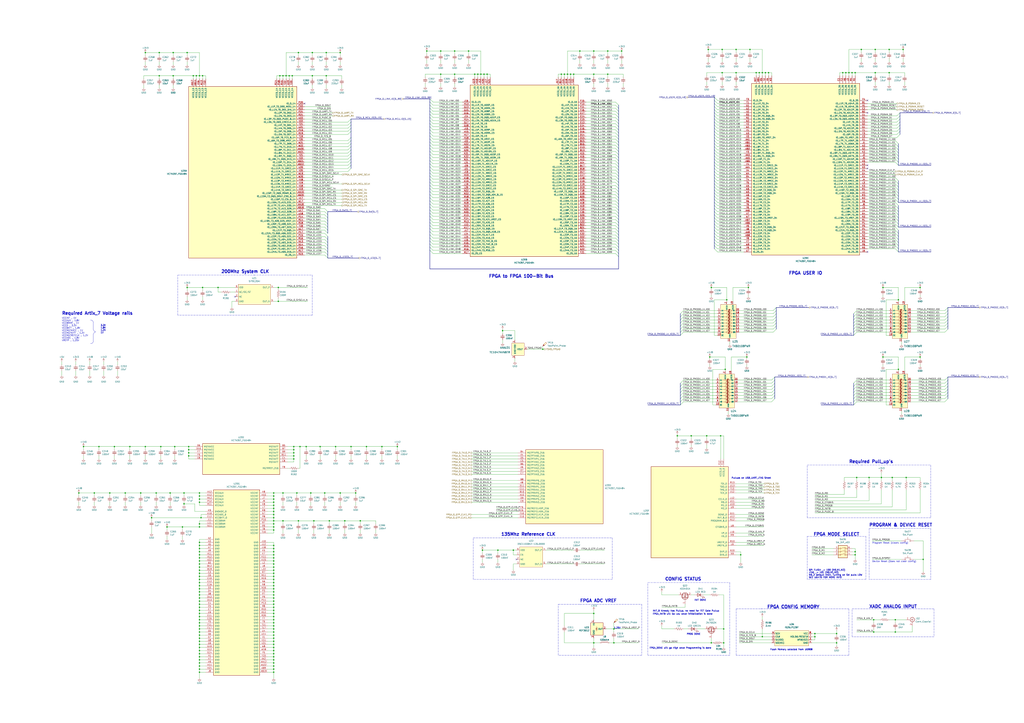
<source format=kicad_sch>
(kicad_sch (version 20211123) (generator eeschema)
  (paper "A1")
  (title_block (title "FPGA 0") (date "2023-03-07") (rev "A") (comment 1 "Designed by DragonEnjoyer :3"))
  (junction (at 246.38 367.03))
  (junction (at 224.79 514.35))
  (junction (at 163.83 478.79))
  (junction (at 163.83 521.97))
  (junction (at 262.89 367.03))
  (junction (at 224.79 544.83))
  (junction (at 292.1 405.13))
  (junction (at 669.29 523.24))
  (junction (at 224.79 496.57))
  (junction (at 613.41 293.37))
  (junction (at 163.83 455.93))
  (junction (at 466.09 60.96))
  (junction (at 224.79 501.65))
  (junction (at 163.83 453.39))
  (junction (at 621.03 59.69))
  (junction (at 737.87 246.38))
  (junction (at 567.69 358.14))
  (junction (at 163.83 504.19))
  (junction (at 241.3 369.57))
  (junction (at 224.79 529.59))
  (junction (at 461.01 60.96))
  (junction (at 224.79 481.33))
  (junction (at 224.79 471.17))
  (junction (at 697.23 59.69))
  (junction (at 154.94 369.57))
  (junction (at 361.95 60.96))
  (junction (at 224.79 453.39))
  (junction (at 631.19 59.69))
  (junction (at 384.81 41.91))
  (junction (at 240.03 62.23))
  (junction (at 593.09 59.69))
  (junction (at 163.83 494.03))
  (junction (at 591.82 358.14))
  (junction (at 90.17 405.13))
  (junction (at 228.6 247.65))
  (junction (at 224.79 509.27))
  (junction (at 163.83 483.87))
  (junction (at 163.83 516.89))
  (junction (at 224.79 417.83))
  (junction (at 257.81 427.99))
  (junction (at 224.79 461.01))
  (junction (at 623.57 59.69))
  (junction (at 163.83 430.53))
  (junction (at 326.39 367.03))
  (junction (at 163.83 524.51))
  (junction (at 744.22 392.43))
  (junction (at 163.83 407.67))
  (junction (at 224.79 433.07))
  (junction (at 106.68 367.03))
  (junction (at 153.67 43.18))
  (junction (at 224.79 422.91))
  (junction (at 224.79 506.73))
  (junction (at 163.83 461.01))
  (junction (at 584.2 528.32))
  (junction (at 392.43 60.96))
  (junction (at 224.79 511.81))
  (junction (at 163.83 412.75))
  (junction (at 487.68 504.19))
  (junction (at 595.63 303.53))
  (junction (at 163.83 506.73))
  (junction (at 730.25 59.69))
  (junction (at 163.83 501.65))
  (junction (at 394.97 60.96))
  (junction (at 163.83 527.05))
  (junction (at 224.79 516.89))
  (junction (at 758.19 459.74))
  (junction (at 224.79 488.95))
  (junction (at 224.79 458.47))
  (junction (at 128.27 405.13))
  (junction (at 614.68 236.22))
  (junction (at 504.19 528.32))
  (junction (at 163.83 529.59))
  (junction (at 755.65 236.22))
  (junction (at 604.52 40.64))
  (junction (at 151.13 414.02))
  (junction (at 163.83 519.43))
  (junction (at 166.37 62.23))
  (junction (at 163.83 405.13))
  (junction (at 163.83 549.91))
  (junction (at 241.3 377.19))
  (junction (at 224.79 547.37))
  (junction (at 471.17 60.96))
  (junction (at 166.37 236.22))
  (junction (at 224.79 463.55))
  (junction (at 224.79 448.31))
  (junction (at 224.79 430.53))
  (junction (at 224.79 476.25))
  (junction (at 687.07 528.32))
  (junction (at 158.75 62.23))
  (junction (at 412.75 271.78))
  (junction (at 687.07 520.7))
  (junction (at 245.11 43.18))
  (junction (at 163.83 537.21))
  (junction (at 593.09 40.64))
  (junction (at 224.79 504.19))
  (junction (at 224.79 425.45))
  (junction (at 163.83 491.49))
  (junction (at 718.82 59.69))
  (junction (at 163.83 481.33))
  (junction (at 288.29 367.03))
  (junction (at 224.79 552.45))
  (junction (at 224.79 407.67))
  (junction (at 224.79 478.79))
  (junction (at 163.83 496.57))
  (junction (at 163.83 473.71))
  (junction (at 594.36 516.89))
  (junction (at 270.51 427.99))
  (junction (at 142.24 43.18))
  (junction (at 163.83 488.95))
  (junction (at 224.79 524.51))
  (junction (at 499.11 41.91))
  (junction (at 703.58 392.43))
  (junction (at 163.83 532.13))
  (junction (at 241.3 367.03))
  (junction (at 229.87 62.23))
  (junction (at 735.33 519.43))
  (junction (at 165.1 425.45))
  (junction (at 224.79 491.49))
  (junction (at 717.55 509.27))
  (junction (at 717.55 519.43))
  (junction (at 279.4 405.13))
  (junction (at 224.79 473.71))
  (junction (at 582.93 293.37))
  (junction (at 154.94 367.03))
  (junction (at 510.54 41.91))
  (junction (at 163.83 466.09))
  (junction (at 718.82 40.64))
  (junction (at 224.79 450.85))
  (junction (at 224.79 521.97))
  (junction (at 64.77 405.13))
  (junction (at 702.31 453.39))
  (junction (at 163.83 509.27))
  (junction (at 499.11 60.96))
  (junction (at 707.39 40.64))
  (junction (at 487.68 60.96))
  (junction (at 241.3 374.65))
  (junction (at 234.95 62.23))
  (junction (at 224.79 486.41))
  (junction (at 267.97 43.18))
  (junction (at 224.79 410.21))
  (junction (at 389.89 60.96))
  (junction (at 224.79 499.11))
  (junction (at 163.83 476.25))
  (junction (at 224.79 494.03))
  (junction (at 702.31 455.93))
  (junction (at 267.97 62.23))
  (junction (at 224.79 539.75))
  (junction (at 669.29 520.7))
  (junction (at 102.87 405.13))
  (junction (at 124.46 425.45))
  (junction (at 163.83 514.35))
  (junction (at 224.79 542.29))
  (junction (at 237.49 62.23))
  (junction (at 608.33 455.93))
  (junction (at 224.79 534.67))
  (junction (at 93.98 367.03))
  (junction (at 580.39 358.14))
  (junction (at 408.94 452.12))
  (junction (at 163.83 448.31))
  (junction (at 373.38 41.91))
  (junction (at 256.54 43.18))
  (junction (at 154.94 374.65))
  (junction (at 228.6 236.22))
  (junction (at 224.79 537.21))
  (junction (at 139.7 405.13))
  (junction (at 163.83 62.23))
  (junction (at 224.79 549.91))
  (junction (at 256.54 62.23))
  (junction (at 615.95 40.64))
  (junction (at 295.91 427.99))
  (junction (at 142.24 62.23))
  (junction (at 224.79 435.61))
  (junction (at 119.38 43.18))
  (junction (at 556.26 358.14))
  (junction (at 163.83 544.83))
  (junction (at 132.08 367.03))
  (junction (at 723.9 392.43))
  (junction (at 373.38 60.96))
  (junction (at 77.47 405.13))
  (junction (at 163.83 458.47))
  (junction (at 163.83 463.55))
  (junction (at 725.17 236.22))
  (junction (at 224.79 427.99))
  (junction (at 604.52 59.69))
  (junction (at 224.79 519.43))
  (junction (at 130.81 62.23))
  (junction (at 143.51 367.03))
  (junction (at 692.15 59.69))
  (junction (at 224.79 532.13))
  (junction (at 163.83 445.77))
  (junction (at 232.41 62.23))
  (junction (at 350.52 41.91))
  (junction (at 224.79 415.29))
  (junction (at 713.74 392.43))
  (junction (at 161.29 62.23))
  (junction (at 163.83 468.63))
  (junction (at 179.07 236.22))
  (junction (at 702.31 59.69))
  (junction (at 741.68 40.64))
  (junction (at 163.83 552.45))
  (junction (at 628.65 59.69))
  (junction (at 400.05 60.96))
  (junction (at 397.51 60.96))
  (junction (at 137.16 433.07))
  (junction (at 300.99 367.03))
  (junction (at 725.17 293.37))
  (junction (at 755.65 293.37))
  (junction (at 626.11 523.24))
  (junction (at 163.83 534.67))
  (junction (at 421.64 452.12))
  (junction (at 163.83 547.37))
  (junction (at 224.79 455.93))
  (junction (at 163.83 539.75))
  (junction (at 224.79 483.87))
  (junction (at 396.24 452.12))
  (junction (at 594.36 528.32))
  (junction (at 313.69 367.03))
  (junction (at 163.83 410.21))
  (junction (at 163.83 511.81))
  (junction (at 151.13 405.13))
  (junction (at 463.55 60.96))
  (junction (at 445.77 287.02))
  (junction (at 584.2 236.22))
  (junction (at 245.11 427.99))
  (junction (at 224.79 405.13))
  (junction (at 119.38 367.03))
  (junction (at 115.57 405.13))
  (junction (at 694.69 59.69))
  (junction (at 504.19 516.89))
  (junction (at 279.4 43.18))
  (junction (at 163.83 499.11))
  (junction (at 255.27 405.13))
  (junction (at 487.68 528.32))
  (junction (at 224.79 412.75))
  (junction (at 224.79 466.09))
  (junction (at 275.59 367.03))
  (junction (at 361.95 41.91))
  (junction (at 163.83 450.85))
  (junction (at 224.79 527.05))
  (junction (at 581.66 40.64))
  (junction (at 224.79 420.37))
  (junction (at 487.68 41.91))
  (junction (at 232.41 405.13))
  (junction (at 149.86 433.07))
  (junction (at 699.77 59.69))
  (junction (at 154.94 372.11))
  (junction (at 68.58 367.03))
  (junction (at 730.25 40.64))
  (junction (at 81.28 367.03))
  (junction (at 163.83 471.17))
  (junction (at 596.9 246.38))
  (junction (at 732.79 392.43))
  (junction (at 468.63 60.96))
  (junction (at 266.7 405.13))
  (junction (at 153.67 236.22))
  (junction (at 232.41 427.99))
  (junction (at 163.83 486.41))
  (junction (at 241.3 372.11))
  (junction (at 163.83 433.07))
  (junction (at 737.87 303.53))
  (junction (at 224.79 468.63))
  (junction (at 735.33 509.27))
  (junction (at 626.11 59.69))
  (junction (at 283.21 427.99))
  (junction (at 476.25 41.91))
  (junction (at 243.84 405.13))
  (junction (at 130.81 43.18))
  (junction (at 251.46 367.03))
  (junction (at 163.83 542.29))
  (no_connect (at 712.47 82.55))
  (no_connect (at 424.18 459.74))
  (no_connect (at 712.47 138.43))
  (no_connect (at 712.47 92.71))
  (no_connect (at 712.47 207.01))
  (no_connect (at 712.47 135.89))
  (no_connect (at 193.04 243.84))
  (no_connect (at 250.19 85.09))
  (bus_entry (at 353.06 193.04) (size 2.54 2.54))
  (bus_entry (at 508 180.34) (size -2.54 -2.54))
  (bus_entry (at 285.75 100.33) (size 2.54 -2.54))
  (bus_entry (at 353.06 160.02) (size 2.54 2.54))
  (bus_entry (at 353.06 127) (size 2.54 2.54))
  (bus_entry (at 703.58 257.81) (size -2.54 2.54))
  (bus_entry (at 353.06 106.68) (size 2.54 2.54))
  (bus_entry (at 285.75 130.81) (size 2.54 -2.54))
  (bus_entry (at 508 142.24) (size -2.54 -2.54))
  (bus_entry (at 586.74 156.21) (size 2.54 2.54))
  (bus_entry (at 508 167.64) (size -2.54 -2.54))
  (bus_entry (at 633.73 314.96) (size 2.54 -2.54))
  (bus_entry (at 353.06 119.38) (size 2.54 2.54))
  (bus_entry (at 586.74 118.11) (size 2.54 2.54))
  (bus_entry (at 353.06 205.74) (size 2.54 2.54))
  (bus_entry (at 353.06 116.84) (size 2.54 2.54))
  (bus_entry (at 735.33 120.65) (size 2.54 2.54))
  (bus_entry (at 735.33 133.35) (size 2.54 2.54))
  (bus_entry (at 586.74 133.35) (size 2.54 2.54))
  (bus_entry (at 735.33 148.59) (size 2.54 2.54))
  (bus_entry (at 735.33 166.37) (size 2.54 2.54))
  (bus_entry (at 735.33 115.57) (size 2.54 2.54))
  (bus_entry (at 586.74 166.37) (size 2.54 2.54))
  (bus_entry (at 508 165.1) (size -2.54 -2.54))
  (bus_entry (at 508 114.3) (size -2.54 -2.54))
  (bus_entry (at 561.34 330.2) (size -2.54 2.54))
  (bus_entry (at 285.75 135.89) (size 2.54 -2.54))
  (bus_entry (at 703.58 265.43) (size -2.54 2.54))
  (bus_entry (at 508 187.96) (size -2.54 -2.54))
  (bus_entry (at 633.73 330.2) (size 2.54 -2.54))
  (bus_entry (at 635 273.05) (size 2.54 -2.54))
  (bus_entry (at 735.33 123.19) (size 2.54 2.54))
  (bus_entry (at 635 267.97) (size 2.54 -2.54))
  (bus_entry (at 353.06 203.2) (size 2.54 2.54))
  (bus_entry (at 775.97 257.81) (size 2.54 -2.54))
  (bus_entry (at 353.06 99.06) (size 2.54 2.54))
  (bus_entry (at 508 109.22) (size -2.54 -2.54))
  (bus_entry (at 633.73 312.42) (size 2.54 -2.54))
  (bus_entry (at 586.74 128.27) (size 2.54 2.54))
  (bus_entry (at 353.06 111.76) (size 2.54 2.54))
  (bus_entry (at 353.06 96.52) (size 2.54 2.54))
  (bus_entry (at 735.33 204.47) (size 2.54 2.54))
  (bus_entry (at 353.06 167.64) (size 2.54 2.54))
  (bus_entry (at 508 203.2) (size -2.54 -2.54))
  (bus_entry (at 353.06 147.32) (size 2.54 2.54))
  (bus_entry (at 353.06 165.1) (size 2.54 2.54))
  (bus_entry (at 353.06 88.9) (size 2.54 2.54))
  (bus_entry (at 586.74 90.17) (size 2.54 2.54))
  (bus_entry (at 285.75 128.27) (size 2.54 -2.54))
  (bus_entry (at 508 157.48) (size -2.54 -2.54))
  (bus_entry (at 735.33 163.83) (size 2.54 2.54))
  (bus_entry (at 586.74 146.05) (size 2.54 2.54))
  (bus_entry (at 266.7 179.07) (size 2.54 2.54))
  (bus_entry (at 735.33 168.91) (size 2.54 2.54))
  (bus_entry (at 285.75 138.43) (size 2.54 -2.54))
  (bus_entry (at 353.06 195.58) (size 2.54 2.54))
  (bus_entry (at 508 144.78) (size -2.54 -2.54))
  (bus_entry (at 703.58 317.5) (size -2.54 2.54))
  (bus_entry (at 703.58 255.27) (size -2.54 2.54))
  (bus_entry (at 703.58 270.51) (size -2.54 2.54))
  (bus_entry (at 353.06 157.48) (size 2.54 2.54))
  (bus_entry (at 735.33 194.31) (size 2.54 2.54))
  (bus_entry (at 266.7 194.31) (size 2.54 2.54))
  (bus_entry (at 586.74 191.77) (size 2.54 2.54))
  (bus_entry (at 586.74 176.53) (size 2.54 2.54))
  (bus_entry (at 508 116.84) (size -2.54 -2.54))
  (bus_entry (at 508 99.06) (size -2.54 -2.54))
  (bus_entry (at 561.34 255.27) (size -2.54 2.54))
  (bus_entry (at 586.74 143.51) (size 2.54 2.54))
  (bus_entry (at 586.74 107.95) (size 2.54 2.54))
  (bus_entry (at 508 185.42) (size -2.54 -2.54))
  (bus_entry (at 586.74 130.81) (size 2.54 2.54))
  (bus_entry (at 633.73 325.12) (size 2.54 -2.54))
  (bus_entry (at 586.74 115.57) (size 2.54 2.54))
  (bus_entry (at 353.06 152.4) (size 2.54 2.54))
  (bus_entry (at 735.33 125.73) (size 2.54 2.54))
  (bus_entry (at 353.06 139.7) (size 2.54 2.54))
  (bus_entry (at 635 265.43) (size 2.54 -2.54))
  (bus_entry (at 586.74 125.73) (size 2.54 2.54))
  (bus_entry (at 703.58 327.66) (size -2.54 2.54))
  (bus_entry (at 508 182.88) (size -2.54 -2.54))
  (bus_entry (at 586.74 100.33) (size 2.54 2.54))
  (bus_entry (at 266.7 189.23) (size 2.54 2.54))
  (bus_entry (at 266.7 191.77) (size 2.54 2.54))
  (bus_entry (at 508 121.92) (size -2.54 -2.54))
  (bus_entry (at 285.75 110.49) (size 2.54 -2.54))
  (bus_entry (at 508 205.74) (size -2.54 -2.54))
  (bus_entry (at 586.74 87.63) (size 2.54 2.54))
  (bus_entry (at 735.33 171.45) (size 2.54 2.54))
  (bus_entry (at 508 210.82) (size -2.54 -2.54))
  (bus_entry (at 735.33 173.99) (size 2.54 2.54))
  (bus_entry (at 353.06 101.6) (size 2.54 2.54))
  (bus_entry (at 736.6 95.25) (size 2.54 -2.54))
  (bus_entry (at 586.74 95.25) (size 2.54 2.54))
  (bus_entry (at 508 88.9) (size -2.54 -2.54))
  (bus_entry (at 353.06 198.12) (size 2.54 2.54))
  (bus_entry (at 735.33 199.39) (size 2.54 2.54))
  (bus_entry (at 735.33 151.13) (size 2.54 2.54))
  (bus_entry (at 561.34 270.51) (size -2.54 2.54))
  (bus_entry (at 508 170.18) (size -2.54 -2.54))
  (bus_entry (at 736.6 97.79) (size 2.54 -2.54))
  (bus_entry (at 703.58 273.05) (size -2.54 2.54))
  (bus_entry (at 561.34 262.89) (size -2.54 2.54))
  (bus_entry (at 266.7 201.93) (size 2.54 2.54))
  (bus_entry (at 586.74 85.09) (size 2.54 2.54))
  (bus_entry (at 775.97 267.97) (size 2.54 -2.54))
  (bus_entry (at 508 208.28) (size -2.54 -2.54))
  (bus_entry (at 508 132.08) (size -2.54 -2.54))
  (bus_entry (at 353.06 132.08) (size 2.54 2.54))
  (bus_entry (at 735.33 189.23) (size 2.54 2.54))
  (bus_entry (at 586.74 186.69) (size 2.54 2.54))
  (bus_entry (at 775.97 330.2) (size 2.54 -2.54))
  (bus_entry (at 561.34 257.81) (size -2.54 2.54))
  (bus_entry (at 775.97 317.5) (size 2.54 -2.54))
  (bus_entry (at 353.06 182.88) (size 2.54 2.54))
  (bus_entry (at 586.74 173.99) (size 2.54 2.54))
  (bus_entry (at 285.75 120.65) (size 2.54 -2.54))
  (bus_entry (at 703.58 314.96) (size -2.54 2.54))
  (bus_entry (at 508 162.56) (size -2.54 -2.54))
  (bus_entry (at 586.74 158.75) (size 2.54 2.54))
  (bus_entry (at 508 190.5) (size -2.54 -2.54))
  (bus_entry (at 586.74 201.93) (size 2.54 2.54))
  (bus_entry (at 633.73 317.5) (size 2.54 -2.54))
  (bus_entry (at 561.34 327.66) (size -2.54 2.54))
  (bus_entry (at 353.06 154.94) (size 2.54 2.54))
  (bus_entry (at 586.74 204.47) (size 2.54 2.54))
  (bus_entry (at 735.33 201.93) (size 2.54 2.54))
  (bus_entry (at 353.06 134.62) (size 2.54 2.54))
  (bus_entry (at 586.74 161.29) (size 2.54 2.54))
  (bus_entry (at 508 195.58) (size -2.54 -2.54))
  (bus_entry (at 285.75 107.95) (size 2.54 -2.54))
  (bus_entry (at 285.75 140.97) (size 2.54 -2.54))
  (bus_entry (at 266.7 209.55) (size 2.54 2.54))
  (bus_entry (at 353.06 190.5) (size 2.54 2.54))
  (bus_entry (at 508 160.02) (size -2.54 -2.54))
  (bus_entry (at 353.06 121.92) (size 2.54 2.54))
  (bus_entry (at 353.06 187.96) (size 2.54 2.54))
  (bus_entry (at 353.06 83.82) (size 2.54 2.54))
  (bus_entry (at 735.33 161.29) (size 2.54 2.54))
  (bus_entry (at 635 260.35) (size 2.54 -2.54))
  (bus_entry (at 586.74 123.19) (size 2.54 2.54))
  (bus_entry (at 775.97 260.35) (size 2.54 -2.54))
  (bus_entry (at 586.74 113.03) (size 2.54 2.54))
  (bus_entry (at 508 149.86) (size -2.54 -2.54))
  (bus_entry (at 735.33 158.75) (size 2.54 2.54))
  (bus_entry (at 586.74 110.49) (size 2.54 2.54))
  (bus_entry (at 775.97 265.43) (size 2.54 -2.54))
  (bus_entry (at 586.74 80.01) (size 2.54 2.54))
  (bus_entry (at 586.74 82.55) (size 2.54 2.54))
  (bus_entry (at 353.06 175.26) (size 2.54 2.54))
  (bus_entry (at 775.97 314.96) (size 2.54 -2.54))
  (bus_entry (at 561.34 320.04) (size -2.54 2.54))
  (bus_entry (at 586.74 199.39) (size 2.54 2.54))
  (bus_entry (at 508 154.94) (size -2.54 -2.54))
  (bus_entry (at 285.75 125.73) (size 2.54 -2.54))
  (bus_entry (at 735.33 128.27) (size 2.54 2.54))
  (bus_entry (at 633.73 322.58) (size 2.54 -2.54))
  (bus_entry (at 508 134.62) (size -2.54 -2.54))
  (bus_entry (at 735.33 196.85) (size 2.54 2.54))
  (bus_entry (at 508 101.6) (size -2.54 -2.54))
  (bus_entry (at 561.34 312.42) (size -2.54 2.54))
  (bus_entry (at 266.7 196.85) (size 2.54 2.54))
  (bus_entry (at 508 129.54) (size -2.54 -2.54))
  (bus_entry (at 775.97 325.12) (size 2.54 -2.54))
  (bus_entry (at 353.06 109.22) (size 2.54 2.54))
  (bus_entry (at 508 93.98) (size -2.54 -2.54))
  (bus_entry (at 353.06 124.46) (size 2.54 2.54))
  (bus_entry (at 635 270.51) (size 2.54 -2.54))
  (bus_entry (at 266.7 171.45) (size 2.54 2.54))
  (bus_entry (at 353.06 81.28) (size 2.54 2.54))
  (bus_entry (at 736.6 110.49) (size 2.54 -2.54))
  (bus_entry (at 353.06 104.14) (size 2.54 2.54))
  (bus_entry (at 735.33 186.69) (size 2.54 2.54))
  (bus_entry (at 508 106.68) (size -2.54 -2.54))
  (bus_entry (at 735.33 130.81) (size 2.54 2.54))
  (bus_entry (at 266.7 207.01) (size 2.54 2.54))
  (bus_entry (at 736.6 100.33) (size 2.54 -2.54))
  (bus_entry (at 586.74 168.91) (size 2.54 2.54))
  (bus_entry (at 735.33 118.11) (size 2.54 2.54))
  (bus_entry (at 586.74 97.79) (size 2.54 2.54))
  (bus_entry (at 735.33 191.77) (size 2.54 2.54))
  (bus_entry (at 561.34 273.05) (size -2.54 2.54))
  (bus_entry (at 508 91.44) (size -2.54 -2.54))
  (bus_entry (at 703.58 267.97) (size -2.54 2.54))
  (bus_entry (at 586.74 102.87) (size 2.54 2.54))
  (bus_entry (at 285.75 105.41) (size 2.54 -2.54))
  (bus_entry (at 633.73 327.66) (size 2.54 -2.54))
  (bus_entry (at 353.06 185.42) (size 2.54 2.54))
  (bus_entry (at 586.74 148.59) (size 2.54 2.54))
  (bus_entry (at 561.34 322.58) (size -2.54 2.54))
  (bus_entry (at 635 255.27) (size 2.54 -2.54))
  (bus_entry (at 508 152.4) (size -2.54 -2.54))
  (bus_entry (at 353.06 137.16) (size 2.54 2.54))
  (bus_entry (at 561.34 314.96) (size -2.54 2.54))
  (bus_entry (at 736.6 102.87) (size 2.54 -2.54))
  (bus_entry (at 508 137.16) (size -2.54 -2.54))
  (bus_entry (at 586.74 163.83) (size 2.54 2.54))
  (bus_entry (at 561.34 265.43) (size -2.54 2.54))
  (bus_entry (at 586.74 153.67) (size 2.54 2.54))
  (bus_entry (at 266.7 204.47) (size 2.54 2.54))
  (bus_entry (at 703.58 262.89) (size -2.54 2.54))
  (bus_entry (at 508 172.72) (size -2.54 -2.54))
  (bus_entry (at 353.06 172.72) (size 2.54 2.54))
  (bus_entry (at 508 198.12) (size -2.54 -2.54))
  (bus_entry (at 586.74 171.45) (size 2.54 2.54))
  (bus_entry (at 735.33 153.67) (size 2.54 2.54))
  (bus_entry (at 266.7 181.61) (size 2.54 2.54))
  (bus_entry (at 353.06 93.98) (size 2.54 2.54))
  (bus_entry (at 561.34 317.5) (size -2.54 2.54))
  (bus_entry (at 508 177.8) (size -2.54 -2.54))
  (bus_entry (at 586.74 138.43) (size 2.54 2.54))
  (bus_entry (at 775.97 320.04) (size 2.54 -2.54))
  (bus_entry (at 775.97 312.42) (size 2.54 -2.54))
  (bus_entry (at 353.06 149.86) (size 2.54 2.54))
  (bus_entry (at 703.58 312.42) (size -2.54 2.54))
  (bus_entry (at 561.34 260.35) (size -2.54 2.54))
  (bus_entry (at 586.74 179.07) (size 2.54 2.54))
  (bus_entry (at 285.75 115.57) (size 2.54 -2.54))
  (bus_entry (at 508 175.26) (size -2.54 -2.54))
  (bus_entry (at 285.75 133.35) (size 2.54 -2.54))
  (bus_entry (at 285.75 102.87) (size 2.54 -2.54))
  (bus_entry (at 353.06 144.78) (size 2.54 2.54))
  (bus_entry (at 353.06 200.66) (size 2.54 2.54))
  (bus_entry (at 586.74 151.13) (size 2.54 2.54))
  (bus_entry (at 266.7 184.15) (size 2.54 2.54))
  (bus_entry (at 586.74 105.41) (size 2.54 2.54))
  (bus_entry (at 561.34 267.97) (size -2.54 2.54))
  (bus_entry (at 586.74 189.23) (size 2.54 2.54))
  (bus_entry (at 703.58 330.2) (size -2.54 2.54))
  (bus_entry (at 735.33 179.07) (size 2.54 2.54))
  (bus_entry (at 635 257.81) (size 2.54 -2.54))
  (bus_entry (at 736.6 113.03) (size 2.54 -2.54))
  (bus_entry (at 508 119.38) (size -2.54 -2.54))
  (bus_entry (at 508 147.32) (size -2.54 -2.54))
  (bus_entry (at 508 124.46) (size -2.54 -2.54))
  (bus_entry (at 508 86.36) (size -2.54 -2.54))
  (bus_entry (at 586.74 184.15) (size 2.54 2.54))
  (bus_entry (at 353.06 91.44) (size 2.54 2.54))
  (bus_entry (at 353.06 114.3) (size 2.54 2.54))
  (bus_entry (at 775.97 270.51) (size 2.54 -2.54))
  (bus_entry (at 735.33 176.53) (size 2.54 2.54))
  (bus_entry (at 353.06 129.54) (size 2.54 2.54))
  (bus_entry (at 586.74 181.61) (size 2.54 2.54))
  (bus_entry (at 508 193.04) (size -2.54 -2.54))
  (bus_entry (at 586.74 135.89) (size 2.54 2.54))
  (bus_entry (at 586.74 194.31) (size 2.54 2.54))
  (bus_entry (at 775.97 255.27) (size 2.54 -2.54))
  (bus_entry (at 285.75 118.11) (size 2.54 -2.54))
  (bus_entry (at 775.97 262.89) (size 2.54 -2.54))
  (bus_entry (at 735.33 181.61) (size 2.54 2.54))
  (bus_entry (at 736.6 107.95) (size 2.54 -2.54))
  (bus_entry (at 561.34 325.12) (size -2.54 2.54))
  (bus_entry (at 703.58 320.04) (size -2.54 2.54))
  (bus_entry (at 266.7 199.39) (size 2.54 2.54))
  (bus_entry (at 508 111.76) (size -2.54 -2.54))
  (bus_entry (at 266.7 176.53) (size 2.54 2.54))
  (bus_entry (at 633.73 320.04) (size 2.54 -2.54))
  (bus_entry (at 266.7 186.69) (size 2.54 2.54))
  (bus_entry (at 508 104.14) (size -2.54 -2.54))
  (bus_entry (at 586.74 140.97) (size 2.54 2.54))
  (bus_entry (at 508 127) (size -2.54 -2.54))
  (bus_entry (at 736.6 105.41) (size 2.54 -2.54))
  (bus_entry (at 353.06 86.36) (size 2.54 2.54))
  (bus_entry (at 703.58 260.35) (size -2.54 2.54))
  (bus_entry (at 285.75 123.19) (size 2.54 -2.54))
  (bus_entry (at 775.97 322.58) (size 2.54 -2.54))
  (bus_entry (at 635 262.89) (size 2.54 -2.54))
  (bus_entry (at 508 139.7) (size -2.54 -2.54))
  (bus_entry (at 775.97 273.05) (size 2.54 -2.54))
  (bus_entry (at 353.06 177.8) (size 2.54 2.54))
  (bus_entry (at 735.33 184.15) (size 2.54 2.54))
  (bus_entry (at 508 96.52) (size -2.54 -2.54))
  (bus_entry (at 703.58 322.58) (size -2.54 2.54))
  (bus_entry (at 266.7 173.99) (size 2.54 2.54))
  (bus_entry (at 353.06 180.34) (size 2.54 2.54))
  (bus_entry (at 775.97 327.66) (size 2.54 -2.54))
  (bus_entry (at 586.74 196.85) (size 2.54 2.54))
  (bus_entry (at 735.33 156.21) (size 2.54 2.54))
  (bus_entry (at 703.58 325.12) (size -2.54 2.54))
  (bus_entry (at 353.06 142.24) (size 2.54 2.54))
  (bus_entry (at 508 200.66) (size -2.54 -2.54))
  (bus_entry (at 353.06 162.56) (size 2.54 2.54))
  (bus_entry (at 353.06 170.18) (size 2.54 2.54))
  (bus_entry (at 735.33 146.05) (size 2.54 2.54))
  (bus_entry (at 586.74 92.71) (size 2.54 2.54))
  (bus_entry (at 586.74 120.65) (size 2.54 2.54))
  (wire (pts (xy 241.3 372.11) (xy 236.22 372.11)))
  (bus (pts (xy 353.06 121.92) (xy 353.06 119.38)))
  (wire (pts (xy 487.68 60.96) (xy 471.17 60.96)))
  (wire (pts (xy 283.21 435.61) (xy 283.21 438.15)))
  (bus (pts (xy 586.74 201.93) (xy 586.74 199.39)))
  (wire (pts (xy 349.25 60.96) (xy 349.25 63.5)))
  (wire (pts (xy 669.29 408.94) (xy 703.58 408.94)))
  (bus (pts (xy 353.06 167.64) (xy 353.06 165.1)))
  (wire (pts (xy 499.11 41.91) (xy 499.11 44.45)))
  (wire (pts (xy 300.99 367.03) (xy 313.69 367.03)))
  (bus (pts (xy 636.27 322.58) (xy 636.27 320.04)))
  (wire (pts (xy 723.9 392.43) (xy 713.74 392.43)))
  (wire (pts (xy 224.79 521.97) (xy 219.71 521.97)))
  (wire (pts (xy 163.83 529.59) (xy 163.83 532.13)))
  (wire (pts (xy 219.71 405.13) (xy 224.79 405.13)))
  (wire (pts (xy 543.56 528.32) (xy 584.2 528.32)))
  (wire (pts (xy 224.79 433.07) (xy 219.71 433.07)))
  (wire (pts (xy 717.55 516.89) (xy 717.55 519.43)))
  (wire (pts (xy 707.39 40.64) (xy 707.39 43.18)))
  (bus (pts (xy 737.87 173.99) (xy 737.87 176.53)))
  (wire (pts (xy 250.19 107.95) (xy 285.75 107.95)))
  (bus (pts (xy 586.74 130.81) (xy 586.74 128.27)))
  (bus (pts (xy 737.87 156.21) (xy 737.87 158.75)))
  (bus (pts (xy 737.87 151.13) (xy 737.87 153.67)))
  (wire (pts (xy 373.38 60.96) (xy 373.38 63.5)))
  (wire (pts (xy 471.17 63.5) (xy 471.17 60.96)))
  (wire (pts (xy 224.79 476.25) (xy 219.71 476.25)))
  (wire (pts (xy 236.22 384.81) (xy 237.49 384.81)))
  (wire (pts (xy 589.28 176.53) (xy 610.87 176.53)))
  (wire (pts (xy 607.06 525.78) (xy 633.73 525.78)))
  (wire (pts (xy 497.84 516.89) (xy 504.19 516.89)))
  (wire (pts (xy 725.17 293.37) (xy 725.17 294.64)))
  (bus (pts (xy 701.04 273.05) (xy 701.04 275.59)))
  (wire (pts (xy 143.51 367.03) (xy 154.94 367.03)))
  (wire (pts (xy 703.58 270.51) (xy 730.25 270.51)))
  (wire (pts (xy 561.34 312.42) (xy 588.01 312.42)))
  (wire (pts (xy 580.39 67.31) (xy 580.39 69.85)))
  (wire (pts (xy 355.6 200.66) (xy 379.73 200.66)))
  (wire (pts (xy 295.91 427.99) (xy 308.61 427.99)))
  (bus (pts (xy 353.06 124.46) (xy 353.06 121.92)))
  (wire (pts (xy 270.51 435.61) (xy 270.51 438.15)))
  (wire (pts (xy 224.79 552.45) (xy 219.71 552.45)))
  (wire (pts (xy 505.46 114.3) (xy 481.33 114.3)))
  (wire (pts (xy 703.58 262.89) (xy 730.25 262.89)))
  (wire (pts (xy 355.6 154.94) (xy 379.73 154.94)))
  (wire (pts (xy 505.46 83.82) (xy 481.33 83.82)))
  (wire (pts (xy 421.64 463.55) (xy 421.64 468.63)))
  (bus (pts (xy 508 114.3) (xy 508 116.84)))
  (wire (pts (xy 355.6 190.5) (xy 379.73 190.5)))
  (wire (pts (xy 124.46 425.45) (xy 124.46 427.99)))
  (wire (pts (xy 250.19 199.39) (xy 266.7 199.39)))
  (bus (pts (xy 739.14 92.71) (xy 765.81 92.71)))
  (bus (pts (xy 508 160.02) (xy 508 162.56)))
  (wire (pts (xy 163.83 455.93) (xy 163.83 458.47)))
  (bus (pts (xy 586.74 113.03) (xy 586.74 110.49)))
  (bus (pts (xy 586.74 87.63) (xy 586.74 85.09)))
  (wire (pts (xy 593.09 528.32) (xy 594.36 528.32)))
  (wire (pts (xy 163.83 481.33) (xy 163.83 483.87)))
  (wire (pts (xy 163.83 499.11) (xy 163.83 501.65)))
  (wire (pts (xy 499.11 60.96) (xy 487.68 60.96)))
  (wire (pts (xy 163.83 519.43) (xy 163.83 521.97)))
  (wire (pts (xy 737.87 293.37) (xy 725.17 293.37)))
  (wire (pts (xy 93.98 367.03) (xy 93.98 369.57)))
  (bus (pts (xy 353.06 111.76) (xy 353.06 109.22)))
  (wire (pts (xy 250.19 123.19) (xy 285.75 123.19)))
  (wire (pts (xy 604.52 40.64) (xy 615.95 40.64)))
  (wire (pts (xy 635 262.89) (xy 607.06 262.89)))
  (wire (pts (xy 224.79 537.21) (xy 224.79 539.75)))
  (wire (pts (xy 64.77 412.75) (xy 64.77 415.29)))
  (wire (pts (xy 598.17 337.82) (xy 598.17 340.36)))
  (bus (pts (xy 737.87 201.93) (xy 737.87 204.47)))
  (bus (pts (xy 353.06 162.56) (xy 353.06 160.02)))
  (wire (pts (xy 396.24 452.12) (xy 408.94 452.12)))
  (bus (pts (xy 737.87 184.15) (xy 737.87 186.69)))
  (wire (pts (xy 561.34 265.43) (xy 589.28 265.43)))
  (bus (pts (xy 737.87 153.67) (xy 737.87 156.21)))
  (wire (pts (xy 600.71 293.37) (xy 613.41 293.37)))
  (wire (pts (xy 355.6 157.48) (xy 379.73 157.48)))
  (wire (pts (xy 224.79 412.75) (xy 219.71 412.75)))
  (wire (pts (xy 607.06 267.97) (xy 635 267.97)))
  (wire (pts (xy 250.19 168.91) (xy 280.67 168.91)))
  (wire (pts (xy 163.83 544.83) (xy 168.91 544.83)))
  (bus (pts (xy 586.74 97.79) (xy 586.74 95.25)))
  (wire (pts (xy 712.47 189.23) (xy 735.33 189.23)))
  (polyline (pts (xy 604.52 538.48) (xy 604.52 500.38)))
  (wire (pts (xy 633.73 59.69) (xy 631.19 59.69)))
  (wire (pts (xy 775.97 260.35) (xy 748.03 260.35)))
  (wire (pts (xy 224.79 473.71) (xy 219.71 473.71)))
  (wire (pts (xy 279.4 405.13) (xy 279.4 407.67)))
  (wire (pts (xy 604.52 427.99) (xy 627.38 427.99)))
  (wire (pts (xy 237.49 62.23) (xy 234.95 62.23)))
  (wire (pts (xy 732.79 402.59) (xy 732.79 416.56)))
  (polyline (pts (xy 532.13 538.48) (xy 532.13 478.79)))
  (wire (pts (xy 355.6 193.04) (xy 379.73 193.04)))
  (wire (pts (xy 224.79 427.99) (xy 219.71 427.99)))
  (wire (pts (xy 775.97 330.2) (xy 748.03 330.2)))
  (wire (pts (xy 224.79 453.39) (xy 224.79 455.93)))
  (bus (pts (xy 508 124.46) (xy 508 127)))
  (wire (pts (xy 224.79 471.17) (xy 219.71 471.17)))
  (wire (pts (xy 397.51 60.96) (xy 397.51 63.5)))
  (bus (pts (xy 508 142.24) (xy 508 144.78)))
  (wire (pts (xy 355.6 208.28) (xy 379.73 208.28)))
  (bus (pts (xy 508 167.64) (xy 508 170.18)))
  (wire (pts (xy 224.79 491.49) (xy 219.71 491.49)))
  (wire (pts (xy 589.28 120.65) (xy 610.87 120.65)))
  (wire (pts (xy 717.55 509.27) (xy 717.55 511.81)))
  (wire (pts (xy 93.98 367.03) (xy 106.68 367.03)))
  (wire (pts (xy 166.37 236.22) (xy 166.37 238.76)))
  (wire (pts (xy 163.83 427.99) (xy 168.91 427.99)))
  (wire (pts (xy 168.91 422.91) (xy 165.1 422.91)))
  (wire (pts (xy 775.97 262.89) (xy 748.03 262.89)))
  (wire (pts (xy 635 273.05) (xy 607.06 273.05)))
  (wire (pts (xy 154.94 374.65) (xy 160.02 374.65)))
  (wire (pts (xy 163.83 481.33) (xy 168.91 481.33)))
  (wire (pts (xy 130.81 50.8) (xy 130.81 53.34)))
  (bus (pts (xy 269.24 212.09) (xy 294.64 212.09)))
  (wire (pts (xy 241.3 367.03) (xy 246.38 367.03)))
  (wire (pts (xy 179.07 240.03) (xy 179.07 236.22)))
  (polyline (pts (xy 458.47 496.57) (xy 476.25 496.57)))
  (bus (pts (xy 701.04 314.96) (xy 701.04 317.5)))
  (wire (pts (xy 163.83 476.25) (xy 163.83 478.79)))
  (wire (pts (xy 224.79 483.87) (xy 224.79 486.41)))
  (wire (pts (xy 775.97 312.42) (xy 748.03 312.42)))
  (wire (pts (xy 580.39 59.69) (xy 580.39 62.23)))
  (wire (pts (xy 163.83 410.21) (xy 163.83 412.75)))
  (bus (pts (xy 353.06 220.98) (xy 353.06 205.74)))
  (wire (pts (xy 373.38 49.53) (xy 373.38 52.07)))
  (wire (pts (xy 755.65 242.57) (xy 755.65 243.84)))
  (wire (pts (xy 505.46 116.84) (xy 481.33 116.84)))
  (wire (pts (xy 163.83 501.65) (xy 168.91 501.65)))
  (bus (pts (xy 637.54 260.35) (xy 637.54 257.81)))
  (wire (pts (xy 64.77 405.13) (xy 64.77 407.67)))
  (wire (pts (xy 596.9 236.22) (xy 584.2 236.22)))
  (bus (pts (xy 558.8 273.05) (xy 558.8 275.59)))
  (wire (pts (xy 163.83 549.91) (xy 163.83 552.45)))
  (wire (pts (xy 355.6 88.9) (xy 379.73 88.9)))
  (bus (pts (xy 558.8 320.04) (xy 558.8 322.58)))
  (wire (pts (xy 626.11 59.69) (xy 626.11 62.23)))
  (wire (pts (xy 717.55 509.27) (xy 722.63 509.27)))
  (wire (pts (xy 224.79 422.91) (xy 219.71 422.91)))
  (bus (pts (xy 586.74 133.35) (xy 586.74 130.81)))
  (wire (pts (xy 355.6 127) (xy 379.73 127)))
  (wire (pts (xy 697.23 59.69) (xy 697.23 62.23)))
  (wire (pts (xy 712.47 194.31) (xy 735.33 194.31)))
  (bus (pts (xy 288.29 107.95) (xy 288.29 105.41)))
  (wire (pts (xy 250.19 173.99) (xy 266.7 173.99)))
  (wire (pts (xy 267.97 62.23) (xy 267.97 64.77)))
  (wire (pts (xy 250.19 102.87) (xy 285.75 102.87)))
  (polyline (pts (xy 699.77 523.24) (xy 699.77 500.38)))
  (wire (pts (xy 355.6 86.36) (xy 379.73 86.36)))
  (wire (pts (xy 245.11 43.18) (xy 245.11 45.72)))
  (bus (pts (xy 353.06 157.48) (xy 353.06 154.94)))
  (wire (pts (xy 387.35 394.97) (xy 425.45 394.97)))
  (bus (pts (xy 558.8 317.5) (xy 558.8 320.04)))
  (wire (pts (xy 476.25 41.91) (xy 476.25 44.45)))
  (wire (pts (xy 712.47 115.57) (xy 735.33 115.57)))
  (bus (pts (xy 269.24 173.99) (xy 293.37 173.99)))
  (wire (pts (xy 589.28 102.87) (xy 610.87 102.87)))
  (wire (pts (xy 487.68 504.19) (xy 487.68 509.27)))
  (wire (pts (xy 604.52 445.77) (xy 627.38 445.77)))
  (wire (pts (xy 163.83 542.29) (xy 163.83 544.83)))
  (wire (pts (xy 717.55 519.43) (xy 735.33 519.43)))
  (wire (pts (xy 713.74 392.43) (xy 703.58 392.43)))
  (wire (pts (xy 593.09 40.64) (xy 593.09 43.18)))
  (bus (pts (xy 737.87 176.53) (xy 737.87 179.07)))
  (wire (pts (xy 604.52 433.07) (xy 627.38 433.07)))
  (wire (pts (xy 355.6 134.62) (xy 379.73 134.62)))
  (wire (pts (xy 703.58 260.35) (xy 730.25 260.35)))
  (wire (pts (xy 589.28 179.07) (xy 610.87 179.07)))
  (bus (pts (xy 586.74 151.13) (xy 586.74 148.59)))
  (wire (pts (xy 250.19 120.65) (xy 285.75 120.65)))
  (bus (pts (xy 353.06 127) (xy 353.06 124.46)))
  (wire (pts (xy 250.19 161.29) (xy 280.67 161.29)))
  (wire (pts (xy 132.08 367.03) (xy 132.08 369.57)))
  (wire (pts (xy 712.47 151.13) (xy 735.33 151.13)))
  (wire (pts (xy 712.47 166.37) (xy 735.33 166.37)))
  (bus (pts (xy 778.51 255.27) (xy 778.51 252.73)))
  (wire (pts (xy 505.46 208.28) (xy 481.33 208.28)))
  (wire (pts (xy 163.83 494.03) (xy 168.91 494.03)))
  (bus (pts (xy 637.54 255.27) (xy 637.54 252.73)))
  (wire (pts (xy 712.47 176.53) (xy 735.33 176.53)))
  (wire (pts (xy 712.47 123.19) (xy 735.33 123.19)))
  (wire (pts (xy 224.79 427.99) (xy 232.41 427.99)))
  (wire (pts (xy 595.63 303.53) (xy 595.63 304.8)))
  (wire (pts (xy 407.67 417.83) (xy 425.45 417.83)))
  (wire (pts (xy 561.34 270.51) (xy 589.28 270.51)))
  (wire (pts (xy 387.35 410.21) (xy 425.45 410.21)))
  (wire (pts (xy 355.6 177.8) (xy 379.73 177.8)))
  (wire (pts (xy 163.83 521.97) (xy 168.91 521.97)))
  (bus (pts (xy 565.15 80.01) (xy 586.74 80.01)))
  (wire (pts (xy 504.19 516.89) (xy 504.19 519.43)))
  (wire (pts (xy 589.28 186.69) (xy 610.87 186.69)))
  (wire (pts (xy 505.46 139.7) (xy 481.33 139.7)))
  (wire (pts (xy 154.94 372.11) (xy 160.02 372.11)))
  (wire (pts (xy 241.3 367.03) (xy 241.3 369.57)))
  (wire (pts (xy 758.19 444.5) (xy 758.19 459.74)))
  (bus (pts (xy 586.74 140.97) (xy 586.74 138.43)))
  (wire (pts (xy 115.57 405.13) (xy 115.57 407.67)))
  (wire (pts (xy 163.83 483.87) (xy 163.83 486.41)))
  (wire (pts (xy 594.36 377.19) (xy 594.36 358.14)))
  (bus (pts (xy 508 165.1) (xy 508 167.64)))
  (bus (pts (xy 586.74 100.33) (xy 586.74 97.79)))
  (wire (pts (xy 584.2 236.22) (xy 584.2 237.49)))
  (wire (pts (xy 355.6 114.3) (xy 379.73 114.3)))
  (wire (pts (xy 250.19 118.11) (xy 285.75 118.11)))
  (wire (pts (xy 119.38 43.18) (xy 119.38 45.72)))
  (wire (pts (xy 224.79 504.19) (xy 219.71 504.19)))
  (wire (pts (xy 748.03 267.97) (xy 775.97 267.97)))
  (bus (pts (xy 586.74 163.83) (xy 586.74 161.29)))
  (bus (pts (xy 778.51 262.89) (xy 778.51 260.35)))
  (wire (pts (xy 256.54 43.18) (xy 256.54 45.72)))
  (wire (pts (xy 161.29 62.23) (xy 161.29 64.77)))
  (wire (pts (xy 742.95 293.37) (xy 742.95 304.8)))
  (bus (pts (xy 737.87 181.61) (xy 737.87 184.15)))
  (bus (pts (xy 586.74 90.17) (xy 586.74 87.63)))
  (wire (pts (xy 224.79 425.45) (xy 219.71 425.45)))
  (bus (pts (xy 508 170.18) (xy 508 172.72)))
  (wire (pts (xy 250.19 189.23) (xy 266.7 189.23)))
  (polyline (pts (xy 713.74 434.34) (xy 764.54 434.34)))
  (wire (pts (xy 589.28 148.59) (xy 610.87 148.59)))
  (wire (pts (xy 241.3 374.65) (xy 236.22 374.65)))
  (wire (pts (xy 626.11 516.89) (xy 626.11 523.24)))
  (wire (pts (xy 562.61 496.57) (xy 562.61 499.11)))
  (wire (pts (xy 224.79 415.29) (xy 219.71 415.29)))
  (wire (pts (xy 124.46 433.07) (xy 124.46 438.15)))
  (wire (pts (xy 505.46 180.34) (xy 481.33 180.34)))
  (wire (pts (xy 718.82 59.69) (xy 718.82 62.23)))
  (wire (pts (xy 250.19 184.15) (xy 266.7 184.15)))
  (wire (pts (xy 505.46 109.22) (xy 481.33 109.22)))
  (wire (pts (xy 166.37 62.23) (xy 166.37 64.77)))
  (wire (pts (xy 283.21 427.99) (xy 283.21 430.53)))
  (wire (pts (xy 556.26 365.76) (xy 556.26 367.03)))
  (wire (pts (xy 250.19 110.49) (xy 285.75 110.49)))
  (wire (pts (xy 561.34 322.58) (xy 588.01 322.58)))
  (wire (pts (xy 250.19 181.61) (xy 266.7 181.61)))
  (wire (pts (xy 168.91 405.13) (xy 163.83 405.13)))
  (wire (pts (xy 154.94 374.65) (xy 154.94 377.19)))
  (wire (pts (xy 250.19 209.55) (xy 266.7 209.55)))
  (wire (pts (xy 163.83 448.31) (xy 168.91 448.31)))
  (wire (pts (xy 163.83 534.67) (xy 168.91 534.67)))
  (wire (pts (xy 412.75 279.4) (xy 412.75 281.94)))
  (wire (pts (xy 692.15 59.69) (xy 694.69 59.69)))
  (bus (pts (xy 586.74 135.89) (xy 586.74 133.35)))
  (polyline (pts (xy 476.25 496.57) (xy 527.05 496.57)))
  (bus (pts (xy 586.74 161.29) (xy 586.74 158.75)))
  (wire (pts (xy 775.97 255.27) (xy 748.03 255.27)))
  (wire (pts (xy 589.28 163.83) (xy 610.87 163.83)))
  (bus (pts (xy 508 203.2) (xy 508 205.74)))
  (bus (pts (xy 508 182.88) (xy 508 185.42)))
  (bus (pts (xy 353.06 147.32) (xy 353.06 144.78)))
  (wire (pts (xy 387.35 372.11) (xy 425.45 372.11)))
  (wire (pts (xy 119.38 374.65) (xy 119.38 377.19)))
  (bus (pts (xy 508 86.36) (xy 508 88.9)))
  (wire (pts (xy 308.61 427.99) (xy 308.61 430.53)))
  (wire (pts (xy 712.47 186.69) (xy 735.33 186.69)))
  (wire (pts (xy 505.46 160.02) (xy 481.33 160.02)))
  (wire (pts (xy 163.83 542.29) (xy 168.91 542.29)))
  (wire (pts (xy 699.77 455.93) (xy 702.31 455.93)))
  (wire (pts (xy 143.51 367.03) (xy 143.51 369.57)))
  (wire (pts (xy 250.19 166.37) (xy 280.67 166.37)))
  (wire (pts (xy 224.79 516.89) (xy 224.79 519.43)))
  (wire (pts (xy 633.73 320.04) (xy 605.79 320.04)))
  (wire (pts (xy 313.69 374.65) (xy 313.69 377.19)))
  (wire (pts (xy 422.91 294.64) (xy 422.91 297.18)))
  (bus (pts (xy 288.29 113.03) (xy 288.29 107.95)))
  (wire (pts (xy 589.28 166.37) (xy 610.87 166.37)))
  (wire (pts (xy 712.47 184.15) (xy 735.33 184.15)))
  (wire (pts (xy 556.26 356.87) (xy 556.26 358.14)))
  (wire (pts (xy 561.34 314.96) (xy 588.01 314.96)))
  (wire (pts (xy 666.75 453.39) (xy 684.53 453.39)))
  (wire (pts (xy 703.58 392.43) (xy 703.58 394.97)))
  (wire (pts (xy 90.17 405.13) (xy 77.47 405.13)))
  (wire (pts (xy 666.75 525.78) (xy 669.29 525.78)))
  (wire (pts (xy 229.87 64.77) (xy 229.87 62.23)))
  (bus (pts (xy 558.8 270.51) (xy 558.8 273.05)))
  (wire (pts (xy 561.34 273.05) (xy 589.28 273.05)))
  (wire (pts (xy 505.46 142.24) (xy 481.33 142.24)))
  (wire (pts (xy 594.36 488.95) (xy 594.36 516.89)))
  (wire (pts (xy 589.28 199.39) (xy 610.87 199.39)))
  (wire (pts (xy 77.47 405.13) (xy 64.77 405.13)))
  (wire (pts (xy 596.9 246.38) (xy 596.9 247.65)))
  (wire (pts (xy 589.28 191.77) (xy 610.87 191.77)))
  (wire (pts (xy 589.28 85.09) (xy 610.87 85.09)))
  (bus (pts (xy 508 187.96) (xy 508 190.5)))
  (wire (pts (xy 588.01 332.74) (xy 585.47 332.74)))
  (wire (pts (xy 718.82 59.69) (xy 702.31 59.69)))
  (wire (pts (xy 241.3 379.73) (xy 241.3 377.19)))
  (wire (pts (xy 224.79 435.61) (xy 219.71 435.61)))
  (bus (pts (xy 637.54 265.43) (xy 637.54 262.89)))
  (wire (pts (xy 505.46 170.18) (xy 481.33 170.18)))
  (bus (pts (xy 508 121.92) (xy 508 124.46)))
  (wire (pts (xy 373.38 41.91) (xy 384.81 41.91)))
  (wire (pts (xy 458.47 60.96) (xy 461.01 60.96)))
  (wire (pts (xy 224.79 420.37) (xy 219.71 420.37)))
  (wire (pts (xy 628.65 59.69) (xy 626.11 59.69)))
  (bus (pts (xy 701.04 317.5) (xy 701.04 320.04)))
  (wire (pts (xy 424.18 463.55) (xy 421.64 463.55)))
  (wire (pts (xy 601.98 236.22) (xy 601.98 247.65)))
  (wire (pts (xy 735.33 509.27) (xy 735.33 511.81)))
  (wire (pts (xy 250.19 135.89) (xy 285.75 135.89)))
  (wire (pts (xy 130.81 62.23) (xy 142.24 62.23)))
  (wire (pts (xy 224.79 483.87) (xy 219.71 483.87)))
  (wire (pts (xy 505.46 185.42) (xy 481.33 185.42)))
  (wire (pts (xy 476.25 49.53) (xy 476.25 52.07)))
  (bus (pts (xy 701.04 320.04) (xy 701.04 322.58)))
  (wire (pts (xy 505.46 157.48) (xy 481.33 157.48)))
  (wire (pts (xy 245.11 435.61) (xy 245.11 438.15)))
  (bus (pts (xy 586.74 158.75) (xy 586.74 156.21)))
  (wire (pts (xy 166.37 243.84) (xy 166.37 246.38)))
  (wire (pts (xy 589.28 105.41) (xy 610.87 105.41)))
  (wire (pts (xy 712.47 173.99) (xy 735.33 173.99)))
  (wire (pts (xy 250.19 128.27) (xy 285.75 128.27)))
  (wire (pts (xy 250.19 92.71) (xy 273.05 92.71)))
  (wire (pts (xy 355.6 119.38) (xy 379.73 119.38)))
  (wire (pts (xy 266.7 405.13) (xy 266.7 407.67)))
  (bus (pts (xy 353.06 187.96) (xy 353.06 185.42)))
  (wire (pts (xy 505.46 119.38) (xy 481.33 119.38)))
  (bus (pts (xy 701.04 322.58) (xy 701.04 325.12)))
  (wire (pts (xy 355.6 160.02) (xy 379.73 160.02)))
  (bus (pts (xy 288.29 138.43) (xy 288.29 135.89)))
  (bus (pts (xy 558.8 257.81) (xy 558.8 260.35)))
  (wire (pts (xy 163.83 519.43) (xy 168.91 519.43)))
  (wire (pts (xy 504.19 516.89) (xy 524.51 516.89)))
  (wire (pts (xy 246.38 367.03) (xy 246.38 384.81)))
  (wire (pts (xy 589.28 95.25) (xy 610.87 95.25)))
  (wire (pts (xy 153.67 236.22) (xy 153.67 238.76)))
  (wire (pts (xy 589.28 128.27) (xy 610.87 128.27)))
  (wire (pts (xy 505.46 134.62) (xy 481.33 134.62)))
  (wire (pts (xy 232.41 412.75) (xy 232.41 415.29)))
  (polyline (pts (xy 767.08 500.38) (xy 767.08 523.24)))
  (wire (pts (xy 355.6 129.54) (xy 379.73 129.54)))
  (wire (pts (xy 326.39 367.03) (xy 326.39 369.57)))
  (wire (pts (xy 224.79 450.85) (xy 224.79 453.39)))
  (wire (pts (xy 250.19 158.75) (xy 280.67 158.75)))
  (wire (pts (xy 119.38 50.8) (xy 119.38 53.34)))
  (polyline (pts (xy 458.47 538.48) (xy 458.47 496.57)))
  (wire (pts (xy 77.47 412.75) (xy 77.47 415.29)))
  (wire (pts (xy 106.68 374.65) (xy 106.68 377.19)))
  (wire (pts (xy 749.3 519.43) (xy 749.3 514.35)))
  (bus (pts (xy 737.87 204.47) (xy 737.87 207.01)))
  (wire (pts (xy 589.28 171.45) (xy 610.87 171.45)))
  (wire (pts (xy 163.83 458.47) (xy 163.83 461.01)))
  (wire (pts (xy 561.34 257.81) (xy 589.28 257.81)))
  (bus (pts (xy 637.54 252.73) (xy 664.21 252.73)))
  (wire (pts (xy 245.11 427.99) (xy 245.11 430.53)))
  (bus (pts (xy 288.29 133.35) (xy 288.29 130.81)))
  (wire (pts (xy 631.19 59.69) (xy 628.65 59.69)))
  (wire (pts (xy 735.33 516.89) (xy 735.33 519.43)))
  (wire (pts (xy 580.39 59.69) (xy 593.09 59.69)))
  (wire (pts (xy 224.79 511.81) (xy 224.79 514.35)))
  (wire (pts (xy 163.83 514.35) (xy 163.83 516.89)))
  (wire (pts (xy 703.58 255.27) (xy 730.25 255.27)))
  (wire (pts (xy 163.83 471.17) (xy 163.83 473.71)))
  (bus (pts (xy 778.51 314.96) (xy 778.51 312.42)))
  (wire (pts (xy 703.58 330.2) (xy 730.25 330.2)))
  (wire (pts (xy 163.83 544.83) (xy 163.83 547.37)))
  (wire (pts (xy 163.83 488.95) (xy 163.83 491.49)))
  (wire (pts (xy 245.11 384.81) (xy 246.38 384.81)))
  (wire (pts (xy 730.25 40.64) (xy 730.25 43.18)))
  (wire (pts (xy 163.83 476.25) (xy 168.91 476.25)))
  (wire (pts (xy 730.25 67.31) (xy 730.25 69.85)))
  (bus (pts (xy 353.06 195.58) (xy 353.06 193.04)))
  (wire (pts (xy 669.29 419.1) (xy 744.22 419.1)))
  (wire (pts (xy 712.47 191.77) (xy 735.33 191.77)))
  (wire (pts (xy 408.94 459.74) (xy 408.94 462.28)))
  (bus (pts (xy 269.24 204.47) (xy 269.24 207.01)))
  (wire (pts (xy 487.68 524.51) (xy 487.68 528.32)))
  (wire (pts (xy 505.46 127) (xy 481.33 127)))
  (wire (pts (xy 687.07 518.16) (xy 687.07 520.7)))
  (wire (pts (xy 93.98 374.65) (xy 93.98 377.19)))
  (wire (pts (xy 257.81 435.61) (xy 257.81 438.15)))
  (wire (pts (xy 703.58 320.04) (xy 730.25 320.04)))
  (wire (pts (xy 666.75 455.93) (xy 684.53 455.93)))
  (wire (pts (xy 623.57 59.69) (xy 623.57 62.23)))
  (wire (pts (xy 280.67 62.23) (xy 267.97 62.23)))
  (wire (pts (xy 727.71 303.53) (xy 737.87 303.53)))
  (wire (pts (xy 280.67 62.23) (xy 280.67 64.77)))
  (bus (pts (xy 586.74 191.77) (xy 586.74 189.23)))
  (wire (pts (xy 581.66 40.64) (xy 581.66 43.18)))
  (bus (pts (xy 353.06 160.02) (xy 353.06 157.48)))
  (bus (pts (xy 508 157.48) (xy 508 160.02)))
  (wire (pts (xy 115.57 412.75) (xy 115.57 415.29)))
  (polyline (pts (xy 711.2 476.25) (xy 662.94 476.25)))
  (wire (pts (xy 224.79 544.83) (xy 219.71 544.83)))
  (wire (pts (xy 267.97 50.8) (xy 267.97 53.34)))
  (wire (pts (xy 153.67 50.8) (xy 153.67 53.34)))
  (wire (pts (xy 589.28 113.03) (xy 610.87 113.03)))
  (bus (pts (xy 288.29 130.81) (xy 288.29 128.27)))
  (wire (pts (xy 621.03 59.69) (xy 623.57 59.69)))
  (wire (pts (xy 142.24 50.8) (xy 142.24 53.34)))
  (bus (pts (xy 353.06 119.38) (xy 353.06 116.84)))
  (wire (pts (xy 505.46 88.9) (xy 481.33 88.9)))
  (wire (pts (xy 250.19 176.53) (xy 266.7 176.53)))
  (wire (pts (xy 119.38 367.03) (xy 119.38 369.57)))
  (wire (pts (xy 326.39 374.65) (xy 326.39 377.19)))
  (wire (pts (xy 589.28 196.85) (xy 610.87 196.85)))
  (wire (pts (xy 163.83 549.91) (xy 168.91 549.91)))
  (wire (pts (xy 589.28 189.23) (xy 610.87 189.23)))
  (bus (pts (xy 288.29 118.11) (xy 288.29 115.57)))
  (bus (pts (xy 558.8 325.12) (xy 558.8 327.66)))
  (bus (pts (xy 508 139.7) (xy 508 142.24)))
  (wire (pts (xy 408.94 452.12) (xy 421.64 452.12)))
  (wire (pts (xy 153.67 43.18) (xy 163.83 43.18)))
  (wire (pts (xy 604.52 425.45) (xy 627.38 425.45)))
  (wire (pts (xy 712.47 161.29) (xy 735.33 161.29)))
  (wire (pts (xy 755.65 402.59) (xy 755.65 421.64)))
  (wire (pts (xy 143.51 374.65) (xy 143.51 377.19)))
  (wire (pts (xy 504.19 528.32) (xy 524.51 528.32)))
  (bus (pts (xy 353.06 109.22) (xy 353.06 106.68)))
  (bus (pts (xy 353.06 200.66) (xy 353.06 198.12)))
  (wire (pts (xy 163.83 450.85) (xy 168.91 450.85)))
  (wire (pts (xy 256.54 43.18) (xy 245.11 43.18)))
  (wire (pts (xy 633.73 314.96) (xy 605.79 314.96)))
  (wire (pts (xy 396.24 452.12) (xy 396.24 454.66)))
  (wire (pts (xy 712.47 118.11) (xy 735.33 118.11)))
  (bus (pts (xy 586.74 138.43) (xy 586.74 135.89)))
  (wire (pts (xy 604.52 412.75) (xy 627.38 412.75)))
  (wire (pts (xy 713.74 402.59) (xy 713.74 411.48)))
  (wire (pts (xy 224.79 527.05) (xy 224.79 529.59)))
  (wire (pts (xy 158.75 64.77) (xy 158.75 62.23)))
  (wire (pts (xy 250.19 140.97) (xy 285.75 140.97)))
  (wire (pts (xy 224.79 247.65) (xy 228.6 247.65)))
  (wire (pts (xy 742.95 59.69) (xy 730.25 59.69)))
  (bus (pts (xy 737.87 133.35) (xy 737.87 135.89)))
  (bus (pts (xy 586.74 107.95) (xy 586.74 105.41)))
  (polyline (pts (xy 662.94 440.69) (xy 670.56 440.69)))
  (bus (pts (xy 586.74 95.25) (xy 586.74 92.71)))
  (wire (pts (xy 224.79 537.21) (xy 219.71 537.21)))
  (wire (pts (xy 505.46 195.58) (xy 481.33 195.58)))
  (bus (pts (xy 701.04 262.89) (xy 701.04 265.43)))
  (wire (pts (xy 400.05 63.5) (xy 400.05 60.96)))
  (wire (pts (xy 702.31 455.93) (xy 702.31 459.74)))
  (wire (pts (xy 224.79 509.27) (xy 219.71 509.27)))
  (wire (pts (xy 402.59 60.96) (xy 400.05 60.96)))
  (wire (pts (xy 741.68 48.26) (xy 741.68 50.8)))
  (wire (pts (xy 669.29 406.4) (xy 693.42 406.4)))
  (bus (pts (xy 508 154.94) (xy 508 157.48)))
  (wire (pts (xy 712.47 158.75) (xy 735.33 158.75)))
  (wire (pts (xy 279.4 405.13) (xy 292.1 405.13)))
  (wire (pts (xy 224.79 448.31) (xy 224.79 450.85)))
  (wire (pts (xy 270.51 427.99) (xy 270.51 430.53)))
  (wire (pts (xy 142.24 43.18) (xy 142.24 45.72)))
  (wire (pts (xy 666.75 528.32) (xy 687.07 528.32)))
  (wire (pts (xy 250.19 130.81) (xy 285.75 130.81)))
  (wire (pts (xy 712.47 87.63) (xy 736.6 87.63)))
  (bus (pts (xy 586.74 92.71) (xy 586.74 90.17)))
  (wire (pts (xy 718.82 40.64) (xy 718.82 43.18)))
  (bus (pts (xy 508 129.54) (xy 508 132.08)))
  (wire (pts (xy 580.39 358.14) (xy 580.39 360.68)))
  (bus (pts (xy 636.27 317.5) (xy 636.27 314.96)))
  (wire (pts (xy 250.19 201.93) (xy 266.7 201.93)))
  (wire (pts (xy 355.6 172.72) (xy 379.73 172.72)))
  (wire (pts (xy 130.81 43.18) (xy 142.24 43.18)))
  (bus (pts (xy 778.51 317.5) (xy 778.51 314.96)))
  (bus (pts (xy 737.87 196.85) (xy 737.87 199.39)))
  (polyline (pts (xy 662.94 476.25) (xy 662.94 440.69)))
  (wire (pts (xy 692.15 62.23) (xy 692.15 59.69)))
  (bus (pts (xy 739.14 102.87) (xy 739.14 100.33)))
  (wire (pts (xy 142.24 62.23) (xy 142.24 64.77)))
  (wire (pts (xy 593.09 40.64) (xy 604.52 40.64)))
  (wire (pts (xy 561.34 327.66) (xy 588.01 327.66)))
  (bus (pts (xy 508 152.4) (xy 508 154.94)))
  (wire (pts (xy 487.68 49.53) (xy 487.68 52.07)))
  (wire (pts (xy 262.89 374.65) (xy 262.89 377.19)))
  (wire (pts (xy 163.83 537.21) (xy 163.83 539.75)))
  (wire (pts (xy 594.36 528.32) (xy 594.36 532.13)))
  (bus (pts (xy 586.74 143.51) (xy 586.74 140.97)))
  (wire (pts (xy 241.3 369.57) (xy 241.3 372.11)))
  (wire (pts (xy 389.89 63.5) (xy 389.89 60.96)))
  (bus (pts (xy 508 180.34) (xy 508 182.88)))
  (wire (pts (xy 567.69 365.76) (xy 567.69 367.03)))
  (wire (pts (xy 224.79 539.75) (xy 219.71 539.75)))
  (wire (pts (xy 589.28 143.51) (xy 610.87 143.51)))
  (wire (pts (xy 142.24 69.85) (xy 142.24 72.39)))
  (wire (pts (xy 355.6 99.06) (xy 379.73 99.06)))
  (bus (pts (xy 778.51 309.88) (xy 803.91 309.88)))
  (wire (pts (xy 402.59 63.5) (xy 402.59 60.96)))
  (wire (pts (xy 163.83 499.11) (xy 168.91 499.11)))
  (wire (pts (xy 224.79 521.97) (xy 224.79 524.51)))
  (wire (pts (xy 355.6 187.96) (xy 379.73 187.96)))
  (wire (pts (xy 163.83 453.39) (xy 163.83 455.93)))
  (wire (pts (xy 163.83 539.75) (xy 168.91 539.75)))
  (wire (pts (xy 699.77 59.69) (xy 697.23 59.69)))
  (wire (pts (xy 461.01 63.5) (xy 461.01 60.96)))
  (bus (pts (xy 558.8 275.59) (xy 532.13 275.59)))
  (bus (pts (xy 701.04 325.12) (xy 701.04 327.66)))
  (wire (pts (xy 163.83 537.21) (xy 168.91 537.21)))
  (bus (pts (xy 778.51 267.97) (xy 778.51 265.43)))
  (wire (pts (xy 422.91 271.78) (xy 412.75 271.78)))
  (wire (pts (xy 224.79 455.93) (xy 224.79 458.47)))
  (wire (pts (xy 463.55 519.43) (xy 463.55 528.32)))
  (wire (pts (xy 234.95 43.18) (xy 234.95 62.23)))
  (wire (pts (xy 115.57 405.13) (xy 102.87 405.13)))
  (wire (pts (xy 149.86 440.69) (xy 149.86 443.23)))
  (bus (pts (xy 586.74 171.45) (xy 586.74 168.91)))
  (wire (pts (xy 687.07 527.05) (xy 687.07 528.32)))
  (wire (pts (xy 271.78 113.03) (xy 250.19 113.03)))
  (wire (pts (xy 250.19 133.35) (xy 285.75 133.35)))
  (bus (pts (xy 353.06 180.34) (xy 353.06 177.8)))
  (wire (pts (xy 224.79 445.77) (xy 224.79 448.31)))
  (bus (pts (xy 508 198.12) (xy 508 200.66)))
  (wire (pts (xy 224.79 542.29) (xy 224.79 544.83)))
  (wire (pts (xy 355.6 162.56) (xy 379.73 162.56)))
  (wire (pts (xy 712.47 163.83) (xy 735.33 163.83)))
  (wire (pts (xy 163.83 410.21) (xy 168.91 410.21)))
  (wire (pts (xy 165.1 425.45) (xy 168.91 425.45)))
  (wire (pts (xy 604.52 59.69) (xy 604.52 62.23)))
  (wire (pts (xy 241.3 372.11) (xy 241.3 374.65)))
  (bus (pts (xy 353.06 205.74) (xy 353.06 203.2)))
  (polyline (pts (xy 697.23 538.48) (xy 604.52 538.48)))
  (wire (pts (xy 742.95 59.69) (xy 742.95 62.23)))
  (bus (pts (xy 586.74 123.19) (xy 586.74 120.65)))
  (polyline (pts (xy 256.54 226.06) (xy 256.54 259.08)))
  (bus (pts (xy 269.24 194.31) (xy 269.24 196.85)))
  (bus (pts (xy 586.74 194.31) (xy 586.74 191.77)))
  (wire (pts (xy 163.83 463.55) (xy 168.91 463.55)))
  (bus (pts (xy 353.06 144.78) (xy 353.06 142.24)))
  (wire (pts (xy 137.16 433.07) (xy 137.16 435.61)))
  (wire (pts (xy 102.87 412.75) (xy 102.87 415.29)))
  (wire (pts (xy 387.35 425.45) (xy 425.45 425.45)))
  (wire (pts (xy 589.28 146.05) (xy 610.87 146.05)))
  (wire (pts (xy 154.94 377.19) (xy 160.02 377.19)))
  (wire (pts (xy 392.43 60.96) (xy 394.97 60.96)))
  (bus (pts (xy 508 210.82) (xy 508 220.98)))
  (bus (pts (xy 508 147.32) (xy 508 149.86)))
  (bus (pts (xy 353.06 154.94) (xy 353.06 152.4)))
  (wire (pts (xy 90.17 412.75) (xy 90.17 415.29)))
  (wire (pts (xy 392.43 60.96) (xy 392.43 63.5)))
  (wire (pts (xy 224.79 488.95) (xy 219.71 488.95)))
  (bus (pts (xy 778.51 322.58) (xy 778.51 320.04)))
  (wire (pts (xy 163.83 488.95) (xy 168.91 488.95)))
  (wire (pts (xy 510.54 41.91) (xy 499.11 41.91)))
  (bus (pts (xy 508 106.68) (xy 508 109.22)))
  (wire (pts (xy 775.97 317.5) (xy 748.03 317.5)))
  (bus (pts (xy 508 175.26) (xy 508 177.8)))
  (wire (pts (xy 128.27 405.13) (xy 115.57 405.13)))
  (wire (pts (xy 755.65 236.22) (xy 755.65 237.49)))
  (wire (pts (xy 468.63 60.96) (xy 468.63 63.5)))
  (wire (pts (xy 355.6 198.12) (xy 379.73 198.12)))
  (wire (pts (xy 635 255.27) (xy 607.06 255.27)))
  (bus (pts (xy 288.29 128.27) (xy 288.29 125.73)))
  (wire (pts (xy 775.97 314.96) (xy 748.03 314.96)))
  (wire (pts (xy 163.83 494.03) (xy 163.83 496.57)))
  (wire (pts (xy 666.75 520.7) (xy 669.29 520.7)))
  (bus (pts (xy 558.8 260.35) (xy 558.8 262.89)))
  (wire (pts (xy 505.46 93.98) (xy 481.33 93.98)))
  (wire (pts (xy 505.46 101.6) (xy 481.33 101.6)))
  (wire (pts (xy 224.79 417.83) (xy 224.79 420.37)))
  (wire (pts (xy 487.68 41.91) (xy 487.68 44.45)))
  (wire (pts (xy 154.94 367.03) (xy 154.94 369.57)))
  (wire (pts (xy 712.47 97.79) (xy 736.6 97.79)))
  (wire (pts (xy 687.07 520.7) (xy 687.07 521.97)))
  (wire (pts (xy 697.23 40.64) (xy 697.23 59.69)))
  (wire (pts (xy 241.3 369.57) (xy 236.22 369.57)))
  (wire (pts (xy 139.7 405.13) (xy 128.27 405.13)))
  (wire (pts (xy 227.33 62.23) (xy 229.87 62.23)))
  (bus (pts (xy 508 88.9) (xy 508 91.44)))
  (wire (pts (xy 224.79 519.43) (xy 224.79 521.97)))
  (wire (pts (xy 163.83 524.51) (xy 168.91 524.51)))
  (wire (pts (xy 163.83 529.59) (xy 168.91 529.59)))
  (wire (pts (xy 224.79 491.49) (xy 224.79 494.03)))
  (bus (pts (xy 586.74 82.55) (xy 586.74 80.01)))
  (wire (pts (xy 224.79 478.79) (xy 219.71 478.79)))
  (wire (pts (xy 775.97 322.58) (xy 748.03 322.58)))
  (wire (pts (xy 163.83 496.57) (xy 163.83 499.11)))
  (polyline (pts (xy 411.48 441.96) (xy 502.92 441.96)))
  (wire (pts (xy 250.19 146.05) (xy 273.05 146.05)))
  (wire (pts (xy 604.52 455.93) (xy 608.33 455.93)))
  (wire (pts (xy 718.82 67.31) (xy 718.82 69.85)))
  (wire (pts (xy 361.95 41.91) (xy 361.95 44.45)))
  (polyline (pts (xy 502.92 476.25) (xy 388.62 476.25)))
  (wire (pts (xy 396.24 459.74) (xy 396.24 462.28)))
  (wire (pts (xy 163.83 443.23) (xy 163.83 445.77)))
  (wire (pts (xy 224.79 496.57) (xy 224.79 499.11)))
  (wire (pts (xy 243.84 412.75) (xy 243.84 415.29)))
  (wire (pts (xy 224.79 481.33) (xy 219.71 481.33)))
  (wire (pts (xy 279.4 43.18) (xy 279.4 45.72)))
  (bus (pts (xy 637.54 267.97) (xy 637.54 265.43)))
  (wire (pts (xy 50.8 304.8) (xy 50.8 308.61)))
  (wire (pts (xy 224.79 511.81) (xy 219.71 511.81)))
  (wire (pts (xy 633.73 62.23) (xy 633.73 59.69)))
  (wire (pts (xy 232.41 427.99) (xy 245.11 427.99)))
  (wire (pts (xy 257.81 427.99) (xy 270.51 427.99)))
  (wire (pts (xy 308.61 435.61) (xy 308.61 438.15)))
  (wire (pts (xy 163.83 491.49) (xy 163.83 494.03)))
  (bus (pts (xy 737.87 158.75) (xy 737.87 161.29)))
  (wire (pts (xy 224.79 445.77) (xy 219.71 445.77)))
  (bus (pts (xy 353.06 172.72) (xy 353.06 170.18)))
  (bus (pts (xy 269.24 207.01) (xy 269.24 209.55)))
  (wire (pts (xy 224.79 542.29) (xy 219.71 542.29)))
  (bus (pts (xy 353.06 152.4) (xy 353.06 149.86)))
  (wire (pts (xy 505.46 121.92) (xy 481.33 121.92)))
  (bus (pts (xy 508 149.86) (xy 508 152.4)))
  (wire (pts (xy 775.97 265.43) (xy 748.03 265.43)))
  (wire (pts (xy 589.28 115.57) (xy 610.87 115.57)))
  (wire (pts (xy 505.46 104.14) (xy 481.33 104.14)))
  (bus (pts (xy 558.8 262.89) (xy 558.8 265.43)))
  (wire (pts (xy 703.58 327.66) (xy 730.25 327.66)))
  (wire (pts (xy 387.35 382.27) (xy 425.45 382.27)))
  (bus (pts (xy 508 220.98) (xy 353.06 220.98)))
  (wire (pts (xy 445.77 287.02) (xy 447.04 287.02)))
  (bus (pts (xy 737.87 189.23) (xy 737.87 191.77)))
  (wire (pts (xy 349.25 68.58) (xy 349.25 71.12)))
  (wire (pts (xy 224.79 488.95) (xy 224.79 491.49)))
  (wire (pts (xy 505.46 165.1) (xy 481.33 165.1)))
  (wire (pts (xy 463.55 60.96) (xy 466.09 60.96)))
  (wire (pts (xy 246.38 367.03) (xy 251.46 367.03)))
  (polyline (pts (xy 726.44 500.38) (xy 767.08 500.38)))
  (wire (pts (xy 163.83 415.29) (xy 168.91 415.29)))
  (wire (pts (xy 666.75 450.85) (xy 684.53 450.85)))
  (wire (pts (xy 561.34 317.5) (xy 588.01 317.5)))
  (wire (pts (xy 96.52 297.18) (xy 96.52 299.72)))
  (wire (pts (xy 582.93 299.72) (xy 582.93 300.99)))
  (bus (pts (xy 508 132.08) (xy 508 134.62)))
  (wire (pts (xy 163.83 511.81) (xy 163.83 514.35)))
  (bus (pts (xy 778.51 257.81) (xy 778.51 255.27)))
  (wire (pts (xy 394.97 60.96) (xy 394.97 63.5)))
  (bus (pts (xy 353.06 129.54) (xy 353.06 127)))
  (wire (pts (xy 355.6 91.44) (xy 379.73 91.44)))
  (wire (pts (xy 250.19 204.47) (xy 266.7 204.47)))
  (wire (pts (xy 505.46 129.54) (xy 481.33 129.54)))
  (wire (pts (xy 589.28 161.29) (xy 610.87 161.29)))
  (wire (pts (xy 275.59 367.03) (xy 288.29 367.03)))
  (wire (pts (xy 589.28 151.13) (xy 610.87 151.13)))
  (wire (pts (xy 163.83 478.79) (xy 163.83 481.33)))
  (wire (pts (xy 279.4 50.8) (xy 279.4 53.34)))
  (bus (pts (xy 737.87 199.39) (xy 737.87 201.93)))
  (wire (pts (xy 292.1 412.75) (xy 292.1 415.29)))
  (wire (pts (xy 295.91 427.99) (xy 295.91 430.53)))
  (wire (pts (xy 505.46 111.76) (xy 481.33 111.76)))
  (wire (pts (xy 267.97 69.85) (xy 267.97 72.39)))
  (bus (pts (xy 558.8 332.74) (xy 532.13 332.74)))
  (bus (pts (xy 288.29 102.87) (xy 288.29 100.33)))
  (bus (pts (xy 586.74 105.41) (xy 586.74 102.87)))
  (bus (pts (xy 739.14 95.25) (xy 739.14 92.71)))
  (wire (pts (xy 723.9 394.97) (xy 723.9 392.43)))
  (bus (pts (xy 778.51 327.66) (xy 778.51 325.12)))
  (bus (pts (xy 288.29 120.65) (xy 288.29 118.11)))
  (bus (pts (xy 353.06 134.62) (xy 353.06 132.08)))
  (wire (pts (xy 589.28 133.35) (xy 610.87 133.35)))
  (bus (pts (xy 636.27 325.12) (xy 636.27 322.58)))
  (wire (pts (xy 581.66 48.26) (xy 581.66 50.8)))
  (wire (pts (xy 755.65 394.97) (xy 755.65 392.43)))
  (wire (pts (xy 250.19 163.83) (xy 280.67 163.83)))
  (wire (pts (xy 163.83 506.73) (xy 168.91 506.73)))
  (polyline (pts (xy 713.74 434.34) (xy 713.74 476.25)))
  (wire (pts (xy 589.28 100.33) (xy 610.87 100.33)))
  (bus (pts (xy 586.74 118.11) (xy 586.74 115.57)))
  (wire (pts (xy 615.95 40.64) (xy 615.95 43.18)))
  (wire (pts (xy 718.82 40.64) (xy 707.39 40.64)))
  (wire (pts (xy 712.47 156.21) (xy 735.33 156.21)))
  (wire (pts (xy 224.79 430.53) (xy 219.71 430.53)))
  (bus (pts (xy 636.27 312.42) (xy 636.27 309.88)))
  (wire (pts (xy 589.28 82.55) (xy 610.87 82.55)))
  (wire (pts (xy 232.41 435.61) (xy 232.41 438.15)))
  (bus (pts (xy 586.74 186.69) (xy 586.74 184.15)))
  (wire (pts (xy 471.17 60.96) (xy 468.63 60.96)))
  (bus (pts (xy 508 190.5) (xy 508 193.04)))
  (wire (pts (xy 589.28 90.17) (xy 610.87 90.17)))
  (bus (pts (xy 508 172.72) (xy 508 175.26)))
  (wire (pts (xy 355.6 147.32) (xy 379.73 147.32)))
  (polyline (pts (xy 208.28 226.06) (xy 256.54 226.06)))
  (wire (pts (xy 589.28 168.91) (xy 610.87 168.91)))
  (bus (pts (xy 353.06 190.5) (xy 353.06 187.96)))
  (wire (pts (xy 594.36 516.89) (xy 594.36 528.32)))
  (wire (pts (xy 224.79 473.71) (xy 224.79 476.25)))
  (bus (pts (xy 737.87 186.69) (xy 764.54 186.69)))
  (wire (pts (xy 433.07 287.02) (xy 445.77 287.02)))
  (wire (pts (xy 703.58 265.43) (xy 730.25 265.43)))
  (bus (pts (xy 737.87 128.27) (xy 737.87 130.81)))
  (wire (pts (xy 511.81 60.96) (xy 499.11 60.96)))
  (wire (pts (xy 718.82 48.26) (xy 718.82 50.8)))
  (polyline (pts (xy 669.29 440.69) (xy 711.2 440.69)))
  (wire (pts (xy 586.74 275.59) (xy 586.74 246.38)))
  (bus (pts (xy 353.06 198.12) (xy 353.06 195.58)))
  (wire (pts (xy 255.27 405.13) (xy 266.7 405.13)))
  (wire (pts (xy 412.75 270.51) (xy 412.75 271.78)))
  (polyline (pts (xy 764.54 425.45) (xy 662.94 425.45)))
  (wire (pts (xy 266.7 405.13) (xy 279.4 405.13)))
  (bus (pts (xy 586.74 148.59) (xy 586.74 146.05)))
  (bus (pts (xy 558.8 322.58) (xy 558.8 325.12)))
  (wire (pts (xy 505.46 187.96) (xy 481.33 187.96)))
  (wire (pts (xy 271.78 90.17) (xy 250.19 90.17)))
  (wire (pts (xy 373.38 41.91) (xy 373.38 44.45)))
  (wire (pts (xy 604.52 440.69) (xy 627.38 440.69)))
  (wire (pts (xy 669.29 421.64) (xy 755.65 421.64)))
  (polyline (pts (xy 604.52 500.38) (xy 626.11 500.38)))
  (wire (pts (xy 193.04 247.65) (xy 190.5 247.65)))
  (bus (pts (xy 737.87 130.81) (xy 737.87 133.35)))
  (bus (pts (xy 701.04 257.81) (xy 701.04 260.35)))
  (wire (pts (xy 73.66 304.8) (xy 73.66 308.61)))
  (wire (pts (xy 504.19 524.51) (xy 504.19 528.32)))
  (wire (pts (xy 163.83 486.41) (xy 168.91 486.41)))
  (bus (pts (xy 269.24 201.93) (xy 269.24 204.47)))
  (wire (pts (xy 604.52 438.15) (xy 627.38 438.15)))
  (wire (pts (xy 613.41 293.37) (xy 613.41 294.64)))
  (wire (pts (xy 257.81 427.99) (xy 257.81 430.53)))
  (bus (pts (xy 586.74 179.07) (xy 586.74 176.53)))
  (wire (pts (xy 591.82 358.14) (xy 591.82 377.19)))
  (wire (pts (xy 224.79 547.37) (xy 224.79 549.91)))
  (wire (pts (xy 250.19 196.85) (xy 266.7 196.85)))
  (bus (pts (xy 269.24 179.07) (xy 269.24 181.61)))
  (wire (pts (xy 500.38 528.32) (xy 504.19 528.32)))
  (wire (pts (xy 267.97 62.23) (xy 256.54 62.23)))
  (wire (pts (xy 256.54 62.23) (xy 240.03 62.23)))
  (bus (pts (xy 586.74 146.05) (xy 586.74 143.51)))
  (wire (pts (xy 224.79 420.37) (xy 224.79 422.91)))
  (bus (pts (xy 508 200.66) (xy 508 203.2)))
  (bus (pts (xy 508 96.52) (xy 508 99.06)))
  (wire (pts (xy 463.55 504.19) (xy 487.68 504.19)))
  (wire (pts (xy 499.11 68.58) (xy 499.11 71.12)))
  (wire (pts (xy 737.87 236.22) (xy 725.17 236.22)))
  (wire (pts (xy 163.83 448.31) (xy 163.83 450.85)))
  (wire (pts (xy 614.68 242.57) (xy 614.68 243.84)))
  (wire (pts (xy 256.54 69.85) (xy 256.54 72.39)))
  (wire (pts (xy 118.11 69.85) (xy 118.11 72.39)))
  (wire (pts (xy 505.46 152.4) (xy 481.33 152.4)))
  (wire (pts (xy 712.47 133.35) (xy 735.33 133.35)))
  (wire (pts (xy 350.52 49.53) (xy 350.52 52.07)))
  (bus (pts (xy 701.04 265.43) (xy 701.04 267.97)))
  (wire (pts (xy 505.46 205.74) (xy 481.33 205.74)))
  (wire (pts (xy 62.23 297.18) (xy 62.23 299.72)))
  (wire (pts (xy 228.6 245.11) (xy 228.6 247.65)))
  (wire (pts (xy 236.22 367.03) (xy 241.3 367.03)))
  (bus (pts (xy 637.54 262.89) (xy 637.54 260.35)))
  (wire (pts (xy 250.19 97.79) (xy 271.78 97.79)))
  (bus (pts (xy 586.74 125.73) (xy 586.74 123.19)))
  (bus (pts (xy 288.29 123.19) (xy 288.29 120.65)))
  (wire (pts (xy 504.19 511.81) (xy 504.19 516.89)))
  (wire (pts (xy 615.95 48.26) (xy 615.95 50.8)))
  (wire (pts (xy 487.68 528.32) (xy 487.68 532.13)))
  (wire (pts (xy 589.28 135.89) (xy 610.87 135.89)))
  (wire (pts (xy 712.47 95.25) (xy 736.6 95.25)))
  (wire (pts (xy 687.07 528.32) (xy 687.07 530.86)))
  (wire (pts (xy 461.01 60.96) (xy 463.55 60.96)))
  (bus (pts (xy 586.74 199.39) (xy 586.74 196.85)))
  (bus (pts (xy 353.06 83.82) (xy 353.06 81.28)))
  (bus (pts (xy 353.06 177.8) (xy 353.06 175.26)))
  (wire (pts (xy 702.31 59.69) (xy 699.77 59.69)))
  (wire (pts (xy 160.02 414.02) (xy 151.13 414.02)))
  (wire (pts (xy 355.6 124.46) (xy 379.73 124.46)))
  (wire (pts (xy 250.19 151.13) (xy 280.67 151.13)))
  (wire (pts (xy 224.79 466.09) (xy 219.71 466.09)))
  (wire (pts (xy 730.25 40.64) (xy 718.82 40.64)))
  (wire (pts (xy 168.91 62.23) (xy 166.37 62.23)))
  (wire (pts (xy 742.95 236.22) (xy 742.95 247.65)))
  (wire (pts (xy 165.1 422.91) (xy 165.1 425.45)))
  (bus (pts (xy 508 185.42) (xy 508 187.96)))
  (wire (pts (xy 628.65 59.69) (xy 628.65 62.23)))
  (wire (pts (xy 163.83 516.89) (xy 163.83 519.43)))
  (wire (pts (xy 224.79 410.21) (xy 224.79 412.75)))
  (wire (pts (xy 163.83 511.81) (xy 168.91 511.81)))
  (wire (pts (xy 712.47 196.85) (xy 735.33 196.85)))
  (bus (pts (xy 288.29 115.57) (xy 288.29 113.03)))
  (wire (pts (xy 250.19 105.41) (xy 285.75 105.41)))
  (wire (pts (xy 163.83 412.75) (xy 163.83 415.29)))
  (wire (pts (xy 349.25 60.96) (xy 361.95 60.96)))
  (wire (pts (xy 712.47 113.03) (xy 736.6 113.03)))
  (polyline (pts (xy 599.44 478.79) (xy 599.44 538.48)))
  (wire (pts (xy 237.49 62.23) (xy 237.49 64.77)))
  (wire (pts (xy 224.79 425.45) (xy 224.79 427.99)))
  (polyline (pts (xy 527.05 496.57) (xy 527.05 538.48)))
  (wire (pts (xy 604.52 417.83) (xy 627.38 417.83)))
  (bus (pts (xy 508 195.58) (xy 508 198.12)))
  (wire (pts (xy 712.47 179.07) (xy 735.33 179.07)))
  (wire (pts (xy 124.46 425.45) (xy 165.1 425.45)))
  (wire (pts (xy 716.28 444.5) (xy 740.41 444.5)))
  (wire (pts (xy 626.11 523.24) (xy 633.73 523.24)))
  (bus (pts (xy 508 111.76) (xy 508 114.3)))
  (wire (pts (xy 387.35 389.89) (xy 425.45 389.89)))
  (wire (pts (xy 487.68 501.65) (xy 487.68 504.19)))
  (wire (pts (xy 154.94 369.57) (xy 160.02 369.57)))
  (wire (pts (xy 604.52 422.91) (xy 627.38 422.91)))
  (wire (pts (xy 476.25 452.12) (xy 496.57 452.12)))
  (wire (pts (xy 600.71 293.37) (xy 600.71 304.8)))
  (wire (pts (xy 224.79 494.03) (xy 219.71 494.03)))
  (wire (pts (xy 163.83 547.37) (xy 168.91 547.37)))
  (wire (pts (xy 224.79 549.91) (xy 224.79 552.45)))
  (wire (pts (xy 580.39 365.76) (xy 580.39 368.3)))
  (bus (pts (xy 737.87 123.19) (xy 737.87 125.73)))
  (wire (pts (xy 727.71 275.59) (xy 727.71 246.38)))
  (wire (pts (xy 567.69 488.95) (xy 570.23 488.95)))
  (wire (pts (xy 604.52 415.29) (xy 627.38 415.29)))
  (wire (pts (xy 694.69 59.69) (xy 694.69 62.23)))
  (wire (pts (xy 250.19 115.57) (xy 285.75 115.57)))
  (wire (pts (xy 505.46 167.64) (xy 481.33 167.64)))
  (wire (pts (xy 389.89 60.96) (xy 392.43 60.96)))
  (wire (pts (xy 589.28 92.71) (xy 610.87 92.71)))
  (wire (pts (xy 561.34 267.97) (xy 589.28 267.97)))
  (wire (pts (xy 163.83 468.63) (xy 163.83 471.17)))
  (wire (pts (xy 626.11 40.64) (xy 626.11 59.69)))
  (wire (pts (xy 730.25 332.74) (xy 727.71 332.74)))
  (wire (pts (xy 355.6 149.86) (xy 379.73 149.86)))
  (bus (pts (xy 353.06 99.06) (xy 353.06 96.52)))
  (bus (pts (xy 737.87 148.59) (xy 737.87 151.13)))
  (wire (pts (xy 224.79 468.63) (xy 219.71 468.63)))
  (wire (pts (xy 712.47 100.33) (xy 736.6 100.33)))
  (wire (pts (xy 505.46 91.44) (xy 481.33 91.44)))
  (wire (pts (xy 224.79 514.35) (xy 224.79 516.89)))
  (wire (pts (xy 387.35 405.13) (xy 425.45 405.13)))
  (wire (pts (xy 505.46 175.26) (xy 481.33 175.26)))
  (wire (pts (xy 712.47 105.41) (xy 736.6 105.41)))
  (wire (pts (xy 387.35 397.51) (xy 425.45 397.51)))
  (bus (pts (xy 353.06 132.08) (xy 353.06 129.54)))
  (wire (pts (xy 712.47 85.09) (xy 736.6 85.09)))
  (wire (pts (xy 313.69 367.03) (xy 326.39 367.03)))
  (bus (pts (xy 353.06 104.14) (xy 353.06 101.6)))
  (bus (pts (xy 353.06 165.1) (xy 353.06 162.56)))
  (wire (pts (xy 589.28 181.61) (xy 610.87 181.61)))
  (wire (pts (xy 387.35 407.67) (xy 425.45 407.67)))
  (wire (pts (xy 355.6 165.1) (xy 379.73 165.1)))
  (wire (pts (xy 582.93 293.37) (xy 582.93 294.64)))
  (wire (pts (xy 163.83 473.71) (xy 168.91 473.71)))
  (wire (pts (xy 713.74 394.97) (xy 713.74 392.43)))
  (bus (pts (xy 288.29 135.89) (xy 288.29 133.35)))
  (wire (pts (xy 593.09 67.31) (xy 593.09 69.85)))
  (wire (pts (xy 62.23 304.8) (xy 62.23 308.61)))
  (wire (pts (xy 234.95 62.23) (xy 234.95 64.77)))
  (wire (pts (xy 604.52 402.59) (xy 627.38 402.59)))
  (bus (pts (xy 586.74 120.65) (xy 586.74 118.11)))
  (wire (pts (xy 280.67 69.85) (xy 280.67 72.39)))
  (bus (pts (xy 737.87 168.91) (xy 737.87 171.45)))
  (wire (pts (xy 224.79 519.43) (xy 219.71 519.43)))
  (wire (pts (xy 693.42 392.43) (xy 693.42 394.97)))
  (bus (pts (xy 353.06 193.04) (xy 353.06 190.5)))
  (wire (pts (xy 604.52 40.64) (xy 604.52 43.18)))
  (bus (pts (xy 778.51 312.42) (xy 778.51 309.88)))
  (wire (pts (xy 487.68 68.58) (xy 487.68 71.12)))
  (polyline (pts (xy 764.54 434.34) (xy 764.54 476.25)))
  (bus (pts (xy 269.24 189.23) (xy 269.24 191.77)))
  (wire (pts (xy 744.22 392.43) (xy 732.79 392.43)))
  (wire (pts (xy 727.71 332.74) (xy 727.71 303.53)))
  (bus (pts (xy 508 208.28) (xy 508 210.82)))
  (wire (pts (xy 584.2 242.57) (xy 584.2 243.84)))
  (wire (pts (xy 355.6 139.7) (xy 379.73 139.7)))
  (bus (pts (xy 586.74 85.09) (xy 586.74 82.55)))
  (wire (pts (xy 476.25 463.55) (xy 496.57 463.55)))
  (wire (pts (xy 635 257.81) (xy 607.06 257.81)))
  (wire (pts (xy 224.79 486.41) (xy 219.71 486.41)))
  (bus (pts (xy 353.06 88.9) (xy 353.06 86.36)))
  (wire (pts (xy 505.46 203.2) (xy 481.33 203.2)))
  (bus (pts (xy 636.27 309.88) (xy 662.94 309.88)))
  (bus (pts (xy 737.87 194.31) (xy 737.87 196.85)))
  (wire (pts (xy 384.81 41.91) (xy 394.97 41.91)))
  (wire (pts (xy 163.83 62.23) (xy 163.83 64.77)))
  (wire (pts (xy 635 260.35) (xy 607.06 260.35)))
  (wire (pts (xy 742.95 293.37) (xy 755.65 293.37)))
  (wire (pts (xy 487.68 41.91) (xy 476.25 41.91)))
  (wire (pts (xy 224.79 461.01) (xy 219.71 461.01)))
  (polyline (pts (xy 527.05 538.48) (xy 458.47 538.48)))
  (wire (pts (xy 232.41 62.23) (xy 234.95 62.23)))
  (wire (pts (xy 163.83 407.67) (xy 163.83 410.21)))
  (wire (pts (xy 163.83 552.45) (xy 168.91 552.45)))
  (bus (pts (xy 586.74 168.91) (xy 586.74 166.37)))
  (wire (pts (xy 725.17 242.57) (xy 725.17 243.84)))
  (bus (pts (xy 508 93.98) (xy 508 96.52)))
  (polyline (pts (xy 662.94 382.27) (xy 708.66 382.27)))
  (wire (pts (xy 463.55 60.96) (xy 463.55 63.5)))
  (bus (pts (xy 353.06 114.3) (xy 353.06 111.76)))
  (bus (pts (xy 353.06 170.18) (xy 353.06 167.64)))
  (wire (pts (xy 615.95 40.64) (xy 626.11 40.64)))
  (wire (pts (xy 448.31 452.12) (xy 471.17 452.12)))
  (wire (pts (xy 577.85 488.95) (xy 582.93 488.95)))
  (wire (pts (xy 621.03 62.23) (xy 621.03 59.69)))
  (wire (pts (xy 712.47 201.93) (xy 735.33 201.93)))
  (bus (pts (xy 636.27 320.04) (xy 636.27 317.5)))
  (wire (pts (xy 267.97 43.18) (xy 267.97 45.72)))
  (polyline (pts (xy 502.92 441.96) (xy 502.92 476.25)))
  (wire (pts (xy 163.83 463.55) (xy 163.83 466.09)))
  (wire (pts (xy 163.83 461.01) (xy 163.83 463.55)))
  (bus (pts (xy 558.8 267.97) (xy 558.8 270.51)))
  (wire (pts (xy 712.47 130.81) (xy 735.33 130.81)))
  (wire (pts (xy 224.79 534.67) (xy 224.79 537.21)))
  (wire (pts (xy 631.19 62.23) (xy 631.19 59.69)))
  (wire (pts (xy 271.78 87.63) (xy 250.19 87.63)))
  (wire (pts (xy 236.22 379.73) (xy 241.3 379.73)))
  (wire (pts (xy 421.64 452.12) (xy 424.18 452.12)))
  (wire (pts (xy 81.28 374.65) (xy 81.28 377.19)))
  (wire (pts (xy 163.83 509.27) (xy 163.83 511.81)))
  (bus (pts (xy 508 119.38) (xy 508 121.92)))
  (wire (pts (xy 132.08 374.65) (xy 132.08 377.19)))
  (wire (pts (xy 599.44 280.67) (xy 599.44 283.21)))
  (bus (pts (xy 508 109.22) (xy 508 111.76)))
  (wire (pts (xy 275.59 367.03) (xy 275.59 369.57)))
  (wire (pts (xy 279.4 412.75) (xy 279.4 415.29)))
  (wire (pts (xy 623.57 59.69) (xy 626.11 59.69)))
  (wire (pts (xy 250.19 148.59) (xy 273.05 148.59)))
  (wire (pts (xy 400.05 60.96) (xy 397.51 60.96)))
  (wire (pts (xy 130.81 43.18) (xy 130.81 45.72)))
  (bus (pts (xy 701.04 270.51) (xy 701.04 273.05)))
  (wire (pts (xy 224.79 407.67) (xy 219.71 407.67)))
  (wire (pts (xy 161.29 62.23) (xy 163.83 62.23)))
  (wire (pts (xy 669.29 520.7) (xy 669.29 523.24)))
  (bus (pts (xy 778.51 270.51) (xy 778.51 267.97)))
  (wire (pts (xy 703.58 273.05) (xy 730.25 273.05)))
  (wire (pts (xy 106.68 367.03) (xy 106.68 369.57)))
  (wire (pts (xy 723.9 402.59) (xy 723.9 414.02)))
  (wire (pts (xy 725.17 299.72) (xy 725.17 300.99)))
  (bus (pts (xy 586.74 102.87) (xy 586.74 100.33)))
  (wire (pts (xy 224.79 430.53) (xy 224.79 433.07)))
  (wire (pts (xy 740.41 280.67) (xy 740.41 283.21)))
  (wire (pts (xy 604.52 48.26) (xy 604.52 50.8)))
  (wire (pts (xy 387.35 374.65) (xy 425.45 374.65)))
  (wire (pts (xy 727.71 246.38) (xy 737.87 246.38)))
  (bus (pts (xy 737.87 179.07) (xy 737.87 181.61)))
  (wire (pts (xy 595.63 293.37) (xy 582.93 293.37)))
  (wire (pts (xy 740.41 459.74) (xy 716.28 459.74)))
  (wire (pts (xy 85.09 297.18) (xy 85.09 299.72)))
  (bus (pts (xy 353.06 142.24) (xy 353.06 139.7)))
  (wire (pts (xy 505.46 86.36) (xy 481.33 86.36)))
  (polyline (pts (xy 537.21 478.79) (xy 599.44 478.79)))
  (wire (pts (xy 589.28 158.75) (xy 610.87 158.75)))
  (wire (pts (xy 224.79 448.31) (xy 219.71 448.31)))
  (wire (pts (xy 224.79 506.73) (xy 219.71 506.73)))
  (wire (pts (xy 707.39 40.64) (xy 697.23 40.64)))
  (wire (pts (xy 613.41 299.72) (xy 613.41 300.99)))
  (wire (pts (xy 163.83 466.09) (xy 168.91 466.09)))
  (wire (pts (xy 561.34 330.2) (xy 588.01 330.2)))
  (bus (pts (xy 586.74 128.27) (xy 586.74 125.73)))
  (bus (pts (xy 737.87 166.37) (xy 764.54 166.37)))
  (wire (pts (xy 224.79 455.93) (xy 219.71 455.93)))
  (wire (pts (xy 703.58 312.42) (xy 730.25 312.42)))
  (wire (pts (xy 163.83 471.17) (xy 168.91 471.17)))
  (wire (pts (xy 224.79 463.55) (xy 219.71 463.55)))
  (wire (pts (xy 163.83 506.73) (xy 163.83 509.27)))
  (wire (pts (xy 604.52 410.21) (xy 627.38 410.21)))
  (wire (pts (xy 251.46 367.03) (xy 262.89 367.03)))
  (wire (pts (xy 397.51 60.96) (xy 394.97 60.96)))
  (wire (pts (xy 250.19 207.01) (xy 266.7 207.01)))
  (wire (pts (xy 243.84 405.13) (xy 255.27 405.13)))
  (wire (pts (xy 584.2 528.32) (xy 585.47 528.32)))
  (wire (pts (xy 487.68 60.96) (xy 487.68 63.5)))
  (wire (pts (xy 703.58 322.58) (xy 730.25 322.58)))
  (wire (pts (xy 593.09 48.26) (xy 593.09 50.8)))
  (wire (pts (xy 561.34 516.89) (xy 565.15 516.89)))
  (wire (pts (xy 589.28 118.11) (xy 610.87 118.11)))
  (wire (pts (xy 163.83 486.41) (xy 163.83 488.95)))
  (wire (pts (xy 232.41 62.23) (xy 232.41 64.77)))
  (bus (pts (xy 778.51 320.04) (xy 778.51 317.5)))
  (bus (pts (xy 701.04 267.97) (xy 701.04 270.51)))
  (wire (pts (xy 723.9 388.62) (xy 723.9 392.43)))
  (wire (pts (xy 256.54 50.8) (xy 256.54 53.34)))
  (wire (pts (xy 163.83 433.07) (xy 168.91 433.07)))
  (wire (pts (xy 163.83 521.97) (xy 163.83 524.51)))
  (wire (pts (xy 168.91 64.77) (xy 168.91 62.23)))
  (bus (pts (xy 737.87 125.73) (xy 737.87 128.27)))
  (wire (pts (xy 633.73 317.5) (xy 605.79 317.5)))
  (wire (pts (xy 561.34 260.35) (xy 589.28 260.35)))
  (wire (pts (xy 106.68 367.03) (xy 119.38 367.03)))
  (bus (pts (xy 558.8 327.66) (xy 558.8 330.2)))
  (bus (pts (xy 288.29 125.73) (xy 288.29 123.19)))
  (polyline (pts (xy 256.54 259.08) (xy 146.05 259.08)))
  (wire (pts (xy 750.57 459.74) (xy 758.19 459.74)))
  (wire (pts (xy 153.67 243.84) (xy 153.67 246.38)))
  (wire (pts (xy 589.28 140.97) (xy 610.87 140.97)))
  (wire (pts (xy 712.47 107.95) (xy 736.6 107.95)))
  (wire (pts (xy 355.6 104.14) (xy 379.73 104.14)))
  (wire (pts (xy 139.7 412.75) (xy 139.7 415.29)))
  (wire (pts (xy 139.7 405.13) (xy 139.7 407.67)))
  (bus (pts (xy 586.74 181.61) (xy 586.74 179.07)))
  (wire (pts (xy 158.75 62.23) (xy 161.29 62.23)))
  (wire (pts (xy 224.79 468.63) (xy 224.79 471.17)))
  (bus (pts (xy 508 101.6) (xy 508 104.14)))
  (wire (pts (xy 163.83 516.89) (xy 168.91 516.89)))
  (wire (pts (xy 224.79 236.22) (xy 228.6 236.22)))
  (bus (pts (xy 737.87 161.29) (xy 737.87 163.83)))
  (wire (pts (xy 737.87 246.38) (xy 737.87 247.65)))
  (wire (pts (xy 251.46 367.03) (xy 251.46 369.57)))
  (wire (pts (xy 163.83 552.45) (xy 163.83 557.53)))
  (wire (pts (xy 355.6 101.6) (xy 379.73 101.6)))
  (wire (pts (xy 589.28 204.47) (xy 610.87 204.47)))
  (wire (pts (xy 689.61 62.23) (xy 689.61 59.69)))
  (wire (pts (xy 224.79 450.85) (xy 219.71 450.85)))
  (wire (pts (xy 755.65 392.43) (xy 744.22 392.43)))
  (wire (pts (xy 224.79 466.09) (xy 224.79 468.63)))
  (wire (pts (xy 703.58 392.43) (xy 693.42 392.43)))
  (wire (pts (xy 703.58 509.27) (xy 717.55 509.27)))
  (wire (pts (xy 572.77 516.89) (xy 579.12 516.89)))
  (wire (pts (xy 466.09 60.96) (xy 466.09 63.5)))
  (wire (pts (xy 224.79 463.55) (xy 224.79 466.09)))
  (bus (pts (xy 508 162.56) (xy 508 165.1)))
  (bus (pts (xy 508 127) (xy 508 129.54)))
  (bus (pts (xy 353.06 106.68) (xy 353.06 104.14)))
  (wire (pts (xy 373.38 60.96) (xy 389.89 60.96)))
  (wire (pts (xy 73.66 297.18) (xy 73.66 299.72)))
  (wire (pts (xy 118.11 62.23) (xy 130.81 62.23)))
  (wire (pts (xy 543.56 499.11) (xy 562.61 499.11)))
  (wire (pts (xy 163.83 524.51) (xy 163.83 527.05)))
  (bus (pts (xy 586.74 184.15) (xy 586.74 181.61)))
  (wire (pts (xy 589.28 207.01) (xy 610.87 207.01)))
  (wire (pts (xy 256.54 62.23) (xy 256.54 64.77)))
  (wire (pts (xy 255.27 405.13) (xy 255.27 407.67)))
  (wire (pts (xy 355.6 106.68) (xy 379.73 106.68)))
  (wire (pts (xy 224.79 532.13) (xy 224.79 534.67)))
  (wire (pts (xy 387.35 377.19) (xy 425.45 377.19)))
  (wire (pts (xy 224.79 504.19) (xy 224.79 506.73)))
  (wire (pts (xy 589.28 125.73) (xy 610.87 125.73)))
  (wire (pts (xy 703.58 317.5) (xy 730.25 317.5)))
  (wire (pts (xy 712.47 120.65) (xy 735.33 120.65)))
  (wire (pts (xy 163.83 43.18) (xy 163.83 62.23)))
  (wire (pts (xy 355.6 144.78) (xy 379.73 144.78)))
  (bus (pts (xy 508 177.8) (xy 508 180.34)))
  (wire (pts (xy 190.5 247.65) (xy 190.5 252.73)))
  (wire (pts (xy 130.81 69.85) (xy 130.81 72.39)))
  (bus (pts (xy 737.87 171.45) (xy 737.87 173.99)))
  (bus (pts (xy 586.74 189.23) (xy 586.74 186.69)))
  (bus (pts (xy 508 193.04) (xy 508 195.58)))
  (wire (pts (xy 118.11 62.23) (xy 118.11 64.77)))
  (wire (pts (xy 505.46 193.04) (xy 481.33 193.04)))
  (wire (pts (xy 224.79 506.73) (xy 224.79 509.27)))
  (wire (pts (xy 589.28 201.93) (xy 610.87 201.93)))
  (wire (pts (xy 693.42 402.59) (xy 693.42 406.4)))
  (wire (pts (xy 608.33 453.39) (xy 608.33 455.93)))
  (wire (pts (xy 589.28 110.49) (xy 610.87 110.49)))
  (wire (pts (xy 224.79 471.17) (xy 224.79 473.71)))
  (wire (pts (xy 292.1 405.13) (xy 292.1 407.67)))
  (wire (pts (xy 448.31 463.55) (xy 471.17 463.55)))
  (bus (pts (xy 288.29 100.33) (xy 288.29 97.79)))
  (bus (pts (xy 558.8 265.43) (xy 558.8 267.97)))
  (wire (pts (xy 387.35 400.05) (xy 425.45 400.05)))
  (wire (pts (xy 163.83 527.05) (xy 168.91 527.05)))
  (wire (pts (xy 730.25 59.69) (xy 730.25 62.23)))
  (wire (pts (xy 266.7 412.75) (xy 266.7 415.29)))
  (wire (pts (xy 232.41 405.13) (xy 232.41 407.67)))
  (wire (pts (xy 224.79 524.51) (xy 219.71 524.51)))
  (bus (pts (xy 288.29 97.79) (xy 314.96 97.79)))
  (wire (pts (xy 149.86 433.07) (xy 163.83 433.07)))
  (wire (pts (xy 163.83 491.49) (xy 168.91 491.49)))
  (wire (pts (xy 361.95 41.91) (xy 373.38 41.91)))
  (wire (pts (xy 224.79 412.75) (xy 224.79 415.29)))
  (bus (pts (xy 737.87 120.65) (xy 737.87 123.19)))
  (wire (pts (xy 160.02 420.37) (xy 160.02 414.02)))
  (wire (pts (xy 750.57 444.5) (xy 758.19 444.5)))
  (wire (pts (xy 355.6 111.76) (xy 379.73 111.76)))
  (wire (pts (xy 224.79 427.99) (xy 224.79 430.53)))
  (wire (pts (xy 699.77 453.39) (xy 702.31 453.39)))
  (bus (pts (xy 737.87 118.11) (xy 737.87 120.65)))
  (wire (pts (xy 224.79 405.13) (xy 232.41 405.13)))
  (wire (pts (xy 96.52 304.8) (xy 96.52 308.61)))
  (wire (pts (xy 355.6 83.82) (xy 379.73 83.82)))
  (polyline (pts (xy 662.94 425.45) (xy 662.94 382.27)))
  (bus (pts (xy 636.27 314.96) (xy 636.27 312.42)))
  (wire (pts (xy 703.58 519.43) (xy 717.55 519.43)))
  (wire (pts (xy 224.79 486.41) (xy 224.79 488.95)))
  (wire (pts (xy 748.03 325.12) (xy 775.97 325.12)))
  (bus (pts (xy 778.51 325.12) (xy 778.51 322.58)))
  (wire (pts (xy 119.38 367.03) (xy 132.08 367.03)))
  (wire (pts (xy 250.19 153.67) (xy 273.05 153.67)))
  (wire (pts (xy 224.79 496.57) (xy 219.71 496.57)))
  (wire (pts (xy 163.83 453.39) (xy 168.91 453.39)))
  (wire (pts (xy 567.69 358.14) (xy 567.69 360.68)))
  (wire (pts (xy 589.28 153.67) (xy 610.87 153.67)))
  (wire (pts (xy 179.07 236.22) (xy 193.04 236.22)))
  (wire (pts (xy 505.46 147.32) (xy 481.33 147.32)))
  (wire (pts (xy 229.87 62.23) (xy 232.41 62.23)))
  (wire (pts (xy 163.83 527.05) (xy 163.83 529.59)))
  (wire (pts (xy 288.29 367.03) (xy 288.29 369.57)))
  (wire (pts (xy 594.36 358.14) (xy 591.82 358.14)))
  (wire (pts (xy 699.77 450.85) (xy 702.31 450.85)))
  (wire (pts (xy 589.28 173.99) (xy 610.87 173.99)))
  (wire (pts (xy 741.68 40.64) (xy 730.25 40.64)))
  (wire (pts (xy 604.52 59.69) (xy 621.03 59.69)))
  (wire (pts (xy 408.94 452.12) (xy 408.94 454.66)))
  (bus (pts (xy 353.06 86.36) (xy 353.06 83.82)))
  (wire (pts (xy 607.06 523.24) (xy 626.11 523.24)))
  (wire (pts (xy 744.22 402.59) (xy 744.22 419.1)))
  (wire (pts (xy 732.79 394.97) (xy 732.79 392.43)))
  (wire (pts (xy 633.73 312.42) (xy 605.79 312.42)))
  (wire (pts (xy 163.83 501.65) (xy 163.83 504.19)))
  (wire (pts (xy 737.87 236.22) (xy 737.87 246.38)))
  (wire (pts (xy 137.16 440.69) (xy 137.16 443.23)))
  (wire (pts (xy 137.16 433.07) (xy 149.86 433.07)))
  (bus (pts (xy 353.06 96.52) (xy 353.06 93.98)))
  (wire (pts (xy 707.39 48.26) (xy 707.39 50.8)))
  (wire (pts (xy 735.33 519.43) (xy 749.3 519.43)))
  (wire (pts (xy 168.91 443.23) (xy 163.83 443.23)))
  (wire (pts (xy 227.33 64.77) (xy 227.33 62.23)))
  (wire (pts (xy 755.65 293.37) (xy 755.65 294.64)))
  (bus (pts (xy 701.04 327.66) (xy 701.04 330.2)))
  (wire (pts (xy 703.58 267.97) (xy 730.25 267.97)))
  (wire (pts (xy 163.83 504.19) (xy 163.83 506.73)))
  (wire (pts (xy 712.47 199.39) (xy 735.33 199.39)))
  (wire (pts (xy 737.87 293.37) (xy 737.87 303.53)))
  (wire (pts (xy 593.09 59.69) (xy 593.09 62.23)))
  (wire (pts (xy 224.79 501.65) (xy 219.71 501.65)))
  (wire (pts (xy 245.11 50.8) (xy 245.11 53.34)))
  (wire (pts (xy 313.69 367.03) (xy 313.69 369.57)))
  (polyline (pts (xy 599.44 538.48) (xy 532.13 538.48)))
  (wire (pts (xy 355.6 132.08) (xy 379.73 132.08)))
  (wire (pts (xy 163.83 427.99) (xy 163.83 430.53)))
  (wire (pts (xy 735.33 509.27) (xy 744.22 509.27)))
  (wire (pts (xy 224.79 499.11) (xy 224.79 501.65)))
  (wire (pts (xy 90.17 405.13) (xy 90.17 407.67)))
  (bus (pts (xy 739.14 100.33) (xy 739.14 97.79)))
  (wire (pts (xy 224.79 417.83) (xy 219.71 417.83)))
  (wire (pts (xy 262.89 367.03) (xy 275.59 367.03)))
  (wire (pts (xy 725.17 236.22) (xy 725.17 237.49)))
  (wire (pts (xy 151.13 405.13) (xy 139.7 405.13)))
  (wire (pts (xy 224.79 552.45) (xy 224.79 557.53)))
  (bus (pts (xy 739.14 110.49) (xy 739.14 107.95)))
  (wire (pts (xy 730.25 59.69) (xy 718.82 59.69)))
  (wire (pts (xy 424.18 455.93) (xy 421.64 455.93)))
  (bus (pts (xy 586.74 153.67) (xy 586.74 151.13)))
  (wire (pts (xy 224.79 415.29) (xy 224.79 417.83)))
  (wire (pts (xy 510.54 49.53) (xy 510.54 52.07)))
  (wire (pts (xy 499.11 41.91) (xy 487.68 41.91)))
  (wire (pts (xy 262.89 367.03) (xy 262.89 369.57)))
  (wire (pts (xy 228.6 247.65) (xy 252.73 247.65)))
  (wire (pts (xy 699.77 59.69) (xy 699.77 62.23)))
  (wire (pts (xy 505.46 162.56) (xy 481.33 162.56)))
  (wire (pts (xy 219.71 438.15) (xy 224.79 438.15)))
  (bus (pts (xy 269.24 196.85) (xy 269.24 199.39)))
  (bus (pts (xy 586.74 156.21) (xy 586.74 153.67)))
  (wire (pts (xy 355.6 93.98) (xy 379.73 93.98)))
  (wire (pts (xy 669.29 520.7) (xy 687.07 520.7)))
  (wire (pts (xy 163.83 532.13) (xy 163.83 534.67)))
  (wire (pts (xy 163.83 532.13) (xy 168.91 532.13)))
  (wire (pts (xy 163.83 405.13) (xy 163.83 407.67)))
  (wire (pts (xy 387.35 387.35) (xy 425.45 387.35)))
  (wire (pts (xy 224.79 532.13) (xy 219.71 532.13)))
  (wire (pts (xy 543.56 488.95) (xy 557.53 488.95)))
  (wire (pts (xy 589.28 194.31) (xy 610.87 194.31)))
  (wire (pts (xy 355.6 195.58) (xy 379.73 195.58)))
  (wire (pts (xy 250.19 138.43) (xy 285.75 138.43)))
  (wire (pts (xy 635 270.51) (xy 607.06 270.51)))
  (wire (pts (xy 694.69 59.69) (xy 697.23 59.69)))
  (polyline (pts (xy 532.13 478.79) (xy 537.21 478.79)))
  (wire (pts (xy 119.38 43.18) (xy 130.81 43.18)))
  (wire (pts (xy 224.79 407.67) (xy 224.79 410.21)))
  (wire (pts (xy 355.6 142.24) (xy 379.73 142.24)))
  (wire (pts (xy 556.26 358.14) (xy 556.26 360.68)))
  (wire (pts (xy 669.29 414.02) (xy 723.9 414.02)))
  (wire (pts (xy 163.83 405.13) (xy 151.13 405.13)))
  (bus (pts (xy 288.29 105.41) (xy 288.29 102.87)))
  (wire (pts (xy 300.99 374.65) (xy 300.99 377.19)))
  (wire (pts (xy 355.6 109.22) (xy 379.73 109.22)))
  (wire (pts (xy 224.79 499.11) (xy 219.71 499.11)))
  (bus (pts (xy 508 134.62) (xy 508 137.16)))
  (bus (pts (xy 353.06 93.98) (xy 353.06 91.44)))
  (wire (pts (xy 712.47 125.73) (xy 735.33 125.73)))
  (wire (pts (xy 163.83 430.53) (xy 168.91 430.53)))
  (wire (pts (xy 355.6 137.16) (xy 379.73 137.16)))
  (wire (pts (xy 505.46 144.78) (xy 481.33 144.78)))
  (wire (pts (xy 567.69 358.14) (xy 580.39 358.14)))
  (wire (pts (xy 505.46 177.8) (xy 481.33 177.8)))
  (wire (pts (xy 166.37 62.23) (xy 163.83 62.23)))
  (wire (pts (xy 499.11 60.96) (xy 499.11 63.5)))
  (wire (pts (xy 355.6 205.74) (xy 379.73 205.74)))
  (wire (pts (xy 712.47 153.67) (xy 735.33 153.67)))
  (wire (pts (xy 422.91 279.4) (xy 422.91 271.78)))
  (bus (pts (xy 331.47 81.28) (xy 353.06 81.28)))
  (wire (pts (xy 589.28 156.21) (xy 610.87 156.21)))
  (wire (pts (xy 505.46 182.88) (xy 481.33 182.88)))
  (wire (pts (xy 737.87 303.53) (xy 737.87 304.8)))
  (bus (pts (xy 737.87 163.83) (xy 737.87 166.37)))
  (wire (pts (xy 596.9 236.22) (xy 596.9 246.38)))
  (wire (pts (xy 142.24 62.23) (xy 158.75 62.23)))
  (wire (pts (xy 270.51 427.99) (xy 283.21 427.99)))
  (bus (pts (xy 269.24 199.39) (xy 269.24 201.93)))
  (bus (pts (xy 737.87 207.01) (xy 764.54 207.01)))
  (wire (pts (xy 160.02 367.03) (xy 154.94 367.03)))
  (wire (pts (xy 224.79 410.21) (xy 219.71 410.21)))
  (wire (pts (xy 224.79 509.27) (xy 224.79 511.81)))
  (wire (pts (xy 712.47 204.47) (xy 735.33 204.47)))
  (bus (pts (xy 778.51 252.73) (xy 803.91 252.73)))
  (wire (pts (xy 511.81 60.96) (xy 511.81 63.5)))
  (wire (pts (xy 163.83 430.53) (xy 163.83 433.07)))
  (bus (pts (xy 269.24 186.69) (xy 269.24 189.23)))
  (wire (pts (xy 585.47 303.53) (xy 595.63 303.53)))
  (wire (pts (xy 590.55 488.95) (xy 594.36 488.95)))
  (wire (pts (xy 589.28 123.19) (xy 610.87 123.19)))
  (wire (pts (xy 361.95 60.96) (xy 361.95 63.5)))
  (wire (pts (xy 250.19 171.45) (xy 266.7 171.45)))
  (wire (pts (xy 702.31 450.85) (xy 702.31 453.39)))
  (wire (pts (xy 712.47 181.61) (xy 735.33 181.61)))
  (wire (pts (xy 580.39 358.14) (xy 591.82 358.14)))
  (wire (pts (xy 505.46 96.52) (xy 481.33 96.52)))
  (wire (pts (xy 224.79 494.03) (xy 224.79 496.57)))
  (wire (pts (xy 163.83 466.09) (xy 163.83 468.63)))
  (wire (pts (xy 487.68 528.32) (xy 492.76 528.32)))
  (wire (pts (xy 81.28 367.03) (xy 93.98 367.03)))
  (polyline (pts (xy 764.54 382.27) (xy 764.54 425.45)))
  (wire (pts (xy 361.95 49.53) (xy 361.95 52.07)))
  (wire (pts (xy 361.95 68.58) (xy 361.95 71.12)))
  (wire (pts (xy 163.83 539.75) (xy 163.83 542.29)))
  (wire (pts (xy 128.27 405.13) (xy 128.27 407.67)))
  (wire (pts (xy 224.79 433.07) (xy 224.79 435.61)))
  (wire (pts (xy 712.47 90.17) (xy 736.6 90.17)))
  (bus (pts (xy 269.24 184.15) (xy 269.24 186.69)))
  (bus (pts (xy 269.24 209.55) (xy 269.24 212.09)))
  (wire (pts (xy 224.79 481.33) (xy 224.79 483.87)))
  (wire (pts (xy 614.68 236.22) (xy 614.68 237.49)))
  (wire (pts (xy 608.33 455.93) (xy 608.33 462.28)))
  (wire (pts (xy 589.28 97.79) (xy 610.87 97.79)))
  (wire (pts (xy 250.19 100.33) (xy 285.75 100.33)))
  (wire (pts (xy 151.13 414.02) (xy 151.13 415.29)))
  (wire (pts (xy 744.22 394.97) (xy 744.22 392.43)))
  (wire (pts (xy 712.47 148.59) (xy 735.33 148.59)))
  (polyline (pts (xy 764.54 476.25) (xy 713.74 476.25)))
  (wire (pts (xy 703.58 325.12) (xy 730.25 325.12)))
  (wire (pts (xy 250.19 194.31) (xy 266.7 194.31)))
  (wire (pts (xy 589.28 138.43) (xy 610.87 138.43)))
  (bus (pts (xy 586.74 173.99) (xy 586.74 171.45)))
  (wire (pts (xy 604.52 405.13) (xy 627.38 405.13)))
  (wire (pts (xy 666.75 523.24) (xy 669.29 523.24)))
  (wire (pts (xy 232.41 427.99) (xy 232.41 430.53)))
  (wire (pts (xy 589.28 516.89) (xy 594.36 516.89)))
  (wire (pts (xy 149.86 433.07) (xy 149.86 435.61)))
  (wire (pts (xy 702.31 453.39) (xy 702.31 455.93)))
  (wire (pts (xy 102.87 405.13) (xy 102.87 407.67)))
  (wire (pts (xy 730.25 48.26) (xy 730.25 50.8)))
  (wire (pts (xy 163.83 407.67) (xy 168.91 407.67)))
  (wire (pts (xy 511.81 68.58) (xy 511.81 71.12)))
  (wire (pts (xy 355.6 175.26) (xy 379.73 175.26)))
  (wire (pts (xy 601.98 236.22) (xy 614.68 236.22)))
  (bus (pts (xy 353.06 116.84) (xy 353.06 114.3)))
  (wire (pts (xy 250.19 179.07) (xy 266.7 179.07)))
  (wire (pts (xy 275.59 374.65) (xy 275.59 377.19)))
  (wire (pts (xy 163.83 468.63) (xy 168.91 468.63)))
  (wire (pts (xy 387.35 384.81) (xy 425.45 384.81)))
  (wire (pts (xy 355.6 203.2) (xy 379.73 203.2)))
  (wire (pts (xy 581.66 40.64) (xy 593.09 40.64)))
  (wire (pts (xy 742.95 67.31) (xy 742.95 69.85)))
  (wire (pts (xy 228.6 236.22) (xy 228.6 237.49)))
  (wire (pts (xy 463.55 514.35) (xy 463.55 504.19)))
  (wire (pts (xy 350.52 41.91) (xy 350.52 44.45)))
  (wire (pts (xy 543.56 514.35) (xy 543.56 516.89)))
  (wire (pts (xy 553.72 516.89) (xy 543.56 516.89)))
  (wire (pts (xy 355.6 116.84) (xy 379.73 116.84)))
  (bus (pts (xy 637.54 257.81) (xy 637.54 255.27)))
  (wire (pts (xy 250.19 143.51) (xy 280.67 143.51)))
  (bus (pts (xy 508 144.78) (xy 508 147.32)))
  (wire (pts (xy 510.54 41.91) (xy 510.54 44.45)))
  (wire (pts (xy 499.11 49.53) (xy 499.11 52.07)))
  (wire (pts (xy 68.58 374.65) (xy 68.58 377.19)))
  (wire (pts (xy 279.4 43.18) (xy 267.97 43.18)))
  (wire (pts (xy 468.63 60.96) (xy 466.09 60.96)))
  (wire (pts (xy 243.84 405.13) (xy 243.84 407.67)))
  (bus (pts (xy 586.74 176.53) (xy 586.74 173.99)))
  (bus (pts (xy 586.74 115.57) (xy 586.74 113.03)))
  (wire (pts (xy 224.79 405.13) (xy 224.79 407.67)))
  (wire (pts (xy 775.97 257.81) (xy 748.03 257.81)))
  (wire (pts (xy 505.46 190.5) (xy 481.33 190.5)))
  (wire (pts (xy 463.55 528.32) (xy 487.68 528.32)))
  (wire (pts (xy 407.67 420.37) (xy 425.45 420.37)))
  (wire (pts (xy 224.79 458.47) (xy 224.79 461.01)))
  (wire (pts (xy 755.65 299.72) (xy 755.65 300.99)))
  (wire (pts (xy 505.46 137.16) (xy 481.33 137.16)))
  (wire (pts (xy 189.23 240.03) (xy 193.04 240.03)))
  (wire (pts (xy 669.29 411.48) (xy 713.74 411.48)))
  (bus (pts (xy 353.06 137.16) (xy 353.06 134.62)))
  (polyline (pts (xy 767.08 523.24) (xy 699.77 523.24)))
  (wire (pts (xy 224.79 539.75) (xy 224.79 542.29)))
  (wire (pts (xy 633.73 322.58) (xy 605.79 322.58)))
  (wire (pts (xy 604.52 400.05) (xy 627.38 400.05)))
  (bus (pts (xy 353.06 139.7) (xy 353.06 137.16)))
  (wire (pts (xy 153.67 236.22) (xy 166.37 236.22)))
  (wire (pts (xy 250.19 125.73) (xy 285.75 125.73)))
  (wire (pts (xy 458.47 63.5) (xy 458.47 60.96)))
  (wire (pts (xy 567.69 358.14) (xy 556.26 358.14)))
  (wire (pts (xy 224.79 458.47) (xy 219.71 458.47)))
  (wire (pts (xy 81.28 367.03) (xy 81.28 369.57)))
  (wire (pts (xy 68.58 367.03) (xy 68.58 369.57)))
  (bus (pts (xy 737.87 135.89) (xy 764.54 135.89)))
  (wire (pts (xy 633.73 327.66) (xy 605.79 327.66)))
  (wire (pts (xy 240.03 64.77) (xy 240.03 62.23)))
  (wire (pts (xy 166.37 236.22) (xy 179.07 236.22)))
  (wire (pts (xy 151.13 412.75) (xy 151.13 414.02)))
  (wire (pts (xy 384.81 41.91) (xy 384.81 44.45)))
  (wire (pts (xy 130.81 62.23) (xy 130.81 64.77)))
  (wire (pts (xy 85.09 304.8) (xy 85.09 308.61)))
  (wire (pts (xy 703.58 402.59) (xy 703.58 408.94)))
  (bus (pts (xy 353.06 182.88) (xy 353.06 180.34)))
  (wire (pts (xy 712.47 140.97) (xy 735.33 140.97)))
  (wire (pts (xy 712.47 168.91) (xy 735.33 168.91)))
  (wire (pts (xy 163.83 547.37) (xy 163.83 549.91)))
  (wire (pts (xy 250.19 191.77) (xy 266.7 191.77)))
  (wire (pts (xy 607.06 528.32) (xy 633.73 528.32)))
  (wire (pts (xy 589.28 107.95) (xy 610.87 107.95)))
  (wire (pts (xy 128.27 412.75) (xy 128.27 415.29)))
  (wire (pts (xy 561.34 255.27) (xy 589.28 255.27)))
  (wire (pts (xy 712.47 110.49) (xy 736.6 110.49)))
  (bus (pts (xy 353.06 149.86) (xy 353.06 147.32)))
  (wire (pts (xy 163.83 473.71) (xy 163.83 476.25)))
  (wire (pts (xy 742.95 236.22) (xy 755.65 236.22)))
  (wire (pts (xy 163.83 496.57) (xy 168.91 496.57)))
  (wire (pts (xy 712.47 143.51) (xy 735.33 143.51)))
  (wire (pts (xy 730.25 509.27) (xy 735.33 509.27)))
  (wire (pts (xy 604.52 448.31) (xy 627.38 448.31)))
  (wire (pts (xy 142.24 43.18) (xy 153.67 43.18)))
  (wire (pts (xy 421.64 455.93) (xy 421.64 452.12)))
  (polyline (pts (xy 711.2 440.69) (xy 711.2 476.25)))
  (polyline (pts (xy 699.77 500.38) (xy 726.44 500.38)))
  (wire (pts (xy 669.29 416.56) (xy 732.79 416.56)))
  (wire (pts (xy 163.83 455.93) (xy 168.91 455.93)))
  (wire (pts (xy 604.52 453.39) (xy 608.33 453.39)))
  (bus (pts (xy 269.24 181.61) (xy 269.24 184.15)))
  (wire (pts (xy 163.83 504.19) (xy 168.91 504.19)))
  (wire (pts (xy 703.58 314.96) (xy 730.25 314.96)))
  (wire (pts (xy 224.79 461.01) (xy 224.79 463.55)))
  (wire (pts (xy 224.79 549.91) (xy 219.71 549.91)))
  (wire (pts (xy 50.8 297.18) (xy 50.8 299.72)))
  (bus (pts (xy 269.24 176.53) (xy 269.24 179.07)))
  (wire (pts (xy 288.29 374.65) (xy 288.29 377.19)))
  (bus (pts (xy 558.8 330.2) (xy 558.8 332.74)))
  (wire (pts (xy 589.28 87.63) (xy 610.87 87.63)))
  (wire (pts (xy 561.34 325.12) (xy 588.01 325.12)))
  (wire (pts (xy 163.83 514.35) (xy 168.91 514.35)))
  (wire (pts (xy 589.28 275.59) (xy 586.74 275.59)))
  (wire (pts (xy 163.83 445.77) (xy 163.83 448.31)))
  (wire (pts (xy 300.99 367.03) (xy 300.99 369.57)))
  (wire (pts (xy 505.46 172.72) (xy 481.33 172.72)))
  (bus (pts (xy 586.74 204.47) (xy 586.74 201.93)))
  (wire (pts (xy 163.83 478.79) (xy 168.91 478.79)))
  (bus (pts (xy 586.74 196.85) (xy 586.74 194.31)))
  (wire (pts (xy 595.63 293.37) (xy 595.63 303.53)))
  (bus (pts (xy 739.14 107.95) (xy 739.14 105.41)))
  (bus (pts (xy 508 99.06) (xy 508 101.6)))
  (bus (pts (xy 508 137.16) (xy 508 139.7)))
  (polyline (pts (xy 624.84 500.38) (xy 697.23 500.38)))
  (wire (pts (xy 586.74 246.38) (xy 596.9 246.38)))
  (wire (pts (xy 775.97 327.66) (xy 748.03 327.66)))
  (bus (pts (xy 778.51 260.35) (xy 778.51 257.81)))
  (wire (pts (xy 355.6 121.92) (xy 379.73 121.92)))
  (wire (pts (xy 163.83 445.77) (xy 168.91 445.77)))
  (wire (pts (xy 224.79 422.91) (xy 224.79 425.45)))
  (wire (pts (xy 251.46 374.65) (xy 251.46 377.19)))
  (wire (pts (xy 154.94 369.57) (xy 154.94 372.11)))
  (wire (pts (xy 593.09 59.69) (xy 604.52 59.69)))
  (wire (pts (xy 732.79 392.43) (xy 723.9 392.43)))
  (wire (pts (xy 585.47 332.74) (xy 585.47 303.53)))
  (wire (pts (xy 355.6 180.34) (xy 379.73 180.34)))
  (polyline (pts (xy 697.23 500.38) (xy 697.23 538.48)))
  (wire (pts (xy 712.47 128.27) (xy 735.33 128.27)))
  (wire (pts (xy 775.97 270.51) (xy 748.03 270.51)))
  (bus (pts (xy 353.06 91.44) (xy 353.06 88.9)))
  (wire (pts (xy 387.35 412.75) (xy 425.45 412.75)))
  (wire (pts (xy 224.79 516.89) (xy 219.71 516.89)))
  (wire (pts (xy 241.3 374.65) (xy 241.3 377.19)))
  (wire (pts (xy 163.83 458.47) (xy 168.91 458.47)))
  (wire (pts (xy 505.46 198.12) (xy 481.33 198.12)))
  (wire (pts (xy 255.27 412.75) (xy 255.27 415.29)))
  (wire (pts (xy 163.83 483.87) (xy 168.91 483.87)))
  (wire (pts (xy 626.11 506.73) (xy 626.11 509.27)))
  (wire (pts (xy 373.38 68.58) (xy 373.38 71.12)))
  (wire (pts (xy 703.58 257.81) (xy 730.25 257.81)))
  (bus (pts (xy 636.27 327.66) (xy 636.27 325.12)))
  (wire (pts (xy 758.19 459.74) (xy 758.19 469.9)))
  (bus (pts (xy 508 116.84) (xy 508 119.38)))
  (bus (pts (xy 739.14 105.41) (xy 739.14 102.87)))
  (wire (pts (xy 355.6 170.18) (xy 379.73 170.18)))
  (wire (pts (xy 740.41 337.82) (xy 740.41 340.36)))
  (bus (pts (xy 558.8 314.96) (xy 558.8 317.5)))
  (polyline (pts (xy 146.05 259.08) (xy 146.05 226.06)))
  (wire (pts (xy 505.46 154.94) (xy 481.33 154.94)))
  (wire (pts (xy 384.81 49.53) (xy 384.81 52.07)))
  (wire (pts (xy 288.29 367.03) (xy 300.99 367.03)))
  (wire (pts (xy 605.79 325.12) (xy 633.73 325.12)))
  (wire (pts (xy 669.29 523.24) (xy 669.29 525.78)))
  (wire (pts (xy 741.68 40.64) (xy 741.68 43.18)))
  (wire (pts (xy 228.6 236.22) (xy 252.73 236.22)))
  (wire (pts (xy 163.83 450.85) (xy 163.83 453.39)))
  (wire (pts (xy 589.28 130.81) (xy 610.87 130.81)))
  (wire (pts (xy 505.46 106.68) (xy 481.33 106.68)))
  (wire (pts (xy 224.79 501.65) (xy 224.79 504.19)))
  (bus (pts (xy 701.04 330.2) (xy 701.04 332.74)))
  (bus (pts (xy 508 205.74) (xy 508 208.28)))
  (wire (pts (xy 712.47 171.45) (xy 735.33 171.45)))
  (wire (pts (xy 224.79 478.79) (xy 224.79 481.33)))
  (wire (pts (xy 476.25 41.91) (xy 466.09 41.91)))
  (wire (pts (xy 394.97 41.91) (xy 394.97 60.96)))
  (wire (pts (xy 466.09 41.91) (xy 466.09 60.96)))
  (wire (pts (xy 224.79 534.67) (xy 219.71 534.67)))
  (wire (pts (xy 712.47 102.87) (xy 736.6 102.87)))
  (wire (pts (xy 604.52 67.31) (xy 604.52 69.85)))
  (wire (pts (xy 163.83 412.75) (xy 168.91 412.75)))
  (wire (pts (xy 387.35 379.73) (xy 425.45 379.73)))
  (wire (pts (xy 154.94 372.11) (xy 154.94 374.65)))
  (bus (pts (xy 586.74 110.49) (xy 586.74 107.95)))
  (polyline (pts (xy 707.39 382.27) (xy 764.54 382.27)))
  (wire (pts (xy 250.19 156.21) (xy 280.67 156.21)))
  (wire (pts (xy 224.79 453.39) (xy 219.71 453.39)))
  (wire (pts (xy 584.2 524.51) (xy 584.2 528.32)))
  (wire (pts (xy 250.19 186.69) (xy 266.7 186.69)))
  (wire (pts (xy 245.11 427.99) (xy 257.81 427.99)))
  (wire (pts (xy 232.41 405.13) (xy 243.84 405.13)))
  (wire (pts (xy 295.91 435.61) (xy 295.91 438.15)))
  (wire (pts (xy 589.28 184.15) (xy 610.87 184.15)))
  (polyline (pts (xy 388.62 441.96) (xy 411.48 441.96)))
  (wire (pts (xy 412.75 271.78) (xy 412.75 274.32)))
  (wire (pts (xy 561.34 262.89) (xy 589.28 262.89)))
  (wire (pts (xy 355.6 152.4) (xy 379.73 152.4)))
  (wire (pts (xy 361.95 60.96) (xy 373.38 60.96)))
  (wire (pts (xy 712.47 146.05) (xy 735.33 146.05)))
  (wire (pts (xy 283.21 427.99) (xy 295.91 427.99)))
  (bus (pts (xy 269.24 173.99) (xy 269.24 176.53)))
  (wire (pts (xy 607.06 520.7) (xy 633.73 520.7)))
  (polyline (pts (xy 146.05 226.06) (xy 209.55 226.06)))
  (wire (pts (xy 355.6 185.42) (xy 379.73 185.42)))
  (wire (pts (xy 505.46 149.86) (xy 481.33 149.86)))
  (wire (pts (xy 604.52 397.51) (xy 627.38 397.51)))
  (bus (pts (xy 353.06 185.42) (xy 353.06 182.88)))
  (wire (pts (xy 224.79 529.59) (xy 224.79 532.13)))
  (wire (pts (xy 267.97 43.18) (xy 256.54 43.18)))
  (wire (pts (xy 245.11 43.18) (xy 234.95 43.18)))
  (bus (pts (xy 739.14 97.79) (xy 739.14 95.25)))
  (wire (pts (xy 355.6 96.52) (xy 379.73 96.52)))
  (wire (pts (xy 350.52 41.91) (xy 361.95 41.91)))
  (wire (pts (xy 163.83 461.01) (xy 168.91 461.01)))
  (bus (pts (xy 737.87 191.77) (xy 737.87 194.31)))
  (wire (pts (xy 224.79 547.37) (xy 219.71 547.37)))
  (wire (pts (xy 775.97 273.05) (xy 748.03 273.05)))
  (bus (pts (xy 701.04 260.35) (xy 701.04 262.89)))
  (bus (pts (xy 353.06 175.26) (xy 353.06 172.72)))
  (wire (pts (xy 561.34 320.04) (xy 588.01 320.04)))
  (wire (pts (xy 505.46 99.06) (xy 481.33 99.06)))
  (wire (pts (xy 635 265.43) (xy 607.06 265.43)))
  (wire (pts (xy 224.79 527.05) (xy 219.71 527.05)))
  (wire (pts (xy 241.3 377.19) (xy 236.22 377.19)))
  (wire (pts (xy 775.97 320.04) (xy 748.03 320.04)))
  (wire (pts (xy 77.47 405.13) (xy 77.47 407.67)))
  (bus (pts (xy 508 104.14) (xy 508 106.68)))
  (wire (pts (xy 168.91 420.37) (xy 160.02 420.37)))
  (wire (pts (xy 163.83 509.27) (xy 168.91 509.27)))
  (wire (pts (xy 224.79 438.15) (xy 224.79 435.61)))
  (bus (pts (xy 508 91.44) (xy 508 93.98)))
  (bus (pts (xy 353.06 203.2) (xy 353.06 200.66)))
  (wire (pts (xy 102.87 405.13) (xy 90.17 405.13)))
  (wire (pts (xy 224.79 544.83) (xy 224.79 547.37)))
  (wire (pts (xy 505.46 200.66) (xy 481.33 200.66)))
  (polyline (pts (xy 388.62 476.25) (xy 388.62 441.96)))
  (bus (pts (xy 778.51 265.43) (xy 778.51 262.89)))
  (wire (pts (xy 387.35 402.59) (xy 425.45 402.59)))
  (bus (pts (xy 637.54 270.51) (xy 637.54 267.97)))
  (wire (pts (xy 355.6 182.88) (xy 379.73 182.88)))
  (bus (pts (xy 701.04 332.74) (xy 674.37 332.74)))
  (wire (pts (xy 224.79 524.51) (xy 224.79 527.05)))
  (wire (pts (xy 132.08 367.03) (xy 143.51 367.03)))
  (bus (pts (xy 586.74 166.37) (xy 586.74 163.83)))
  (wire (pts (xy 151.13 405.13) (xy 151.13 407.67)))
  (bus (pts (xy 701.04 275.59) (xy 674.37 275.59)))
  (wire (pts (xy 240.03 62.23) (xy 237.49 62.23)))
  (wire (pts (xy 68.58 367.03) (xy 81.28 367.03)))
  (wire (pts (xy 387.35 422.91) (xy 425.45 422.91)))
  (wire (pts (xy 543.56 486.41) (xy 543.56 488.95)))
  (wire (pts (xy 181.61 240.03) (xy 179.07 240.03)))
  (wire (pts (xy 153.67 43.18) (xy 153.67 45.72)))
  (wire (pts (xy 505.46 124.46) (xy 481.33 124.46)))
  (wire (pts (xy 689.61 59.69) (xy 692.15 59.69)))
  (wire (pts (xy 730.25 275.59) (xy 727.71 275.59)))
  (bus (pts (xy 353.06 101.6) (xy 353.06 99.06)))
  (wire (pts (xy 702.31 62.23) (xy 702.31 59.69)))
  (wire (pts (xy 224.79 514.35) (xy 219.71 514.35)))
  (wire (pts (xy 250.19 95.25) (xy 273.05 95.25)))
  (wire (pts (xy 505.46 132.08) (xy 481.33 132.08)))
  (wire (pts (xy 633.73 330.2) (xy 605.79 330.2)))
  (wire (pts (xy 355.6 167.64) (xy 379.73 167.64)))
  (wire (pts (xy 445.77 284.48) (xy 445.77 287.02)))
  (wire (pts (xy 163.83 534.67) (xy 163.83 537.21)))
  (wire (pts (xy 224.79 476.25) (xy 224.79 478.79)))
  (wire (pts (xy 224.79 529.59) (xy 219.71 529.59)))
  (text "Pullups on USB_UART_JTAG Sheet" (at 600.71 393.7 0) (effects (font (size 1.27 1.27) (thickness 0.254) bold) (justify left bottom)))
  (text "PROGRAM & DEVICE RESET" (at 713.74 433.07 0) (effects (font (size 2.54 2.54) bold) (justify left bottom)))
  (text "PROG DONE" (at 563.88 521.97 0) (effects (font (size 1.27 1.27) bold) (justify left bottom)))
  (text "Device Reset (Does not clear config)" (at 716.28 462.28 0) (effects (font (size 1.27 1.27)) (justify left bottom)))
  (text "FPGA USER IO" (at 647.7 226.06 0) (effects (font (size 2.54 2.54) (thickness 0.508) bold) (justify left bottom)))
  (text "CONFIG STATUS" (at 546.1 477.52 0) (effects (font (size 2.54 2.54) bold) (justify left bottom)))
  (text "135Mhz Reference CLK" (at 411.48 440.69 0) (effects (font (size 2.54 2.54) bold) (justify left bottom)))
  (text "INIT DONE" (at 570.23 494.03 0) (effects (font (size 1.27 1.27) bold) (justify left bottom)))
  (text "200Mhz System CLK" (at 181.61 224.79 0) (effects (font (size 2.54 2.54) bold) (justify left bottom)))
  (text "FPGA MODE SELECT" (at 668.02 440.69 0) (effects (font (size 2.54 2.54) bold) (justify left bottom)))
  (text "Required Artix_7 Voltage rails\n" (at 50.8 259.08 0) (effects (font (size 2.54 2.54) (thickness 0.508) bold) (justify left bottom)))
  (text "FPGA_INITB will Go Low once initialization is done\n" (at 535.94 505.46 0) (effects (font (size 1.27 1.27) bold) (justify left bottom)))
  (text "XADC ANALOG INPUT\n	" (at 713.74 504.19 0) (effects (font (size 2.54 2.54) (thickness 0.508) bold) (justify left bottom)))
  (text "Program Reset (clears config)" (at 716.28 447.04 0) (effects (font (size 1.27 1.27)) (justify left bottom)))
  (text "Required Pull_up's" (at 697.23 381 0) (effects (font (size 2.54 2.54) (thickness 0.508) bold) (justify left bottom)))
  (text "FPGA ADC VREF" (at 476.25 495.3 0) (effects (font (size 2.54 2.54) (thickness 0.508) bold) (justify left bottom)))
  (text "INIT_B Already Has Pullup, no need for FET Gate Pullup" (at 535.94 502.92 0) (effects (font (size 1.27 1.27) bold) (justify left bottom)))
  (text "FPGA CONFIG MEMORY" (at 629.92 500.38 0) (effects (font (size 2.54 2.54) (thickness 0.508) bold) (justify left bottom)))
  (text "}" (at 72.39 279.4 0) (effects (font (size 12.7 12.7)) (justify left bottom)))
  (text "1.25V" (at 504.19 516.89 0) (effects (font (size 1.27 1.27) bold) (justify left bottom)))
  (text "FPGA_DONE will go High once Programming is done" (at 533.4 533.4 0) (effects (font (size 1.27 1.27) bold) (justify left bottom)))
  (text "Flash Memory selected from UG908\n" (at 632.46 534.67 0) (effects (font (size 1.27 1.27) bold) (justify left bottom)))
  (text "3.3V\n1.8V\n1.2V\n1V\n" (at 82.55 274.32 0) (effects (font (size 1.27 1.27) bold) (justify left bottom)))
  (text "VCCINT _ 1V\nVCCAUX _ 1.8V\nVCCBRAM _ 1V\nVCCO _ 3.3V\nVCCBATT _ 1.8V\nVCCMGTAVCC _ 1V\nVCCMGTAVTT _ 1.2V\nVCCMGTREFCLK _ 1.2V\nVCCADC _ 1.8V\nVREFP _ 1.25V" (at 50.8 280.67 0) (effects (font (size 1.27 1.27)) (justify left bottom)))
  (text "FPGA to FPGA 100-Bit Bus" (at 401.32 228.6 0) (effects (font (size 2.54 2.54) (thickness 0.508) bold) (justify left bottom)))
  (text "SPI FLASH _> 100 (M0,M1,M2)\nJTAG _> 101 (M0,M1,M2)\nM0_2 default HIGH, Turning on SW pulls LOW\nSEE UG470 FOR MORE INFO\n\n" (at 664.21 477.52 0) (effects (font (size 1.27 1.27) bold) (justify left bottom)))
  (label "FPGA_0_PMOD2_LV_IO7" (at 713.74 184.15 0))
  (label "FPGA_0_PROGB" (at 716.28 444.5 0))
  (label "FPGA_0_USER_IO41" (at 590.55 186.69 0))
  (label "FPGA_0_USER_IO28" (at 590.55 153.67 0))
  (label "FPGA_0_LINK_IO81" (at 485.14 162.56 0))
  (label "FPGA_0_PMOD3_LV_IO2" (at 725.17 317.5 180))
  (label "FPGA_0_PMOD0_LV_IO6" (at 582.93 270.51 180))
  (label "FPGA_0_LINK_IO70" (at 485.14 134.62 0))
  (label "FPGA_0_LINK_IO82" (at 485.14 165.1 0))
  (label "FPGA_0_LINK_IO35" (at 360.68 172.72 0))
  (label "FPGA_0_PMOD1_LV_IO1" (at 713.74 148.59 0))
  (label "FPGA_0_SPI_SMC_TX" (at 256.54 156.21 0))
  (label "FPGA_0_LINK_IO88" (at 485.14 180.34 0))
  (label "FPGA_0_USER_IO18" (at 590.55 128.27 0))
  (label "FPGA_0_RXL1_N" (at 388.62 402.59 0))
  (label "FPGA_0_USER_IO21" (at 590.55 135.89 0))
  (label "FPGA_0_MCU_IO[0..15]" (at 292.1 97.79 0))
  (label "FPGA_0_PMOD1_LV_IO5" (at 582.93 325.12 180))
  (label "FPGA_0_PMOD3_LV_IO6" (at 725.17 327.66 180))
  (label "FPGA_0_RXL3_P" (at 388.62 410.21 0))
  (label "FPGA_0_LED[0..7]" (at 273.05 212.09 0))
  (label "FPGA_0_LINK_IO87" (at 485.14 177.8 0))
  (label "FPGA_0_VREF_N" (at 613.41 448.31 0))
  (label "FPGA_0_LINK_IO61" (at 485.14 111.76 0))
  (label "FPGA_0_PMOD3_LV_IO[0..7]" (at 739.14 207.01 0))
  (label "FPGA_0_USER_IO44" (at 590.55 194.31 0))
  (label "FPGA_0_MCU_IO7" (at 256.54 120.65 0))
  (label "FPGA_0_PMOD0_IO4" (at 610.87 265.43 0))
  (label "FPGA_0_USER_IO46" (at 590.55 199.39 0))
  (label "FPGA_0_UART_TX" (at 256.54 92.71 0))
  (label "FPGA_0_INITB" (at 669.29 419.1 0))
  (label "FPGA_0_PSRAM_D0" (at 715.01 95.25 0))
  (label "FPGA_0_USER_IO36" (at 590.55 173.99 0))
  (label "FPGA_0_PMOD1_LV_IO6" (at 713.74 161.29 0))
  (label "FPGA_0_PSRAM_D4" (at 715.01 105.41 0))
  (label "FPGA_0_PMOD1_IO[0..7]" (at 638.81 309.88 0))
  (label "FPGA_0_GTP_CLK0_P" (at 407.67 417.83 0))
  (label "FPGA_0_LINK_IO52" (at 485.14 88.9 0))
  (label "FPGA_0_SW2" (at 251.46 176.53 0))
  (label "FPGA_0_PSRAM_CS" (at 716.28 85.09 0))
  (label "FPGA_0_FCS_B" (at 271.78 113.03 180))
  (label "FPGA_0_LINK_IO5" (at 360.68 96.52 0))
  (label "FPGA_0_PMOD3_LV_IO4" (at 713.74 196.85 0))
  (label "FPGA_0_LINK_IO19" (at 360.68 132.08 0))
  (label "FPGA_0_LINK_IO3" (at 360.68 91.44 0))
  (label "FPGA_0_VREF_P" (at 613.41 445.77 0))
  (label "FPGA_0_LINK_IO55" (at 485.14 96.52 0))
  (label "FPGA_0_LINK_IO75" (at 485.14 147.32 0))
  (label "FPGA_0_PMOD3_IO1" (at 754.38 314.96 0))
  (label "FPGA_0_LINK_IO73" (at 485.14 142.24 0))
  (label "FPGA_0_USER_IO7" (at 590.55 100.33 0))
  (label "FPGA_0_SW5" (at 251.46 184.15 0))
  (label "FPGA_0_PSRAM_RWDS" (at 715.01 90.17 0))
  (label "FPGA_0_LINK_IO30" (at 360.68 160.02 0))
  (label "FPGA_0_PMOD0_LV_IO5" (at 582.93 267.97 180))
  (label "FPGA_0_LINK_IO68" (at 485.14 129.54 0))
  (label "FPGA_0_LINK_IO98" (at 485.14 205.74 0))
  (label "FPGA_0_PMOD2_LV_IO3" (at 713.74 173.99 0))
  (label "FPGA_0_PMOD2_LV_IO5" (at 725.17 267.97 180))
  (label "FPGA_0_LINK_IO69" (at 485.14 132.08 0))
  (label "FPGA_0_MCU_IO12" (at 256.54 133.35 0))
  (label "FPGA_0_M1" (at 669.29 408.94 0))
  (label "FPGA_0_USER_IO25" (at 590.55 146.05 0))
  (label "FPGA_0_AIN_P" (at 614.68 438.15 0))
  (label "FPGA_0_VREF_P" (at 510.54 516.89 0))
  (label "FPGA_0_LED0" (at 251.46 191.77 0))
  (label "FPGA_0_PMOD0_LV_IO4" (at 713.74 125.73 0))
  (label "FPGA_0_SW6" (at 251.46 186.69 0))
  (label "FPGA_0_USER_IO30" (at 590.55 158.75 0))
  (label "FPGA_0_PMOD2_LV_IO4" (at 725.17 265.43 180))
  (label "FPGA_0_USER_IO23" (at 590.55 140.97 0))
  (label "FPGA_0_USER_IO37" (at 590.55 176.53 0))
  (label "FPGA_0_LED5" (at 251.46 204.47 0))
  (label "FPGA_0_LINK_IO56" (at 485.14 99.06 0))
  (label "FPGA_0_MCU_IO3" (at 256.54 107.95 0))
  (label "FPGA_0_LED7" (at 251.46 209.55 0))
  (label "FPGA_0_INITB" (at 614.68 425.45 0))
  (label "FPGA_0_PMOD1_LV_IO2" (at 713.74 151.13 0))
  (label "FPGA_0_LINK_IO72" (at 485.14 139.7 0))
  (label "FPGA_0_RXL2_P" (at 388.62 405.13 0))
  (label "FPGA_0_PMOD3_LV_IO1" (at 725.17 314.96 180))
  (label "FPGA_0_LINK_IO37" (at 360.68 177.8 0))
  (label "FPGA_0_LINK_IO28" (at 360.68 154.94 0))
  (label "FPGA_0_M2" (at 666.75 455.93 0))
  (label "FPGA_0_MCU_IO14" (at 256.54 138.43 0))
  (label "FPGA_0_DONE" (at 614.68 422.91 0))
  (label "FPGA_0_LINK_IO65" (at 485.14 121.92 0))
  (label "FPGA_0_USER_IO34" (at 590.55 168.91 0))
  (label "FPGA_0_LINK_IO54" (at 485.14 93.98 0))
  (label "FPGA_0_PMOD2_LV_IO2" (at 713.74 171.45 0))
  (label "FPGA_0_MCU_IO4" (at 256.54 110.49 0))
  (label "FPGA_0_LINK_IO58" (at 485.14 104.14 0))
  (label "FPGA_0_PMOD0_LV_IO2" (at 713.74 120.65 0))
  (label "FPGA_0_USER_IO38" (at 590.55 179.07 0))
  (label "FPGA_0_PMOD2_LV_IO6" (at 713.74 181.61 0))
  (label "FPGA_0_LINK_IO42" (at 360.68 190.5 0))
  (label "FPGA_0_LINK_IO2" (at 360.68 88.9 0))
  (label "FPGA_0_LINK_IO80" (at 485.14 160.02 0))
  (label "FPGA_0_TXL3_P" (at 388.62 387.35 0))
  (label "FPGA_0_LINK_IO7" (at 360.68 101.6 0))
  (label "FPGA_0_USER_IO3" (at 590.55 90.17 0))
  (label "FPGA_0_PSRAM_D5" (at 715.01 107.95 0))
  (label "FPGA_0_LINK_IO24" (at 360.68 144.78 0))
  (label "FPGA_0_PMOD2_LV_IO[0..7]" (at 739.14 186.69 0))
  (label "FPGA_0_MCU_IO13" (at 256.54 135.89 0))
  (label "FPGA_0_USER_IO27" (at 590.55 151.13 0))
  (label "FPGA_0_USER_IO4" (at 590.55 92.71 0))
  (label "FPGA_0_LINK_IO62" (at 485.14 114.3 0))
  (label "FPGA_0_PMOD0_LV_IO5" (at 713.74 128.27 0))
  (label "FPGA_0_PSRAM_D2" (at 715.01 100.33 0))
  (label "FPGA_0_PMOD1_LV_IO2" (at 582.93 317.5 180))
  (label "FPGA_0_PMOD0_IO2" (at 610.87 260.35 0))
  (label "TSNS_FPGA0" (at 433.07 287.02 0))
  (label "FPGA_0_LINK_IO77" (at 485.14 152.4 0))
  (label "FPGA_0_RXL0_N" (at 388.62 397.51 0))
  (label "FPGA_0_USER_IO16" (at 590.55 123.19 0))
  (label "FPGA_0_LINK_IO26" (at 360.68 149.86 0))
  (label "FPGA_0_PMOD1_LV_IO4" (at 713.74 156.21 0))
  (label "FPGA_0_USER_IO11" (at 590.55 110.49 0))
  (label "FPGA_0_LINK_IO50" (at 485.14 83.82 0))
  (label "FPGA_0_LINK_IO1" (at 360.68 86.36 0))
  (label "FPGA_0_LINK_IO10" (at 360.68 109.22 0))
  (label "FPGA_0_LED1" (at 251.46 194.31 0))
  (label "FPGA_0_LINK_IO97" (at 485.14 203.2 0))
  (label "FPGA_0_PMOD3_IO4" (at 754.38 322.58 0))
  (label "FPGA_0_PROGB" (at 669.29 416.56 0))
  (label "FPGA_0_PMOD0_LV_IO6" (at 713.74 130.81 0))
  (label "FPGA_0_LINK_IO67" (at 485.14 127 0))
  (label "FPGA_0_PSRAM_CLK_P" (at 713.74 140.97 0))
  (label "FPGA_0_PMOD2_IO4" (at 753.11 265.43 0))
  (label "FPGA_0_PMOD2_LV_IO2" (at 725.17 260.35 180))
  (label "FPGA_0_LINK_IO91" (at 485.14 187.96 0))
  (label "FPGA_0_LINK_IO49" (at 360.68 208.28 0))
  (label "FPGA_0_PMOD0_IO5" (at 610.87 267.97 0))
  (label "FPGA_0_MCU_IO10" (at 256.54 128.27 0))
  (label "FPGA_0_LINK_IO57" (at 485.14 101.6 0))
  (label "FPGA_0_PMOD1_LV_IO7" (at 713.74 163.83 0))
  (label "FPGA_0_SPI_SMC_RX" (at 256.54 158.75 0))
  (label "FPGA_0_USER_IO1" (at 590.55 85.09 0))
  (label "FPGA_0_PMOD1_LV_IO7" (at 582.93 330.2 180))
  (label "FPGA_0_PMOD2_LV_IO4" (at 713.74 176.53 0))
  (label "FPGA_0_LINK_IO27" (at 360.68 152.4 0))
  (label "FPGA_0_PMOD0_LV_IO3" (at 582.93 262.89 180))
  (label "FPGA_0_LINK_IO12" (at 360.68 114.3 0))
  (label "FPGA_0_LINK_IO41" (at 360.68 187.96 0))
  (label "FPGA_0_MCU_IO0" (at 256.54 100.33 0))
  (label "FPGA_0_USER_IO15" (at 590.55 120.65 0))
  (label "FPGA_0_PUDC_B" (at 271.78 97.79 180))
  (label "FPGA_0_LINK_IO51" (at 485.14 86.36 0))
  (label "FPGA_0_SW4" (at 251.46 181.61 0))
  (label "FPGA_0_MCU_IO15" (at 256.54 140.97 0))
  (label "FPGA_0_LINK_IO16" (at 360.68 124.46 0))
  (label "FPGA_0_PMOD1_LV_IO3" (at 713.74 153.67 0))
  (label "FPGA_0_RXL2_N" (at 388.62 407.67 0))
  (label "FPGA_0_PMOD3_LV_IO3" (at 725.17 320.04 180))
  (label "FPGA_0_TXL1_N" (at 388.62 379.73 0))
  (label "FPGA_0_PMOD1_LV_IO5" (at 713.74 158.75 0))
  (label "FPGA_0_SPI_MCU_CS" (at 256.54 163.83 0))
  (label "FPGA_0_PMOD2_IO[0..7]" (at 781.05 252.73 0))
  (label "FPGA_0_PMOD2_LV_IO1" (at 725.17 257.81 180))
  (label "FPGA_0_PMOD1_LV_IO6" (at 582.93 327.66 180))
  (label "FPGA_0_TXL2_N" (at 388.62 384.81 0))
  (label "FPGA_0_LINK_IO53" (at 485.14 91.44 0))
  (label "FPGA_0_LED6" (at 251.46 207.01 0))
  (label "FPGA_0_SW0" (at 251.46 171.45 0))
  (label "FPGA_0_RXL1_P" (at 388.62 400.05 0))
  (label "FPGA_0_PMOD0_LV_IO1" (at 582.93 257.81 180))
  (label "FPGA_0_USER_IO42" (at 590.55 189.23 0))
  (label "FPGA_0_PMOD0_LV_IO2" (at 582.93 260.35 180))
  (label "FPGA_0_PMOD3_IO7" (at 754.38 330.2 0))
  (label "FPGA_0_LINK_IO64" (at 485.14 119.38 0))
  (label "FPGA_0_TXL0_N" (at 388.62 374.65 0))
  (label "FPGA_0_LINK_IO36" (at 360.68 175.26 0))
  (label "FPGA_0_USER_IO29" (at 590.55 156.21 0))
  (label "FPGA_0_LINK_IO20" (at 360.68 134.62 0))
  (label "FPGA_0_LINK_IO46" (at 360.68 200.66 0))
  (label "FPGA_0_PMOD0_LV_IO1" (at 713.74 118.11 0))
  (label "FPGA_0_USER_IO39" (at 590.55 181.61 0))
  (label "FPGA_0_LINK_IO59" (at 485.14 106.68 0))
  (label "FPGA_0_LINK_IO22" (at 360.68 139.7 0))
  (label "FPGA_0_USER_IO32" (at 590.55 163.83 0))
  (label "FPGA_0_PMOD0_IO1" (at 610.87 257.81 0))
  (label "FPGA_0_LINK_IO78" (at 485.14 154.94 0))
  (label "FPGA_0_LINK_IO38" (at 360.68 180.34 0))
  (label "FPGA_0_PSRAM_CLK_N" (at 713.74 143.51 0))
  (label "FPGA_0_LINK_IO76" (at 485.14 149.86 0))
  (label "FPGA_0_USER_IO14" (at 590.55 118.11 0))
  (label "FPGA_0_SW7" (at 251.46 189.23 0))
  (label "FPGA_0_LINK_IO18" (at 360.68 129.54 0))
  (label "FPGA_0_PMOD0_LV_IO[0..7]" (at 557.53 275.59 180))
  (label "FPGA_0_PMOD2_IO3" (at 753.11 262.89 0))
  (label "FPGA_0_MCU_IO5" (at 256.54 115.57 0))
  (label "FPGA_0_SPI_MCU_TX" (at 256.54 168.91 0))
  (label "FPGA_0_USER_IO20" (at 590.55 133.35 0))
  (label "FPGA_0_USER_IO35" (at 590.55 171.45 0))
  (label "FPGA_0_USER_IO17" (at 590.55 125.73 0))
  (label "FPGA_0_M1" (at 666.75 453.39 0))
  (label "FPGA_0_LINK_IO94" (at 485.14 195.58 0))
  (label "FPGA_0_LINK_IO79" (at 485.14 157.48 0))
  (label "FPGA_0_PSRAM_D3" (at 715.01 102.87 0))
  (label "FPGA_0_SPI_MCU_RX" (at 256.54 166.37 0))
  (label "FPGA_0_DONE" (at 543.56 528.32 0))
  (label "FPGA_0_LINK_IO6" (at 360.68 99.06 0))
  (label "FPGA_0_LED2" (at 251.46 196.85 0))
  (label "FPGA_0_PMOD2_IO0" (at 753.11 255.27 0))
  (label "FPGA_0_PMOD3_IO[0..7]" (at 781.05 309.88 0))
  (label "FPGA_0_LINK_IO93" (at 485.14 193.04 0))
  (label "FPGA_0_PMOD1_LV_IO4" (at 582.93 322.58 180))
  (label "FPGA_0_USER_IO10" (at 590.55 107.95 0))
  (label "FPGA_0_LINK_IO86" (at 485.14 175.26 0))
  (label "FPGA_0_PMOD3_IO6" (at 754.38 327.66 0))
  (label "FPGA_0_LINK_IO13" (at 360.68 116.84 0))
  (label "FPGA_0_LED4" (at 251.46 201.93 0))
  (label "FPGA_0_GTP_CLK0_C_P" (at 449.58 452.12 0))
  (label "FPGA_0_PMOD1_IO0" (at 610.87 312.42 0))
  (label "FPGA_0_LINK_IO21" (at 360.68 137.16 0))
  (label "FPGA_0_PMOD1_IO7" (at 610.87 330.2 0))
  (label "FPGA_0_GTP_CLK0_C_N" (at 449.58 463.55 0))
  (label "FPGA_0_TDI" (at 614.68 397.51 0))
  (label "FPGA_0_PMOD2_IO6" (at 753.11 270.51 0))
  (label "FPGA_0_LINK_IO47" (at 360.68 203.2 0))
  (label "FPGA_0_PMOD3_LV_IO3" (at 713.74 194.31 0))
  (label "FPGA_0_RXL3_N" (at 388.62 412.75 0))
  (label "FPGA_0_MCU_IO11" (at 256.54 130.81 0))
  (label "FPGA_0_PMOD1_IO5" (at 610.87 325.12 0))
  (label "FPGA_0_SYSCLK_N" (at 256.54 146.05 0))
  (label "FPGA_0_AIN_N" (at 703.58 519.43 0))
  (label "FPGA_0_LINK_IO33" (at 360.68 167.64 0))
  (label "FPGA_0_PMOD0_LV_IO7" (at 582.93 273.05 180))
  (label "FPGA_0_LINK_IO60" (at 485.14 109.22 0))
  (label "FPGA_0_USER_IO45" (at 590.55 196.85 0))
  (label "FPGA_0_LINK_IO63" (at 485.14 116.84 0))
  (label "FPGA_0_TXL3_N" (at 388.62 389.89 0))
  (label "FPGA_0_M2" (at 617.22 417.83 0))
  (label "FPGA_0_PMOD1_LV_IO0" (at 713.74 146.05 0))
  (label "FPGA_0_PMOD3_LV_IO5" (at 713.74 199.39 0))
  (label "FPGA_0_SYSRST" (at 716.28 459.74 0))
  (label "FPGA_0_LINK_IO45" (at 360.68 198.12 0))
  (label "FPGA_0_CFGBVS" (at 612.14 433.07 0))
  (label "FPGA_0_TXL1_P" (at 388.62 377.19 0))
  (label "FPGA_0_TMS" (at 614.68 402.59 0))
  (label "FPGA_0_LINK_IO99" (at 485.14 208.28 0))
  (label "FPGA_0_SYSRST" (at 256.54 153.67 0))
  (label "FPGA_0_PMOD3_LV_IO1" (at 713.74 189.23 0))
  (label "FPGA_0_USER_IO8" (at 590.55 102.87 0))
  (label "FPGA_0_PMOD2_IO1" (at 753.11 257.81 0))
  (label "FPGA_0_PSRAM_D6" (at 715.01 110.49 0))
  (label "FPGA_0_USER_IO31" (at 590.55 161.29 0))
  (label "FPGA_0_USER_IO9" (at 590.55 105.41 0))
  (label "FPGA_0_PMOD3_LV_IO5" (at 725.17 325.12 180))
  (label "FPGA_0_USER_IO22" (at 590.55 138.43 0))
  (label "FPGA_0_PMOD0_LV_IO4" (at 582.93 265.43 180))
  (label "FPGA_0_SW[0..7]" (at 273.05 173.99 0))
  (label "FPGA_0_PMOD0_IO6" (at 610.87 270.51 0))
  (label "FPGA_0_PMOD0_IO7" (at 610.87 273.05 0))
  (label "FPGA_0_PMOD3_IO2" (at 754.38 317.5 0))
  (label "FPGA_0_LINK_IO31" (at 360.68 162.56 0))
  (label "FPGA_0_LINK_IO92" (at 485.14 190.5 0))
  (label "FPGA_0_PMOD0_LV_IO[0..7]" (at 739.14 135.89 0))
  (label "FPGA_0_PMOD2_LV_IO1" (at 713.74 168.91 0))
  (label "FPGA_0_UART_RX" (at 256.54 95.25 0))
  (label "FPGA_0_GTP_CLK0_N" (at 477.52 463.55 0))
  (label "FPGA_0_DOUT" (at 607.06 525.78 0))
  (label "FPGA_0_LINK_IO25" (at 360.68 147.32 0))
  (label "FPGA_0_LED3" (at 251.46 199.39 0))
  (label "FPGA_0_CCLK" (at 607.06 520.7 0))
  (label "FPGA_0_SYSCLK_P" (at 252.73 236.22 180))
  (label "FPGA_0_PUDC_B" (at 669.29 421.64 0))
  (label "FPGA_0_TXL0_P" (at 388.62 372.11 0))
  (label "FPGA_0_GTP_CLK1_N" (at 401.32 425.45 0))
  (label "FPGA_0_PMOD2_LV_IO3" (at 725.17 262.89 180))
  (label "FPGA_0_USER_IO1" (at 590.55 85.09 0))
  (label "FPGA_0_PMOD0_IO[0..7]" (at 640.08 252.73 0))
  (label "FPGA_0_MCU_IO9" (at 256.54 125.73 0))
  (label "FPGA_0_DOUT" (at 271.78 87.63 180))
  (label "FPGA_0_USER_IO[0..49]" (at 565.15 80.01 0))
  (label "FPGA_0_USER_IO19" (at 590.55 130.81 0))
  (label "FPGA_0_AIN_P" (at 703.58 509.27 0))
  (label "FPGA_0_LINK_IO23" (at 360.68 142.24 0))
  (label "FPGA_0_LINK_IO95" (at 485.14 198.12 0))
  (label "FPGA_0_SYSCLK_P" (at 256.54 148.59 0))
  (label "FPGA_0_CCLK" (at 614.68 410.21 0))
  (label "FPGA_0_LINK_IO84" (at 485.14 170.18 0))
  (label "FPGA_0_PMOD0_LV_IO7" (at 713.74 133.35 0))
  (label "FPGA_0_PMOD2_IO5" (at 753.11 267.97 0))
  (label "FPGA_0_PMOD1_IO6" (at 610.87 327.66 0))
  (label "FPGA_0_DIN" (at 607.06 528.32 0))
  (label "FPGA_0_M0" (at 666.75 450.85 0))
  (label "FPGA_0_USER_IO40" (at 590.55 184.15 0))
  (label "FPGA_0_LINK_IO48" (at 360.68 205.74 0))
  (label "FPGA_0_LINK_IO85" (at 485.14 172.72 0))
  (label "FPGA_0_PMOD3_IO5" (at 754.38 325.12 0))
  (label "FPGA_0_USER_IO2" (at 590.55 87.63 0))
  (label "FPGA_0_LINK_IO14" (at 360.68 119.38 0))
  (label "FPGA_0_LINK_IO83" (at 485.14 167.64 0))
  (label "FPGA_0_USER_IO33" (at 590.55 166.37 0))
  (label "FPGA_0_SW3" (at 251.46 179.07 0))
  (label "FPGA_0_PMOD0_LV_IO3" (at 713.74 123.19 0))
  (label "FPGA_0_PMOD1_IO2" (at 610.87 317.5 0))
  (label "FPGA_0_PMOD0_LV_IO0" (at 713.74 115.57 0))
  (label "FPGA_0_PMOD3_LV_IO4" (at 725.17 322.58 180))
  (label "FPGA_0_PMOD2_LV_IO0" (at 725.17 255.27 180))
  (label "FPGA_0_SPI_SMC_CS" (at 256.54 161.29 0))
  (label "FPGA_0_PMOD3_LV_IO0" (at 725.17 312.42 180))
  (label "FPGA_0_USER_IO5" (at 590.55 95.25 0))
  (label "FPGA_0_PMOD1_LV_IO0" (at 582.93 312.42 180))
  (label "FPGA_0_VREF_N" (at 510.54 528.32 0))
  (label "FPGA_0_USER_IO0" (at 590.55 82.55 0))
  (label "FPGA_0_MCU_IO2" (at 256.54 105.41 0))
  (label "FPGA_0_MCU_IO1" (at 256.54 102.87 0))
  (label "FPGA_0_M0" (at 617.22 412.75 0))
  (label "FPGA_0_PMOD1_IO1" (at 610.87 314.96 0))
  (label "FPGA_0_LINK_IO43" (at 360.68 193.04 0))
  (label "FPGA_0_USER_IO49" (at 590.55 207.01 0))
  (label "FPGA_0_PMOD2_LV_IO5" (at 713.74 179.07 0))
  (label "FPGA_0_PMOD0_IO0" (at 610.87 255.27 0))
  (label "FPGA_0_LINK_IO71" (at 485.14 137.16 0))
  (label "FPGA_0_PMOD1_LV_IO3" (at 582.93 320.04 180))
  (label "FPGA_0_LINK_IO89" (at 485.14 182.88 0))
  (label "FPGA_0_LINK_IO4" (at 360.68 93.98 0))
  (label "FPGA_0_GTP_CLK0_P" (at 477.52 452.12 0))
  (label "FPGA_0_USER_IO13" (at 590.55 115.57 0))
  (label "FPGA_0_LINK_IO66" (at 485.14 124.46 0))
  (label "FPGA_0_LINK_IO39" (at 360.68 182.88 0))
  (label "FPGA_0_GTP_CLK0_N" (at 407.67 420.37 0))
  (label "FPGA_0_USER_IO47" (at 590.55 201.93 0))
  (label "FPGA_0_PMOD2_LV_IO6" (at 725.17 270.51 180))
  (label "FPGA_0_LINK_IO0" (at 360.68 83.82 0))
  (label "FPGA_0_PMOD2_LV_IO0" (at 713.74 166.37 0))
  (label "FPGA_0_SPI_SMC_SCLK" (at 256.54 143.51 0))
  (label "FPGA_0_PMOD1_LV_IO[0..7]" (at 739.14 166.37 0))
  (label "FPGA_0_USER_IO12" (at 590.55 113.03 0))
  (label "FPGA_0_LINK_IO32" (at 360.68 165.1 0))
  (label "FPGA_0_M2" (at 669.29 411.48 0))
  (label "FPGA_0_INITB" (at 543.56 499.11 0))
  (label "FPGA_0_LINK_IO29" (at 360.68 157.48 0))
  (label "FPGA_0_PMOD2_IO2" (at 753.11 260.35 0))
  (label "FPGA_0_LINK_IO44" (at 360.68 195.58 0))
  (label "FPGA_0_GTP_CLK1_P" (at 401.32 422.91 0))
  (label "FPGA_0_PMOD1_IO3" (at 610.87 320.04 0))
  (label "FPGA_0_TCK" (at 614.68 405.13 0))
  (label "FPGA_0_LINK_IO15" (at 360.68 121.92 0))
  (label "FPGA_0_PMOD2_LV_IO7" (at 725.17 273.05 180))
  (label "FPGA_0_PMOD0_IO3" (at 610.87 262.89 0))
  (label "FPGA_0_FCS_B" (at 607.06 523.24 0))
  (label "FPGA_0_LINK_IO[0..99]" (at 332.74 81.28 0))
  (label "FPGA_0_TXL2_P" (at 388.62 382.27 0))
  (label "FPGA_0_PMOD3_LV_IO[0..7]" (at 699.77 332.74 180))
  (label "FPGA_0_PROGB" (at 613.41 427.99 0))
  (label "FPGA_0_PMOD3_LV_IO7" (at 725.17 330.2 180))
  (label "FPGA_0_PSRAM_RESET" (at 715.01 87.63 0))
  (label "FPGA_0_USER_IO43" (at 590.55 191.77 0))
  (label "FPGA_0_LINK_IO8" (at 360.68 104.14 0))
  (label "FPGA_0_PMOD3_LV_IO0" (at 713.74 186.69 0))
  (label "FPGA_0_PMOD1_LV_IO1" (at 582.93 314.96 180))
  (label "FPGA_0_USER_IO26" (at 590.55 148.59 0))
  (label "FPGA_0_RXL0_P" (at 388.62 394.97 0))
  (label "FPGA_0_AIN_N" (at 614.68 440.69 0))
  (label "FPGA_0_MCU_IO8" (at 256.54 123.19 0))
  (label "FPGA_0_PMOD3_LV_IO6" (at 713.74 201.93 0))
  (label "FPGA_0_LINK_IO9" (at 360.68 106.68 0))
  (label "FPGA_0_LINK_IO17" (at 360.68 127 0))
  (label "FPGA_0_SW1" (at 251.46 173.99 0))
  (label "FPGA_0_PMOD1_IO4" (at 610.87 322.58 0))
  (label "FPGA_0_USER_IO24" (at 590.55 143.51 0))
  (label "FPGA_0_PMOD3_LV_IO7" (at 713.74 204.47 0))
  (label "FPGA_0_PMOD0_LV_IO0" (at 582.93 255.27 180))
  (label "FPGA_0_LINK_IO40" (at 360.68 185.42 0))
  (label "FPGA_0_LINK_IO11" (at 360.68 111.76 0))
  (label "FPGA_0_PMOD3_IO3" (at 754.38 320.04 0))
  (label "FPGA_0_SPI_MCU_SCLK" (at 256.54 151.13 0))
  (label "FPGA_0_M1" (at 617.22 415.29 0))
  (label "FPGA_0_PMOD2_LV_IO[0..7]" (at 699.77 275.59 180))
  (label "FPGA_0_LINK_IO34" (at 360.68 170.18 0))
  (label "FPGA_0_PSRAM_D1" (at 715.01 97.79 0))
  (label "FPGA_0_PMOD1_LV_IO[0..7]" (at 557.53 332.74 180))
  (label "FPGA_0_LINK_IO90" (at 485.14 185.42 0))
  (label "FPGA_0_USER_IO48" (at 590.55 204.47 0))
  (label "FPGA_0_LINK_IO74" (at 485.14 144.78 0))
  (label "FPGA_0_SYSCLK_N" (at 252.73 247.65 180))
  (label "FPGA_0_PMOD3_IO0" (at 754.38 312.42 0))
  (label "FPGA_0_CFGBVS" (at 669.29 414.02 0))
  (label "FPGA_0_M0" (at 669.29 406.4 0))
  (label "FPGA_0_TDO" (at 614.68 400.05 0))
  (label "FPGA_0_PSRAM_D7" (at 715.01 113.03 0))
  (label "FPGA_0_PMOD2_IO7" (at 753.11 273.05 0))
  (label "FPGA_0_LINK_IO96" (at 485.14 200.66 0))
  (label "FPGA_0_DIN" (at 271.78 90.17 180))
  (label "FPGA_0_PSRAM_D[0..7]" (at 741.68 92.71 0))
  (label "FPGA_0_USER_IO6" (at 590.55 97.79 0))
  (label "FPGA_0_MCU_IO6" (at 256.54 118.11 0))
  (label "FPGA_0_PMOD3_LV_IO2" (at 713.74 191.77 0))
  (label "FPGA_0_LINK_IO51" (at 485.14 86.36 0))
  (hierarchical_label "FPGA_0_SPI_SMC_CS" (shape input) (at 280.67 161.29 0))
  (hierarchical_label "FPGA_0_PMOD3_IO[0..7]" (shape bidirectional) (at 803.91 309.88 0))
  (hierarchical_label "FPGA_0_SW[0..7]" (shape input) (at 293.37 173.99 0))
  (hierarchical_label "FPGA_0_PSRAM_RESET" (shape output) (at 736.6 87.63 0))
  (hierarchical_label "FPGA_0_RXL3_P" (shape output) (at 387.35 410.21 180))
  (hierarchical_label "FPGA_0_SPI_SMC_SCLK" (shape input) (at 280.67 143.51 0))
  (hierarchical_label "FPGA_0_PMOD2_IO[0..7]" (shape bidirectional) (at 803.91 252.73 0))
  (hierarchical_label "FPGA_0_SPI_SMC_RX" (shape input) (at 280.67 158.75 0))
  (hierarchical_label "FPGA_0_RXL2_P" (shape output) (at 387.35 405.13 180))
  (hierarchical_label "FPGA_0_PSRAM_RWDS" (shape output) (at 736.6 90.17 0))
  (hierarchical_label "FPGA_0_TXL2_N" (shape output) (at 387.35 384.81 180))
  (hierarchical_label "FPGA_0_PSRAM_CLK_N" (shape output) (at 735.33 143.51 0))
  (hierarchical_label "FPGA_0_TDI" (shape input) (at 627.38 397.51 0))
  (hierarchical_label "FPGA_0_RXL1_P" (shape output) (at 387.35 400.05 180))
  (hierarchical_label "FPGA_0_SPI_MCU_RX" (shape input) (at 280.67 166.37 0))
  (hierarchical_label "FPGA_0_SPI_MCU_CS" (shape input) (at 280.67 163.83 0))
  (hierarchical_label "FPGA_0_PSRAM_D[0..7]" (shape bidirectional) (at 765.81 92.71 0))
  (hierarchical_label "FPGA_0_UART_RX" (shape input) (at 273.05 95.25 0))
  (hierarchical_label "FPGA_0_PSRAM_CLK_P" (shape output) (at 735.33 140.97 0))
  (hierarchical_label "FPGA_0_GTP_CLK1_P" (shape input) (at 387.35 422.91 180))
  (hierarchical_label "FPGA_0_RXL2_N" (shape output) (at 387.35 407.67 180))
  (hierarchical_label "FPGA_0_TXL1_N" (shape output) (at 387.35 379.73 180))
  (hierarchical_label "FPGA_0_TDO" (shape output) (at 627.38 400.05 0))
  (hierarchical_label "FPGA_0_TXL0_P" (shape output) (at 387.35 372.11 180))
  (hierarchical_label "FPGA_0_LED[0..7]" (shape output) (at 294.64 212.09 0))
  (hierarchical_label "FPGA_0_PMOD0_IO[0..7]" (shape bidirectional) (at 664.21 252.73 0))
  (hierarchical_label "FPGA_0_RXL1_N" (shape output) (at 387.35 402.59 180))
  (hierarchical_label "FPGA_0_TXL1_P" (shape output) (at 387.35 377.19 180))
  (hierarchical_label "FPGA_0_PMOD1_IO[0..7]" (shape bidirectional) (at 662.94 309.88 0))
  (hierarchical_label "FPGA_0_MCU_IO[0..15]" (shape bidirectional) (at 314.96 97.79 0))
  (hierarchical_label "FPGA_0_TXL0_N" (shape output) (at 387.35 374.65 180))
  (hierarchical_label "FPGA_0_SPI_MCU_SCLK" (shape input) (at 280.67 151.13 0))
  (hierarchical_label "FPGA_0_PSRAM_CS" (shape output) (at 736.6 85.09 0))
  (hierarchical_label "FPGA_0_TXL3_N" (shape output) (at 387.35 389.89 180))
  (hierarchical_label "FPGA_0_TXL3_P" (shape output) (at 387.35 387.35 180))
  (hierarchical_label "FPGA_0_TMS" (shape bidirectional) (at 627.38 402.59 0))
  (hierarchical_label "FPGA_0_TCK" (shape bidirectional) (at 627.38 405.13 0))
  (hierarchical_label "FPGA_0_USER_IO[0..49]" (shape bidirectional) (at 565.15 80.01 180))
  (hierarchical_label "FPGA_0_RXL3_N" (shape output) (at 387.35 412.75 180))
  (hierarchical_label "FPGA_0_TXL2_P" (shape output) (at 387.35 382.27 180))
  (hierarchical_label "TSNS_FPGA0" (shape output) (at 447.04 287.02 0))
  (hierarchical_label "FPGA_0_UART_TX" (shape output) (at 273.05 92.71 0))
  (hierarchical_label "FPGA_0_GTP_CLK1_N" (shape input) (at 387.35 425.45 180))
  (hierarchical_label "FPGA_0_SPI_MCU_TX" (shape output) (at 280.67 168.91 0))
  (hierarchical_label "FPGA_0_RXL0_N" (shape output) (at 387.35 397.51 180))
  (hierarchical_label "FPGA_0_SPI_SMC_TX" (shape output) (at 280.67 156.21 0))
  (hierarchical_label "FPGA_0_LINK_IO[0..99]" (shape bidirectional) (at 331.47 81.28 180))
  (hierarchical_label "FPGA_0_RXL0_P" (shape output) (at 387.35 394.97 180))
  (symbol (lib_id "power:GND") (at 280.67 72.39 0) (mirror y) (unit 1)
    (property "Reference" "#PWR0495" (effects hide))
    (property "Value" "GND" (at 280.67 76.2 0))
  )
  (symbol (lib_id "power:GND") (at 85.09 308.61 0) (unit 1)
    (property "Reference" "#PWR0443" (effects hide))
    (property "Value" "GND" (at 85.09 313.69 0))
  )
  (symbol (lib_id "Device:C_Small") (at 349.25 66.04 0) (unit 1)
    (property "Reference" "C302" (at 351.79 64.7762 0) (effects (justify left)))
    (property "Value" "220uF" (at 351.79 67.3162 0) (effects (justify left)))
    (property "Footprint" "Capacitor_SMD:C_1210_3225Metric" (effects hide))
    (property "Datasheet" "https://www.mouser.com/datasheet/2/281/1/GRM32ER60J227ME05_01A-1988200.pdf" (effects hide))
    (property "MFR PN" "GRM32ER60J227ME05K" (effects hide))
  )
  (symbol (lib_id "Device:R_US") (at 693.42 398.78 180) (unit 1)
    (property "Reference" "R197" (at 695.96 397.5099 0) (effects (justify right)))
    (property "Value" "1K" (at 695.96 400.0499 0) (effects (justify right)))
    (property "Footprint" "Resistor_SMD:R_0402_1005Metric" (effects hide))
    (property "MRF PN" "RC0402FR-071KP" (effects hide))
  )
  (symbol (lib_id "FPGA_Xilinx_Artix7:XC7A35T-FGG484") (at 463.55 400.05 0) (unit 4)
    (property "Reference" "U20" (at 496.57 398.7799 0) (effects (justify left)))
    (property "Value" "XC7A35T_FGG484" (at 496.57 401.3199 0) (effects (justify left)))
  )
  (symbol (lib_id "Device:C_Small") (at 288.29 372.11 0) (unit 1)
    (property "Reference" "C295" (at 290.83 370.8462 0) (effects (justify left)))
    (property "Value" "100nF" (at 290.83 373.3862 0) (effects (justify left)))
    (property "Footprint" "Capacitor_SMD:C_0402_1005Metric" (effects hide))
    (property "Datasheet" "https://www.mouser.com/datasheet/2/281/1/GRM155R71E104KE14_01A-1984358.pdf" (effects hide))
    (property "MFR PN" "GRM155R71E104KE14J" (effects hide))
  )
  (symbol (lib_id "power:+3V3") (at 687.07 518.16 0) (unit 1)
    (property "Reference" "#PWR0555" (effects hide))
    (property "Value" "+3V3" (at 687.07 514.35 0))
  )
  (symbol (lib_id "Device:C_Small") (at 279.4 410.21 0) (unit 1)
    (property "Reference" "C292" (at 281.94 408.9462 0) (effects (justify left)))
    (property "Value" "1uF" (at 281.94 411.4862 0) (effects (justify left)))
    (property "Footprint" "Capacitor_SMD:C_0402_1005Metric" (effects hide))
    (property "Datasheet" "https://www.mouser.com/datasheet/2/281/1/GRM153R61A105ME95_02A-1982171.pdf" (effects hide))
    (property "MFR PN" "GRM153R61A105ME95D" (effects hide))
  )
  (symbol (lib_id "Device:C_Small") (at 232.41 410.21 0) (unit 1)
    (property "Reference" "C275" (at 234.95 408.9462 0) (effects (justify left)))
    (property "Value" "220uF" (at 234.95 411.4862 0) (effects (justify left)))
    (property "Footprint" "Capacitor_SMD:C_1210_3225Metric" (effects hide))
    (property "Datasheet" "https://www.mouser.com/datasheet/2/281/1/GRM32ER60J227ME05_01A-1988200.pdf" (effects hide))
    (property "MFR PN" "GRM32ER60J227ME05K" (effects hide))
  )
  (symbol (lib_id "power:GND") (at 50.8 308.61 0) (unit 1)
    (property "Reference" "#PWR0431" (effects hide))
    (property "Value" "GND" (at 50.8 313.69 0))
  )
  (symbol (lib_id "power:GND") (at 267.97 53.34 0) (mirror y) (unit 1)
    (property "Reference" "#PWR0488" (effects hide))
    (property "Value" "GND" (at 267.97 57.15 0))
  )
  (symbol (lib_id "Switch:SW_Push") (at 745.49 459.74 0) (unit 1)
    (property "Reference" "SW28" (at 745.49 452.12 0))
    (property "Value" "SW_Push" (at 745.49 454.66 0))
    (property "Footprint" "Button_Switch_SMD:SW_Push_1P1T_NO_CK_KMR2" (effects hide))
  )
  (symbol (lib_id "power:GND") (at 580.39 69.85 0) (unit 1)
    (property "Reference" "#PWR0533" (effects hide))
    (property "Value" "GND" (at 580.39 73.66 0))
  )
  (symbol (lib_id "power:GND") (at 384.81 52.07 0) (unit 1)
    (property "Reference" "#PWR0513" (effects hide))
    (property "Value" "GND" (at 384.81 55.88 0))
  )
  (symbol (lib_id "power:GND") (at 93.98 377.19 0) (unit 1)
    (property "Reference" "#PWR0445" (effects hide))
    (property "Value" "GND" (at 93.98 381 0))
  )
  (symbol (lib_id "power:+1V2") (at 326.39 367.03 0) (unit 1)
    (property "Reference" "#PWR0504" (effects hide))
    (property "Value" "+1V2" (at 326.39 363.22 0))
  )
  (symbol (lib_id "FPGA_Xilinx_Artix7:XC7A35T-FGG484") (at 198.12 377.19 0) (unit 5)
    (property "Reference" "U20" (at 198.12 359.41 0))
    (property "Value" "XC7A35T_FGG484" (at 198.12 361.95 0))
  )
  (symbol (lib_id "power:GND") (at 295.91 438.15 0) (unit 1)
    (property "Reference" "#PWR0500" (effects hide))
    (property "Value" "GND" (at 295.91 441.96 0))
  )
  (symbol (lib_id "power:GND") (at 326.39 377.19 0) (unit 1)
    (property "Reference" "#PWR0505" (effects hide))
    (property "Value" "GND" (at 326.39 381 0))
  )
  (symbol (lib_id "power:GND") (at 275.59 377.19 0) (unit 1)
    (property "Reference" "#PWR0491" (effects hide))
    (property "Value" "GND" (at 275.59 381 0))
  )
  (symbol (lib_id "Device:C_Small") (at 614.68 240.03 0) (mirror y) (unit 1)
    (property "Reference" "C334" (at 612.14 238.7662 0) (effects (justify left)))
    (property "Value" "100nF" (at 612.14 241.3062 0) (effects (justify left)))
    (property "Footprint" "Capacitor_SMD:C_0402_1005Metric" (effects hide))
    (property "MFR PN" "GRM155R71H104ME14J" (effects hide))
  )
  (symbol (lib_id "power:GND") (at 604.52 50.8 0) (unit 1)
    (property "Reference" "#PWR0546" (effects hide))
    (property "Value" "GND" (at 604.52 54.61 0))
  )
  (symbol (lib_id "Device:R_US") (at 744.22 398.78 180) (unit 1)
    (property "Reference" "R203" (at 746.76 397.5099 0) (effects (justify right)))
    (property "Value" "4.7K" (at 746.76 400.0499 0) (effects (justify right)))
    (property "Footprint" "Resistor_SMD:R_0402_1005Metric" (effects hide))
  )
  (symbol (lib_id "power:GND") (at 279.4 415.29 0) (unit 1)
    (property "Reference" "#PWR0494" (effects hide))
    (property "Value" "GND" (at 279.4 419.1 0))
  )
  (symbol (lib_id "Device:C_Small") (at 511.81 66.04 0) (mirror y) (unit 1)
    (property "Reference" "C321" (at 509.27 64.7762 0) (effects (justify left)))
    (property "Value" "220uF" (at 509.27 67.3162 0) (effects (justify left)))
    (property "Footprint" "Capacitor_SMD:C_1210_3225Metric" (effects hide))
    (property "Datasheet" "https://www.mouser.com/datasheet/2/281/1/GRM32ER60J227ME05_01A-1988200.pdf" (effects hide))
    (property "MFR PN" "GRM32ER60J227ME05K" (effects hide))
  )
  (symbol (lib_id "power:GND") (at 702.31 459.74 0) (unit 1)
    (property "Reference" "#PWR0557" (effects hide))
    (property "Value" "GND" (at 702.31 463.55 0))
  )
  (symbol (lib_id "Device:C_Small") (at 64.77 410.21 0) (unit 1)
    (property "Reference" "C245" (at 67.31 408.9462 0) (effects (justify left)))
    (property "Value" "1uF" (at 67.31 411.4862 0) (effects (justify left)))
    (property "Footprint" "Capacitor_SMD:C_0402_1005Metric" (effects hide))
    (property "Datasheet" "https://www.mouser.com/datasheet/2/281/1/GRM153R61A105ME95_02A-1982171.pdf" (effects hide))
    (property "MFR PN" "GRM153R61A105ME95D" (effects hide))
  )
  (symbol (lib_id "power:GND") (at 151.13 415.29 0) (unit 1)
    (property "Reference" "#PWR0468" (effects hide))
    (property "Value" "GND" (at 151.13 419.1 0))
  )
  (symbol (lib_id "power:+3V3") (at 62.23 297.18 0) (unit 1)
    (property "Reference" "#PWR0432" (effects hide))
    (property "Value" "+3V3" (at 62.23 293.37 0))
  )
  (symbol (lib_id "Device:C_Small") (at 499.11 46.99 0) (mirror y) (unit 1)
    (property "Reference" "C317" (at 496.57 45.7262 0) (effects (justify left)))
    (property "Value" "1uF" (at 496.57 48.2662 0) (effects (justify left)))
    (property "Footprint" "Capacitor_SMD:C_0402_1005Metric" (effects hide))
    (property "Datasheet" "https://www.mouser.com/datasheet/2/281/1/GRM153R61A105ME95_02A-1982171.pdf" (effects hide))
    (property "MFR PN" "GRM153R61A105ME95D" (effects hide))
  )
  (symbol (lib_id "power:GND") (at 62.23 308.61 0) (unit 1)
    (property "Reference" "#PWR0433" (effects hide))
    (property "Value" "GND" (at 62.23 313.69 0))
  )
  (symbol (lib_id "power:GND") (at 758.19 469.9 0) (unit 1)
    (property "Reference" "#PWR0577" (effects hide))
    (property "Value" "GND" (at 758.19 473.71 0))
  )
  (symbol (lib_id "Device:R_US") (at 586.74 488.95 270) (unit 1)
    (property "Reference" "R194" (at 586.74 483.87 90))
    (property "Value" "1K" (at 586.74 486.41 90))
    (property "Footprint" "Resistor_SMD:R_0402_1005Metric" (effects hide))
    (property "MRF PN" "RC0402FR-071KP" (effects hide))
  )
  (symbol (lib_id "Device:R_US") (at 241.3 384.81 90) (unit 1)
    (property "Reference" "R192" (at 241.3 389.89 90))
    (property "Value" "100R" (at 241.3 387.35 90))
    (property "Footprint" "Resistor_SMD:R_0402_1005Metric" (effects hide))
    (property "Datasheet" "https://www.mouser.com/datasheet/2/447/PYu_RC_Group_51_RoHS_L_11-1984063.pdf" (effects hide))
    (property "MFR PN" "RC0402FR-07100RL" (effects hide))
  )
  (symbol (lib_id "Device:C_Small") (at 149.86 438.15 0) (unit 1)
    (property "Reference" "C270" (at 152.4 436.8862 0) (effects (justify left)))
    (property "Value" "47uF" (at 152.4 439.4262 0) (effects (justify left)))
    (property "Footprint" "Capacitor_SMD:C_1210_3225Metric" (effects hide))
    (property "Datasheet" "https://www.mouser.com/datasheet/2/281/1/GRM32ER70J476ME20_01CA-1988263.pdf" (effects hide))
    (property "MFR PN" "GRM32ER70J476ME20L" (effects hide))
  )
  (symbol (lib_id "power:GND") (at 421.64 468.63 0) (unit 1)
    (property "Reference" "#PWR0517" (effects hide))
    (property "Value" "GND" (at 421.64 472.44 0))
  )
  (symbol (lib_id "Device:C_Small") (at 735.33 514.35 0) (unit 1)
    (property "Reference" "C345" (at 737.87 513.0862 0) (effects (justify left)))
    (property "Value" "DNF" (at 737.87 515.6262 0) (effects (justify left)))
    (property "Footprint" "Capacitor_SMD:C_0402_1005Metric" (effects hide))
  )
  (symbol (lib_id "power:+3V3") (at 487.68 501.65 0) (unit 1)
    (property "Reference" "#PWR0521" (effects hide))
    (property "Value" "+3V3" (at 487.68 497.84 0))
  )
  (symbol (lib_id "power:GND") (at 556.26 367.03 0) (unit 1)
    (property "Reference" "#PWR0531" (effects hide))
    (property "Value" "GND" (at 556.26 370.84 0))
  )
  (symbol (lib_id "power:GND") (at 487.68 71.12 0) (mirror y) (unit 1)
    (property "Reference" "#PWR0520" (effects hide))
    (property "Value" "GND" (at 487.68 74.93 0))
  )
  (symbol (lib_id "Device:C_Small") (at 718.82 45.72 0) (mirror y) (unit 1)
    (property "Reference" "C339" (at 716.28 44.4562 0) (effects (justify left)))
    (property "Value" "1uF" (at 716.28 46.9962 0) (effects (justify left)))
    (property "Footprint" "Capacitor_SMD:C_0402_1005Metric" (effects hide))
    (property "Datasheet" "https://www.mouser.com/datasheet/2/281/1/GRM153R61A105ME95_02A-1982171.pdf" (effects hide))
    (property "MFR PN" "GRM153R61A105ME95D" (effects hide))
  )
  (symbol (lib_id "Device:C_Small") (at 251.46 372.11 0) (unit 1)
    (property "Reference" "C280" (at 254 370.8462 0) (effects (justify left)))
    (property "Value" "10uF" (at 254 373.3862 0) (effects (justify left)))
    (property "Footprint" "Capacitor_SMD:C_0603_1608Metric" (effects hide))
    (property "Datasheet" "https://www.mouser.com/datasheet/2/281/1/GRM185R60J106ME15_01A-1984630.pdf" (effects hide))
    (property "MFR PN" "GRM185R60J106ME15J" (effects hide))
  )
  (symbol (lib_id "power:GND") (at 118.11 72.39 0) (unit 1)
    (property "Reference" "#PWR0451" (effects hide))
    (property "Value" "GND" (at 118.11 76.2 0))
  )
  (symbol (lib_id "Device:C_Small") (at 124.46 430.53 0) (unit 1)
    (property "Reference" "C260" (at 127 429.2662 0) (effects (justify left)))
    (property "Value" "1uF" (at 127 431.8062 0) (effects (justify left)))
    (property "Footprint" "Capacitor_SMD:C_0402_1005Metric" (effects hide))
    (property "Datasheet" "https://www.mouser.com/datasheet/2/281/1/GRM153R61A105ME95_02A-1982171.pdf" (effects hide))
    (property "MFR PN" "GRM153R61A105ME95D" (effects hide))
  )
  (symbol (lib_id "Switch:SW_Push") (at 745.49 444.5 0) (unit 1)
    (property "Reference" "SW27" (at 745.49 436.88 0))
    (property "Value" "SW_Push" (at 745.49 439.42 0))
    (property "Footprint" "Button_Switch_SMD:SW_Push_1P1T_NO_CK_KMR2" (effects hide))
  )
  (symbol (lib_id "power:GND") (at 487.68 532.13 0) (unit 1)
    (property "Reference" "#PWR0522" (effects hide))
    (property "Value" "GND" (at 487.68 535.94 0))
  )
  (symbol (lib_id "power:GND") (at 725.17 300.99 0) (mirror y) (unit 1)
    (property "Reference" "#PWR0565" (effects hide))
    (property "Value" "GND" (at 725.17 304.8 0))
  )
  (symbol (lib_id "Device:R_US") (at 589.28 528.32 90) (mirror x) (unit 1)
    (property "Reference" "R195" (at 588.01 533.4 90) (effects (justify right)))
    (property "Value" "10K" (at 588.01 530.86 90) (effects (justify right)))
    (property "Footprint" "Resistor_SMD:R_0402_1005Metric" (effects hide))
    (property "MFR PN" "RC0402FR-0710KP" (effects hide))
  )
  (symbol (lib_id "Device:C_Small") (at 106.68 372.11 0) (unit 1)
    (property "Reference" "C255" (at 109.22 370.8462 0) (effects (justify left)))
    (property "Value" "100nF" (at 109.22 373.3862 0) (effects (justify left)))
    (property "Footprint" "Capacitor_SMD:C_0402_1005Metric" (effects hide))
    (property "Datasheet" "https://www.mouser.com/datasheet/2/281/1/GRM155R71E104KE14_01A-1984358.pdf" (effects hide))
    (property "MFR PN" "GRM155R71E104KE14J" (effects hide))
  )
  (symbol (lib_id "Device:C_Small") (at 153.67 48.26 0) (unit 1)
    (property "Reference" "C272" (at 156.21 46.9962 0) (effects (justify left)))
    (property "Value" "1uF" (at 156.21 49.5362 0) (effects (justify left)))
    (property "Footprint" "Capacitor_SMD:C_0402_1005Metric" (effects hide))
    (property "Datasheet" "https://www.mouser.com/datasheet/2/281/1/GRM153R61A105ME95_02A-1982171.pdf" (effects hide))
    (property "MFR PN" "GRM153R61A105ME95D" (effects hide))
  )
  (symbol (lib_id "power:GND") (at 256.54 72.39 0) (mirror y) (unit 1)
    (property "Reference" "#PWR0484" (effects hide))
    (property "Value" "GND" (at 256.54 76.2 0))
  )
  (symbol (lib_id "Device:C_Small") (at 130.81 48.26 0) (unit 1)
    (property "Reference" "C262" (at 133.35 46.9962 0) (effects (justify left)))
    (property "Value" "1uF" (at 133.35 49.5362 0) (effects (justify left)))
    (property "Footprint" "Capacitor_SMD:C_0402_1005Metric" (effects hide))
    (property "Datasheet" "https://www.mouser.com/datasheet/2/281/1/GRM153R61A105ME95_02A-1982171.pdf" (effects hide))
    (property "MFR PN" "GRM153R61A105ME95D" (effects hide))
  )
  (symbol (lib_id "power:GND") (at 476.25 52.07 0) (mirror y) (unit 1)
    (property "Reference" "#PWR0518" (effects hide))
    (property "Value" "GND" (at 476.25 55.88 0))
  )
  (symbol (lib_id "power:+5V") (at 50.8 297.18 0) (unit 1)
    (property "Reference" "#PWR0430" (effects hide))
    (property "Value" "+5V" (at 50.8 293.37 0))
  )
  (symbol (lib_id "power:GND") (at 608.33 462.28 0) (unit 1)
    (property "Reference" "#PWR0548" (effects hide))
    (property "Value" "GND" (at 608.33 466.09 0))
  )
  (symbol (lib_id "power:GND") (at 163.83 557.53 0) (unit 1)
    (property "Reference" "#PWR0472" (effects hide))
    (property "Value" "GND" (at 163.83 561.34 0))
  )
  (symbol (lib_id "Device:C_Small") (at 81.28 372.11 0) (unit 1)
    (property "Reference" "C249" (at 83.82 370.8462 0) (effects (justify left)))
    (property "Value" "100nF" (at 83.82 373.3862 0) (effects (justify left)))
    (property "Footprint" "Capacitor_SMD:C_0402_1005Metric" (effects hide))
    (property "Datasheet" "https://www.mouser.com/datasheet/2/281/1/GRM155R71E104KE14_01A-1984358.pdf" (effects hide))
    (property "MFR PN" "GRM155R71E104KE14J" (effects hide))
  )
  (symbol (lib_id "Device:C_Small") (at 232.41 433.07 0) (unit 1)
    (property "Reference" "C276" (at 234.95 431.8062 0) (effects (justify left)))
    (property "Value" "100nF" (at 234.95 434.3462 0) (effects (justify left)))
    (property "Footprint" "Capacitor_SMD:C_0402_1005Metric" (effects hide))
    (property "Datasheet" "https://www.mouser.com/datasheet/2/281/1/GRM155R71E104KE14_01A-1984358.pdf" (effects hide))
    (property "MFR PN" "GRM155R71E104KE14J" (effects hide))
  )
  (symbol (lib_id "Device:C_Small") (at 292.1 410.21 0) (unit 1)
    (property "Reference" "C296" (at 294.64 408.9462 0) (effects (justify left)))
    (property "Value" "1uF" (at 294.64 411.4862 0) (effects (justify left)))
    (property "Footprint" "Capacitor_SMD:C_0402_1005Metric" (effects hide))
    (property "Datasheet" "https://www.mouser.com/datasheet/2/281/1/GRM153R61A105ME95_02A-1982171.pdf" (effects hide))
    (property "MFR PN" "GRM153R61A105ME95D" (effects hide))
  )
  (symbol (lib_id "Device:C_Small") (at 118.11 67.31 0) (unit 1)
    (property "Reference" "C257" (at 120.65 66.0462 0) (effects (justify left)))
    (property "Value" "220uF" (at 120.65 68.5862 0) (effects (justify left)))
    (property "Footprint" "Capacitor_SMD:C_1210_3225Metric" (effects hide))
    (property "Datasheet" "https://www.mouser.com/datasheet/2/281/1/GRM32ER60J227ME05_01A-1988200.pdf" (effects hide))
    (property "MFR PN" "GRM32ER60J227ME05K" (effects hide))
  )
  (symbol (lib_id "power:GND") (at 499.11 52.07 0) (mirror y) (unit 1)
    (property "Reference" "#PWR0523" (effects hide))
    (property "Value" "GND" (at 499.11 55.88 0))
  )
  (symbol (lib_id "power:+3V3") (at 613.41 293.37 0) (unit 1)
    (property "Reference" "#PWR0549" (effects hide))
    (property "Value" "+3V3" (at 613.41 289.56 0))
  )
  (symbol (lib_id "dk_Temperature-Sensors-Analog-and-Digital-Output:TC1047AVNBTR") (at 425.45 287.02 0) (unit 1)
    (property "Reference" "U31" (at 419.1 285.75 0) (effects (font (size 1.524 1.524)) (justify right)))
    (property "Value" "TC1047AVNBTR" (at 419.1 289.56 0) (effects (font (size 1.524 1.524)) (justify right)))
    (property "Footprint" "digikey-footprints:SOT-23-3" (effects hide))
    (property "Datasheet" "http://www.microchip.com/mymicrochip/filehandler.aspx?ddocname=en011393" (effects hide))
    (property "Digi-Key_PN" "TC1047AVNBCT-ND" (effects hide))
    (property "MPN" "TC1047AVNBTR" (effects hide))
    (property "Category" "Sensors, Transducers" (effects hide))
    (property "Family" "Temperature Sensors - Analog and Digital Output" (effects hide))
    (property "DK_Datasheet_Link" "http://www.microchip.com/mymicrochip/filehandler.aspx?ddocname=en011393" (effects hide))
    (property "DK_Detail_Page" "/product-detail/en/microchip-technology/TC1047AVNBTR/TC1047AVNBCT-ND/459177" (effects hide))
    (property "Description" "SENSOR ANALOG -40C-125C SOT23-3" (effects hide))
    (property "Manufacturer" "Microchip Technology" (effects hide))
    (property "Status" "Active" (effects hide))
  )
  (symbol (lib_id "power:GND") (at 740.41 340.36 0) (mirror y) (unit 1)
    (property "Reference" "#PWR0569" (effects hide))
    (property "Value" "GND" (at 740.41 344.17 0))
  )
  (symbol (lib_id "power:+3V3") (at 626.11 506.73 0) (unit 1)
    (property "Reference" "#PWR0554" (effects hide))
    (property "Value" "+3V3" (at 626.11 502.92 0))
  )
  (symbol (lib_id "Device:C_Small") (at 90.17 410.21 0) (unit 1)
    (property "Reference" "C251" (at 92.71 408.9462 0) (effects (justify left)))
    (property "Value" "1uF" (at 92.71 411.4862 0) (effects (justify left)))
    (property "Footprint" "Capacitor_SMD:C_0402_1005Metric" (effects hide))
    (property "Datasheet" "https://www.mouser.com/datasheet/2/281/1/GRM153R61A105ME95_02A-1982171.pdf" (effects hide))
    (property "MFR PN" "GRM153R61A105ME95D" (effects hide))
  )
  (symbol (lib_id "Device:C_Small") (at 115.57 410.21 0) (unit 1)
    (property "Reference" "C256" (at 118.11 408.9462 0) (effects (justify left)))
    (property "Value" "1uF" (at 118.11 411.4862 0) (effects (justify left)))
    (property "Footprint" "Capacitor_SMD:C_0402_1005Metric" (effects hide))
    (property "Datasheet" "https://www.mouser.com/datasheet/2/281/1/GRM153R61A105ME95_02A-1982171.pdf" (effects hide))
    (property "MFR PN" "GRM153R61A105ME95D" (effects hide))
  )
  (symbol (lib_id "Device:C_Small") (at 718.82 64.77 0) (mirror y) (unit 1)
    (property "Reference" "C340" (at 716.28 63.5062 0) (effects (justify left)))
    (property "Value" "10uF" (at 716.28 66.0462 0) (effects (justify left)))
    (property "Footprint" "Capacitor_SMD:C_0603_1608Metric" (effects hide))
    (property "Datasheet" "https://www.mouser.com/datasheet/2/281/1/GRM185R60J106ME15_01A-1984630.pdf" (effects hide))
    (property "MFR PN" "GRM185R60J106ME15J" (effects hide))
  )
  (symbol (lib_id "power:+3V3") (at 556.26 356.87 0) (unit 1)
    (property "Reference" "#PWR0530" (effects hide))
    (property "Value" "+3V3" (at 556.26 353.06 0))
  )
  (symbol (lib_id "power:GND") (at 510.54 52.07 0) (mirror y) (unit 1)
    (property "Reference" "#PWR0526" (effects hide))
    (property "Value" "GND" (at 510.54 55.88 0))
  )
  (symbol (lib_id "Device:C_Small") (at 166.37 241.3 0) (unit 1)
    (property "Reference" "C274" (at 168.91 240.0362 0) (effects (justify left)))
    (property "Value" "100nF" (at 168.91 242.5762 0) (effects (justify left)))
    (property "Footprint" "Capacitor_SMD:C_0402_1005Metric" (effects hide))
    (property "Datasheet" "https://www.mouser.com/datasheet/2/281/1/GRM155R71E104KE14_01A-1984358.pdf" (effects hide))
    (property "MFR PN" "GRM155R71E104KE14J" (effects hide))
  )
  (symbol (lib_id "power:+3V3") (at 279.4 43.18 0) (mirror y) (unit 1)
    (property "Reference" "#PWR0492" (effects hide))
    (property "Value" "+3V3" (at 279.4 39.37 0))
  )
  (symbol (lib_id "power:+1V0") (at 137.16 433.07 0) (unit 1)
    (property "Reference" "#PWR0461" (effects hide))
    (property "Value" "+1V0" (at 137.16 429.26 0))
  )
  (symbol (lib_id "Device:C_Small") (at 463.55 516.89 0) (unit 1)
    (property "Reference" "C311" (at 466.09 515.6262 0) (effects (justify left)))
    (property "Value" "100nF" (at 466.09 518.1662 0) (effects (justify left)))
    (property "Footprint" "Capacitor_SMD:C_0402_1005Metric" (effects hide))
    (property "MFR PN" "GRM155R71H104ME14J" (effects hide))
  )
  (symbol (lib_id "power:GND") (at 224.79 557.53 0) (mirror y) (unit 1)
    (property "Reference" "#PWR0475" (effects hide))
    (property "Value" "GND" (at 224.79 561.34 0))
  )
  (symbol (lib_id "Device:C_Small") (at 361.95 46.99 0) (unit 1)
    (property "Reference" "C304" (at 364.49 45.7262 0) (effects (justify left)))
    (property "Value" "1uF" (at 364.49 48.2662 0) (effects (justify left)))
    (property "Footprint" "Capacitor_SMD:C_0402_1005Metric" (effects hide))
    (property "Datasheet" "https://www.mouser.com/datasheet/2/281/1/GRM153R61A105ME95_02A-1982171.pdf" (effects hide))
    (property "MFR PN" "GRM153R61A105ME95D" (effects hide))
  )
  (symbol (lib_id "Oscillator:DSC1103BI2-135.0000") (at 424.18 464.82 0) (unit 1)
    (property "Reference" "U22" (at 436.245 444.5 0))
    (property "Value" "DSC1103BI2-135.0000" (at 436.245 447.04 0))
    (property "Footprint" "Package_DFN_QFN:VDFN-6" (effects hide))
    (property "Datasheet" "https://rocelec.widen.net/view/pdf/9j4mxdnz0b/MCHP-S-A0006612827-1.pdf?t.download=true&u=5oefqw" (effects hide))
  )
  (symbol (lib_id "Device:C_Small") (at 476.25 46.99 0) (mirror y) (unit 1)
    (property "Reference" "C314" (at 473.71 45.7262 0) (effects (justify left)))
    (property "Value" "1uF" (at 473.71 48.2662 0) (effects (justify left)))
    (property "Footprint" "Capacitor_SMD:C_0402_1005Metric" (effects hide))
    (property "Datasheet" "https://www.mouser.com/datasheet/2/281/1/GRM153R61A105ME95_02A-1982171.pdf" (effects hide))
    (property "MFR PN" "GRM153R61A105ME95D" (effects hide))
  )
  (symbol (lib_id "Device:C_Small") (at 256.54 48.26 0) (mirror y) (unit 1)
    (property "Reference" "C282" (at 254 46.9962 0) (effects (justify left)))
    (property "Value" "1uF" (at 254 49.5362 0) (effects (justify left)))
    (property "Footprint" "Capacitor_SMD:C_0402_1005Metric" (effects hide))
    (property "Datasheet" "https://www.mouser.com/datasheet/2/281/1/GRM153R61A105ME95_02A-1982171.pdf" (effects hide))
    (property "MFR PN" "GRM153R61A105ME95D" (effects hide))
  )
  (symbol (lib_id "power:GND") (at 755.65 300.99 0) (unit 1)
    (property "Reference" "#PWR0576" (effects hide))
    (property "Value" "GND" (at 755.65 304.8 0))
  )
  (symbol (lib_id "Connector:TestPoint_Probe") (at 504.19 511.81 0) (unit 1)
    (property "Reference" "TP16" (at 508 508.9524 0) (effects (justify left)))
    (property "Value" "TestPoint_Probe" (at 508 511.4924 0) (effects (justify left)))
    (property "Footprint" "TestPoint:TestPoint_Loop_D2.50mm_Drill1.85mm" (effects hide))
  )
  (symbol (lib_id "Device:C_Small") (at 580.39 64.77 0) (unit 1)
    (property "Reference" "C324" (at 582.93 63.5062 0) (effects (justify left)))
    (property "Value" "220uF" (at 582.93 66.0462 0) (effects (justify left)))
    (property "Footprint" "Capacitor_SMD:C_1210_3225Metric" (effects hide))
    (property "Datasheet" "https://www.mouser.com/datasheet/2/281/1/GRM32ER60J227ME05_01A-1988200.pdf" (effects hide))
    (property "MFR PN" "GRM32ER60J227ME05K" (effects hide))
  )
  (symbol (lib_id "power:+1V0") (at 68.58 367.03 0) (unit 1)
    (property "Reference" "#PWR0436" (effects hide))
    (property "Value" "+1V0" (at 68.58 363.22 0))
  )
  (symbol (lib_id "Device:C_Small") (at 580.39 363.22 0) (unit 1)
    (property "Reference" "C325" (at 582.93 361.9562 0) (effects (justify left)))
    (property "Value" "47uF" (at 582.93 364.4962 0) (effects (justify left)))
    (property "Footprint" "Capacitor_SMD:C_1210_3225Metric" (effects hide))
  )
  (symbol (lib_id "Device:LED") (at 568.96 516.89 0) (mirror y) (unit 1)
    (property "Reference" "D40" (at 570.23 511.81 0))
    (property "Value" "LED GREEN" (at 570.23 514.35 0))
    (property "Footprint" "LED_SMD:LED_0603_1608Metric" (effects hide))
    (property "Datasheet" "https://www.mouser.com/datasheet/2/445/150060VS75000-3085276.pdf" (effects hide))
    (property "MFR PN" "150060VS75000" (effects hide))
  )
  (symbol (lib_id "power:GND") (at 740.41 283.21 0) (mirror y) (unit 1)
    (property "Reference" "#PWR0568" (effects hide))
    (property "Value" "GND" (at 740.41 287.02 0))
  )
  (symbol (lib_id "Device:C_Small") (at 313.69 372.11 0) (unit 1)
    (property "Reference" "C300" (at 316.23 370.8462 0) (effects (justify left)))
    (property "Value" "100nF" (at 316.23 373.3862 0) (effects (justify left)))
    (property "Footprint" "Capacitor_SMD:C_0402_1005Metric" (effects hide))
    (property "Datasheet" "https://www.mouser.com/datasheet/2/281/1/GRM155R71E104KE14_01A-1984358.pdf" (effects hide))
    (property "MFR PN" "GRM155R71E104KE14J" (effects hide))
  )
  (symbol (lib_id "power:GND") (at 119.38 377.19 0) (unit 1)
    (property "Reference" "#PWR0454" (effects hide))
    (property "Value" "GND" (at 119.38 381 0))
  )
  (symbol (lib_id "power:GND") (at 255.27 415.29 0) (unit 1)
    (property "Reference" "#PWR0482" (effects hide))
    (property "Value" "GND" (at 255.27 419.1 0))
  )
  (symbol (lib_id "power:GND") (at 730.25 50.8 0) (mirror y) (unit 1)
    (property "Reference" "#PWR0566" (effects hide))
    (property "Value" "GND" (at 730.25 54.61 0))
  )
  (symbol (lib_id "power:+1V8") (at 73.66 297.18 0) (unit 1)
    (property "Reference" "#PWR0438" (effects hide))
    (property "Value" "+1V8" (at 73.66 293.37 0))
  )
  (symbol (lib_id "power:GND") (at 262.89 377.19 0) (unit 1)
    (property "Reference" "#PWR0486" (effects hide))
    (property "Value" "GND" (at 262.89 381 0))
  )
  (symbol (lib_id "Device:R_US") (at 703.58 398.78 180) (unit 1)
    (property "Reference" "R198" (at 706.12 397.5099 0) (effects (justify right)))
    (property "Value" "1K" (at 706.12 400.0499 0) (effects (justify right)))
    (property "Footprint" "Resistor_SMD:R_0402_1005Metric" (effects hide))
    (property "MRF PN" "RC0402FR-071KP" (effects hide))
  )
  (symbol (lib_id "power:GND") (at 373.38 52.07 0) (unit 1)
    (property "Reference" "#PWR0511" (effects hide))
    (property "Value" "GND" (at 373.38 55.88 0))
  )
  (symbol (lib_id "Device:C_Small") (at 615.95 45.72 0) (unit 1)
    (property "Reference" "C335" (at 618.49 44.4562 0) (effects (justify left)))
    (property "Value" "1uF" (at 618.49 46.9962 0) (effects (justify left)))
    (property "Footprint" "Capacitor_SMD:C_0402_1005Metric" (effects hide))
    (property "Datasheet" "https://www.mouser.com/datasheet/2/281/1/GRM153R61A105ME95_02A-1982171.pdf" (effects hide))
    (property "MFR PN" "GRM153R61A105ME95D" (effects hide))
  )
  (symbol (lib_id "power:+1V2") (at 85.09 297.18 0) (unit 1)
    (property "Reference" "#PWR0442" (effects hide))
    (property "Value" "+1V2" (at 85.09 293.37 0))
  )
  (symbol (lib_id "Connector:TestPoint_Probe") (at 445.77 284.48 0) (unit 1)
    (property "Reference" "TP15" (at 449.58 281.6224 0) (effects (justify left)))
    (property "Value" "TestPoint_Probe" (at 449.58 284.1624 0) (effects (justify left)))
    (property "Footprint" "TestPoint:TestPoint_Loop_D2.50mm_Drill1.85mm" (effects hide))
  )
  (symbol (lib_id "power:+1V0") (at 96.52 297.18 0) (unit 1)
    (property "Reference" "#PWR0446" (effects hide))
    (property "Value" "+1V0" (at 96.52 293.37 0))
  )
  (symbol (lib_id "power:GND") (at 499.11 71.12 0) (mirror y) (unit 1)
    (property "Reference" "#PWR0524" (effects hide))
    (property "Value" "GND" (at 499.11 74.93 0))
  )
  (symbol (lib_id "Device:C_Small") (at 308.61 433.07 0) (unit 1)
    (property "Reference" "C299" (at 311.15 431.8062 0) (effects (justify left)))
    (property "Value" "100nF" (at 311.15 434.3462 0) (effects (justify left)))
    (property "Footprint" "Capacitor_SMD:C_0402_1005Metric" (effects hide))
    (property "Datasheet" "https://www.mouser.com/datasheet/2/281/1/GRM155R71E104KE14_01A-1984358.pdf" (effects hide))
    (property "MFR PN" "GRM155R71E104KE14J" (effects hide))
  )
  (symbol (lib_id "Device:C_Small") (at 741.68 45.72 0) (mirror y) (unit 1)
    (property "Reference" "C346" (at 739.14 44.4562 0) (effects (justify left)))
    (property "Value" "1uF" (at 739.14 46.9962 0) (effects (justify left)))
    (property "Footprint" "Capacitor_SMD:C_0402_1005Metric" (effects hide))
    (property "Datasheet" "https://www.mouser.com/datasheet/2/281/1/GRM153R61A105ME95_02A-1982171.pdf" (effects hide))
    (property "MFR PN" "GRM153R61A105ME95D" (effects hide))
  )
  (symbol (lib_id "FPGA_Xilinx_Artix7:XC7A35T-FGG484") (at 566.42 417.83 0) (unit 6)
    (property "Reference" "U20" (at 533.4 419.7349 0) (effects (justify right)))
    (property "Value" "XC7A35T_FGG484" (at 533.4 422.2749 0) (effects (justify right)))
  )
  (symbol (lib_id "dk_Logic-Translators-Level-Shifters:TXB0108PWR") (at 599.44 262.89 0) (unit 1)
    (property "Reference" "U25" (at 601.3197 280.67 0) (effects (font (size 1.524 1.524)) (justify left)))
    (property "Value" "TXB0108PWR" (at 601.3197 284.48 0) (effects (font (size 1.524 1.524)) (justify left)))
    (property "Footprint" "digikey-footprints:TSSOP-20_W4.4mm" (effects hide))
    (property "Datasheet" "http://www.ti.com/general/docs/suppproductinfo.tsp?distId=10&gotoUrl=http%3A%2F%2Fwww.ti.com%2Flit%2Fgpn%2Ftxb0108" (effects hide))
    (property "Digi-Key_PN" "296-21527-1-ND" (effects hide))
    (property "MPN" "TXB0108PWR" (effects hide))
    (property "Category" "Integrated Circuits (ICs)" (effects hide))
    (property "Family" "Logic - Translators, Level Shifters" (effects hide))
    (property "DK_Datasheet_Link" "http://www.ti.com/general/docs/suppproductinfo.tsp?distId=10&gotoUrl=http%3A%2F%2Fwww.ti.com%2Flit%2Fgpn%2Ftxb0108" (effects hide))
    (property "DK_Detail_Page" "/product-detail/en/texas-instruments/TXB0108PWR/296-21527-1-ND/1305700" (effects hide))
    (property "Description" "IC TRNSLTR BIDIRECTIONAL 20TSSOP" (effects hide))
    (property "Manufacturer" "Texas Instruments" (effects hide))
    (property "Status" "Active" (effects hide))
  )
  (symbol (lib_id "power:GND") (at 96.52 308.61 0) (unit 1)
    (property "Reference" "#PWR0447" (effects hide))
    (property "Value" "GND" (at 96.52 313.69 0))
  )
  (symbol (lib_id "Device:C_Small") (at 119.38 372.11 0) (unit 1)
    (property "Reference" "C259" (at 121.92 370.8462 0) (effects (justify left)))
    (property "Value" "100nF" (at 121.92 373.3862 0) (effects (justify left)))
    (property "Footprint" "Capacitor_SMD:C_0402_1005Metric" (effects hide))
    (property "Datasheet" "https://www.mouser.com/datasheet/2/281/1/GRM155R71E104KE14_01A-1984358.pdf" (effects hide))
    (property "MFR PN" "GRM155R71E104KE14J" (effects hide))
  )
  (symbol (lib_id "Device:C_Small") (at 119.38 48.26 0) (unit 1)
    (property "Reference" "C258" (at 121.92 46.9962 0) (effects (justify left)))
    (property "Value" "1uF" (at 121.92 49.5362 0) (effects (justify left)))
    (property "Footprint" "Capacitor_SMD:C_0402_1005Metric" (effects hide))
    (property "Datasheet" "https://www.mouser.com/datasheet/2/281/1/GRM153R61A105ME95_02A-1982171.pdf" (effects hide))
    (property "MFR PN" "GRM153R61A105ME95D" (effects hide))
  )
  (symbol (lib_id "power:GND") (at 707.39 50.8 0) (mirror y) (unit 1)
    (property "Reference" "#PWR0558" (effects hide))
    (property "Value" "GND" (at 707.39 54.61 0))
  )
  (symbol (lib_id "power:GND") (at 90.17 415.29 0) (unit 1)
    (property "Reference" "#PWR0444" (effects hide))
    (property "Value" "GND" (at 90.17 419.1 0))
  )
  (symbol (lib_id "power:+1V8") (at 64.77 405.13 0) (unit 1)
    (property "Reference" "#PWR0434" (effects hide))
    (property "Value" "+1V8" (at 64.77 401.32 0))
  )
  (symbol (lib_id "Device:C_Small") (at 384.81 46.99 0) (unit 1)
    (property "Reference" "C308" (at 387.35 45.7262 0) (effects (justify left)))
    (property "Value" "1uF" (at 387.35 48.2662 0) (effects (justify left)))
    (property "Footprint" "Capacitor_SMD:C_0402_1005Metric" (effects hide))
    (property "Datasheet" "https://www.mouser.com/datasheet/2/281/1/GRM153R61A105ME95_02A-1982171.pdf" (effects hide))
    (property "MFR PN" "GRM153R61A105ME95D" (effects hide))
  )
  (symbol (lib_id "Device:C_Small") (at 257.81 433.07 0) (unit 1)
    (property "Reference" "C284" (at 260.35 431.8062 0) (effects (justify left)))
    (property "Value" "100nF" (at 260.35 434.3462 0) (effects (justify left)))
    (property "Footprint" "Capacitor_SMD:C_0402_1005Metric" (effects hide))
    (property "Datasheet" "https://www.mouser.com/datasheet/2/281/1/GRM155R71E104KE14_01A-1984358.pdf" (effects hide))
    (property "MFR PN" "GRM155R71E104KE14J" (effects hide))
  )
  (symbol (lib_id "Device:C_Small") (at 604.52 64.77 0) (unit 1)
    (property "Reference" "C332" (at 607.06 63.5062 0) (effects (justify left)))
    (property "Value" "10uF" (at 607.06 66.0462 0) (effects (justify left)))
    (property "Footprint" "Capacitor_SMD:C_0603_1608Metric" (effects hide))
    (property "Datasheet" "https://www.mouser.com/datasheet/2/281/1/GRM185R60J106ME15_01A-1984630.pdf" (effects hide))
    (property "MFR PN" "GRM185R60J106ME15J" (effects hide))
  )
  (symbol (lib_id "power:GND") (at 77.47 415.29 0) (unit 1)
    (property "Reference" "#PWR0440" (effects hide))
    (property "Value" "GND" (at 77.47 419.1 0))
  )
  (symbol (lib_id "power:GND") (at 132.08 377.19 0) (unit 1)
    (property "Reference" "#PWR0460" (effects hide))
    (property "Value" "GND" (at 132.08 381 0))
  )
  (symbol (lib_id "power:+1V0") (at 292.1 405.13 0) (unit 1)
    (property "Reference" "#PWR0498" (effects hide))
    (property "Value" "+1V0" (at 292.1 401.32 0))
  )
  (symbol (lib_id "Device:C_Small") (at 687.07 524.51 0) (unit 1)
    (property "Reference" "C336" (at 689.61 523.2462 0) (effects (justify left)))
    (property "Value" "100nF" (at 689.61 525.7862 0) (effects (justify left)))
    (property "Footprint" "Capacitor_SMD:C_0402_1005Metric" (effects hide))
    (property "MFR PN" "GRM155R71H104ME14J" (effects hide))
  )
  (symbol (lib_id "power:GND") (at 361.95 71.12 0) (unit 1)
    (property "Reference" "#PWR0510" (effects hide))
    (property "Value" "GND" (at 361.95 74.93 0))
  )
  (symbol (lib_id "power:GND") (at 581.66 50.8 0) (unit 1)
    (property "Reference" "#PWR0536" (effects hide))
    (property "Value" "GND" (at 581.66 54.61 0))
  )
  (symbol (lib_id "power:GND") (at 232.41 415.29 0) (unit 1)
    (property "Reference" "#PWR0476" (effects hide))
    (property "Value" "GND" (at 232.41 419.1 0))
  )
  (symbol (lib_id "Device:C_Small") (at 243.84 410.21 0) (unit 1)
    (property "Reference" "C277" (at 246.38 408.9462 0) (effects (justify left)))
    (property "Value" "10uF" (at 246.38 411.4862 0) (effects (justify left)))
    (property "Footprint" "Capacitor_SMD:C_0603_1608Metric" (effects hide))
    (property "Datasheet" "https://www.mouser.com/datasheet/2/281/1/GRM185R60J106ME15_01A-1984630.pdf" (effects hide))
    (property "MFR PN" "GRM185R60J106ME15J" (effects hide))
  )
  (symbol (lib_id "power:+1V8") (at 725.17 293.37 0) (unit 1)
    (property "Reference" "#PWR0564" (effects hide))
    (property "Value" "+1V8" (at 725.17 289.56 0))
  )
  (symbol (lib_id "Device:C_Small") (at 50.8 302.26 0) (unit 1)
    (property "Reference" "C243" (at 53.34 300.9962 0) (effects (justify left)))
    (property "Value" "10uF" (at 53.34 303.5362 0) (effects (justify left)))
    (property "Footprint" "Capacitor_SMD:C_0805_2012Metric" (effects hide))
    (property "Datasheet" "https://www.mouser.com/datasheet/2/281/1/GRM21BC71E106KE01_01A-3044309.pdf" (effects hide))
    (property "MFR PN" "GRM21BC71E106KE01K" (effects hide))
  )
  (symbol (lib_id "Device:C_Small") (at 581.66 45.72 0) (unit 1)
    (property "Reference" "C326" (at 584.2 44.4562 0) (effects (justify left)))
    (property "Value" "1uF" (at 584.2 46.9962 0) (effects (justify left)))
    (property "Footprint" "Capacitor_SMD:C_0402_1005Metric" (effects hide))
    (property "Datasheet" "https://www.mouser.com/datasheet/2/281/1/GRM153R61A105ME95_02A-1982171.pdf" (effects hide))
    (property "MFR PN" "GRM153R61A105ME95D" (effects hide))
  )
  (symbol (lib_id "power:GND") (at 64.77 415.29 0) (unit 1)
    (property "Reference" "#PWR0435" (effects hide))
    (property "Value" "GND" (at 64.77 419.1 0))
  )
  (symbol (lib_id "Device:C_Small") (at 96.52 302.26 0) (unit 1)
    (property "Reference" "C253" (at 99.06 300.9962 0) (effects (justify left)))
    (property "Value" "10uF" (at 99.06 303.5362 0) (effects (justify left)))
    (property "Footprint" "Capacitor_SMD:C_0805_2012Metric" (effects hide))
    (property "Datasheet" "https://www.mouser.com/datasheet/2/281/1/GRM21BC71E106KE01_01A-3044309.pdf" (effects hide))
    (property "MFR PN" "GRM21BC71E106KE01K" (effects hide))
  )
  (symbol (lib_id "Device:C_Small") (at 725.17 297.18 0) (unit 1)
    (property "Reference" "C342" (at 727.71 295.9162 0) (effects (justify left)))
    (property "Value" "100nF" (at 727.71 298.4562 0) (effects (justify left)))
    (property "Footprint" "Capacitor_SMD:C_0402_1005Metric" (effects hide))
    (property "MFR PN" "GRM155R71H104ME14J" (effects hide))
  )
  (symbol (lib_id "Device:C_Small") (at 730.25 64.77 0) (mirror y) (unit 1)
    (property "Reference" "C344" (at 727.71 63.5062 0) (effects (justify left)))
    (property "Value" "10uF" (at 727.71 66.0462 0) (effects (justify left)))
    (property "Footprint" "Capacitor_SMD:C_0603_1608Metric" (effects hide))
    (property "Datasheet" "https://www.mouser.com/datasheet/2/281/1/GRM185R60J106ME15_01A-1984630.pdf" (effects hide))
    (property "MFR PN" "GRM185R60J106ME15J" (effects hide))
  )
  (symbol (lib_id "Device:R_US") (at 557.53 516.89 270) (unit 1)
    (property "Reference" "R193" (at 557.53 511.81 90))
    (property "Value" "1K" (at 557.53 514.35 90))
    (property "Footprint" "Resistor_SMD:R_0402_1005Metric" (effects hide))
    (property "MRF PN" "RC0402FR-071KP" (effects hide))
  )
  (symbol (lib_id "power:+3V3") (at 755.65 236.22 0) (unit 1)
    (property "Reference" "#PWR0573" (effects hide))
    (property "Value" "+3V3" (at 755.65 232.41 0))
  )
  (symbol (lib_id "power:GND") (at 266.7 415.29 0) (unit 1)
    (property "Reference" "#PWR0487" (effects hide))
    (property "Value" "GND" (at 266.7 419.1 0))
  )
  (symbol (lib_id "Device:C_Small") (at 130.81 67.31 0) (unit 1)
    (property "Reference" "C263" (at 133.35 66.0462 0) (effects (justify left)))
    (property "Value" "10uF" (at 133.35 68.5862 0) (effects (justify left)))
    (property "Footprint" "Capacitor_SMD:C_0603_1608Metric" (effects hide))
    (property "Datasheet" "https://www.mouser.com/datasheet/2/281/1/GRM185R60J106ME15_01A-1984630.pdf" (effects hide))
    (property "MFR PN" "GRM185R60J106ME15J" (effects hide))
  )
  (symbol (lib_id "Device:C_Small") (at 62.23 302.26 0) (unit 1)
    (property "Reference" "C244" (at 64.77 300.9962 0) (effects (justify left)))
    (property "Value" "10uF" (at 64.77 303.5362 0) (effects (justify left)))
    (property "Footprint" "Capacitor_SMD:C_0805_2012Metric" (effects hide))
    (property "Datasheet" "https://www.mouser.com/datasheet/2/281/1/GRM21BC71E106KE01_01A-3044309.pdf" (effects hide))
    (property "MFR PN" "GRM21BC71E106KE01K" (effects hide))
  )
  (symbol (lib_id "Device:C_Small") (at 350.52 46.99 0) (unit 1)
    (property "Reference" "C303" (at 353.06 45.7262 0) (effects (justify left)))
    (property "Value" "1uF" (at 353.06 48.2662 0) (effects (justify left)))
    (property "Footprint" "Capacitor_SMD:C_0402_1005Metric" (effects hide))
    (property "Datasheet" "https://www.mouser.com/datasheet/2/281/1/GRM153R61A105ME95_02A-1982171.pdf" (effects hide))
    (property "MFR PN" "GRM153R61A105ME95D" (effects hide))
  )
  (symbol (lib_id "Device:C_Small") (at 256.54 67.31 0) (mirror y) (unit 1)
    (property "Reference" "C283" (at 254 66.0462 0) (effects (justify left)))
    (property "Value" "10uF" (at 254 68.5862 0) (effects (justify left)))
    (property "Footprint" "Capacitor_SMD:C_0603_1608Metric" (effects hide))
    (property "Datasheet" "https://www.mouser.com/datasheet/2/281/1/GRM185R60J106ME15_01A-1984630.pdf" (effects hide))
    (property "MFR PN" "GRM185R60J106ME15J" (effects hide))
  )
  (symbol (lib_id "Device:C_Small") (at 755.65 240.03 0) (mirror y) (unit 1)
    (property "Reference" "C348" (at 753.11 238.7662 0) (effects (justify left)))
    (property "Value" "100nF" (at 753.11 241.3062 0) (effects (justify left)))
    (property "Footprint" "Capacitor_SMD:C_0402_1005Metric" (effects hide))
    (property "MFR PN" "GRM155R71H104ME14J" (effects hide))
  )
  (symbol (lib_id "power:GND") (at 270.51 438.15 0) (unit 1)
    (property "Reference" "#PWR0490" (effects hide))
    (property "Value" "GND" (at 270.51 441.96 0))
  )
  (symbol (lib_id "power:GND") (at 511.81 71.12 0) (mirror y) (unit 1)
    (property "Reference" "#PWR0527" (effects hide))
    (property "Value" "GND" (at 511.81 74.93 0))
  )
  (symbol (lib_id "power:GND") (at 687.07 530.86 0) (unit 1)
    (property "Reference" "#PWR0556" (effects hide))
    (property "Value" "GND" (at 687.07 534.67 0))
  )
  (symbol (lib_id "power:GND") (at 130.81 72.39 0) (unit 1)
    (property "Reference" "#PWR0459" (effects hide))
    (property "Value" "GND" (at 130.81 76.2 0))
  )
  (symbol (lib_id "power:GND") (at 567.69 367.03 0) (unit 1)
    (property "Reference" "#PWR0532" (effects hide))
    (property "Value" "GND" (at 567.69 370.84 0))
  )
  (symbol (lib_id "power:GND") (at 142.24 53.34 0) (unit 1)
    (property "Reference" "#PWR0464" (effects hide))
    (property "Value" "GND" (at 142.24 57.15 0))
  )
  (symbol (lib_id "Device:C_Small") (at 275.59 372.11 0) (unit 1)
    (property "Reference" "C290" (at 278.13 370.8462 0) (effects (justify left)))
    (property "Value" "100nF" (at 278.13 373.3862 0) (effects (justify left)))
    (property "Footprint" "Capacitor_SMD:C_0402_1005Metric" (effects hide))
    (property "Datasheet" "https://www.mouser.com/datasheet/2/281/1/GRM155R71E104KE14_01A-1984358.pdf" (effects hide))
    (property "MFR PN" "GRM155R71E104KE14J" (effects hide))
  )
  (symbol (lib_id "power:GND") (at 408.94 462.28 0) (unit 1)
    (property "Reference" "#PWR0516" (effects hide))
    (property "Value" "GND" (at 408.94 466.09 0))
  )
  (symbol (lib_id "Device:C_Small") (at 582.93 297.18 0) (unit 1)
    (property "Reference" "C327" (at 585.47 295.9162 0) (effects (justify left)))
    (property "Value" "100nF" (at 585.47 298.4562 0) (effects (justify left)))
    (property "Footprint" "Capacitor_SMD:C_0402_1005Metric" (effects hide))
    (property "MFR PN" "GRM155R71H104ME14J" (effects hide))
  )
  (symbol (lib_id "Device:C_Small") (at 408.94 457.2 0) (unit 1)
    (property "Reference" "C310" (at 411.48 455.9362 0) (effects (justify left)))
    (property "Value" "100nF" (at 411.48 458.4762 0) (effects (justify left)))
    (property "Footprint" "Capacitor_SMD:C_0402_1005Metric" (effects hide))
    (property "Datasheet" "https://www.mouser.com/datasheet/2/281/1/GRM155R71E104KE14_01A-1984358.pdf" (effects hide))
    (property "MFR PN" "GRM155R71E104KE14J" (effects hide))
  )
  (symbol (lib_id "Device:C_Small") (at 499.11 66.04 0) (mirror y) (unit 1)
    (property "Reference" "C318" (at 496.57 64.7762 0) (effects (justify left)))
    (property "Value" "10uF" (at 496.57 67.3162 0) (effects (justify left)))
    (property "Footprint" "Capacitor_SMD:C_0603_1608Metric" (effects hide))
    (property "Datasheet" "https://www.mouser.com/datasheet/2/281/1/GRM185R60J106ME15_01A-1984630.pdf" (effects hide))
    (property "MFR PN" "GRM185R60J106ME15J" (effects hide))
  )
  (symbol (lib_id "power:GND") (at 598.17 340.36 0) (mirror y) (unit 1)
    (property "Reference" "#PWR0544" (effects hide))
    (property "Value" "GND" (at 598.17 344.17 0))
  )
  (symbol (lib_id "power:GND") (at 349.25 71.12 0) (unit 1)
    (property "Reference" "#PWR0506" (effects hide))
    (property "Value" "GND" (at 349.25 74.93 0))
  )
  (symbol (lib_id "Device:C_Small") (at 270.51 433.07 0) (unit 1)
    (property "Reference" "C289" (at 273.05 431.8062 0) (effects (justify left)))
    (property "Value" "100nF" (at 273.05 434.3462 0) (effects (justify left)))
    (property "Footprint" "Capacitor_SMD:C_0402_1005Metric" (effects hide))
    (property "Datasheet" "https://www.mouser.com/datasheet/2/281/1/GRM155R71E104KE14_01A-1984358.pdf" (effects hide))
    (property "MFR PN" "GRM155R71E104KE14J" (effects hide))
  )
  (symbol (lib_id "Device:C_Small") (at 283.21 433.07 0) (unit 1)
    (property "Reference" "C294" (at 285.75 431.8062 0) (effects (justify left)))
    (property "Value" "100nF" (at 285.75 434.3462 0) (effects (justify left)))
    (property "Footprint" "Capacitor_SMD:C_0402_1005Metric" (effects hide))
    (property "Datasheet" "https://www.mouser.com/datasheet/2/281/1/GRM155R71E104KE14_01A-1984358.pdf" (effects hide))
    (property "MFR PN" "GRM155R71E104KE14J" (effects hide))
  )
  (symbol (lib_id "power:GND") (at 741.68 50.8 0) (mirror y) (unit 1)
    (property "Reference" "#PWR0571" (effects hide))
    (property "Value" "GND" (at 741.68 54.61 0))
  )
  (symbol (lib_id "Device:C_Small") (at 717.55 514.35 0) (unit 1)
    (property "Reference" "C338" (at 720.09 513.0862 0) (effects (justify left)))
    (property "Value" "DNF" (at 720.09 515.6262 0) (effects (justify left)))
    (property "Footprint" "Capacitor_SMD:C_0402_1005Metric" (effects hide))
  )
  (symbol (lib_id "Oscillator:SIT9120AI") (at 195.58 248.92 0) (unit 1)
    (property "Reference" "U21" (at 208.915 228.6 0))
    (property "Value" "SIT9120AI" (at 208.915 231.14 0))
    (property "Footprint" "Oscillator:Oscillator_SMD_SiTime_SiT9121-6Pin_3.2x2.5mm" (effects hide))
    (property "Datasheet" "https://www.sitime.com/datasheet/SiT9120" (effects hide))
  )
  (symbol (lib_id "Device:C_Small") (at 742.95 64.77 0) (mirror y) (unit 1)
    (property "Reference" "C347" (at 740.41 63.5062 0) (effects (justify left)))
    (property "Value" "220uF" (at 740.41 66.0462 0) (effects (justify left)))
    (property "Footprint" "Capacitor_SMD:C_1210_3225Metric" (effects hide))
    (property "Datasheet" "https://www.mouser.com/datasheet/2/281/1/GRM32ER60J227ME05_01A-1988200.pdf" (effects hide))
    (property "MFR PN" "GRM32ER60J227ME05K" (effects hide))
  )
  (symbol (lib_id "power:GND") (at 190.5 252.73 0) (unit 1)
    (property "Reference" "#PWR0474" (effects hide))
    (property "Value" "GND" (at 190.5 256.54 0))
  )
  (symbol (lib_id "power:GND") (at 142.24 72.39 0) (unit 1)
    (property "Reference" "#PWR0465" (effects hide))
    (property "Value" "GND" (at 142.24 76.2 0))
  )
  (symbol (lib_id "power:GND") (at 615.95 50.8 0) (unit 1)
    (property "Reference" "#PWR0553" (effects hide))
    (property "Value" "GND" (at 615.95 54.61 0))
  )
  (symbol (lib_id "power:GND") (at 730.25 69.85 0) (mirror y) (unit 1)
    (property "Reference" "#PWR0567" (effects hide))
    (property "Value" "GND" (at 730.25 73.66 0))
  )
  (symbol (lib_id "Device:C_Small") (at 73.66 302.26 0) (unit 1)
    (property "Reference" "C247" (at 76.2 300.9962 0) (effects (justify left)))
    (property "Value" "10uF" (at 76.2 303.5362 0) (effects (justify left)))
    (property "Footprint" "Capacitor_SMD:C_0805_2012Metric" (effects hide))
    (property "Datasheet" "https://www.mouser.com/datasheet/2/281/1/GRM21BC71E106KE01_01A-3044309.pdf" (effects hide))
    (property "MFR PN" "GRM21BC71E106KE01K" (effects hide))
  )
  (symbol (lib_id "power:GND") (at 137.16 443.23 0) (unit 1)
    (property "Reference" "#PWR0462" (effects hide))
    (property "Value" "GND" (at 137.16 447.04 0))
  )
  (symbol (lib_id "power:+3V3") (at 581.66 40.64 0) (unit 1)
    (property "Reference" "#PWR0535" (effects hide))
    (property "Value" "+3V3" (at 581.66 36.83 0))
  )
  (symbol (lib_id "power:+3V3") (at 350.52 41.91 0) (unit 1)
    (property "Reference" "#PWR0507" (effects hide))
    (property "Value" "+3V3" (at 350.52 38.1 0))
  )
  (symbol (lib_id "Device:C_Small") (at 707.39 45.72 0) (mirror y) (unit 1)
    (property "Reference" "C337" (at 704.85 44.4562 0) (effects (justify left)))
    (property "Value" "1uF" (at 704.85 46.9962 0) (effects (justify left)))
    (property "Footprint" "Capacitor_SMD:C_0402_1005Metric" (effects hide))
    (property "Datasheet" "https://www.mouser.com/datasheet/2/281/1/GRM153R61A105ME95_02A-1982171.pdf" (effects hide))
    (property "MFR PN" "GRM153R61A105ME95D" (effects hide))
  )
  (symbol (lib_id "Device:C_Small") (at 373.38 66.04 0) (unit 1)
    (property "Reference" "C307" (at 375.92 64.7762 0) (effects (justify left)))
    (property "Value" "10uF" (at 375.92 67.3162 0) (effects (justify left)))
    (property "Footprint" "Capacitor_SMD:C_0603_1608Metric" (effects hide))
    (property "Datasheet" "https://www.mouser.com/datasheet/2/281/1/GRM185R60J106ME15_01A-1984630.pdf" (effects hide))
    (property "MFR PN" "GRM185R60J106ME15J" (effects hide))
  )
  (symbol (lib_id "power:GND") (at 166.37 246.38 0) (unit 1)
    (property "Reference" "#PWR0473" (effects hide))
    (property "Value" "GND" (at 166.37 250.19 0))
  )
  (symbol (lib_id "power:+3V3") (at 119.38 43.18 0) (unit 1)
    (property "Reference" "#PWR0452" (effects hide))
    (property "Value" "+3V3" (at 119.38 39.37 0))
  )
  (symbol (lib_id "power:GND") (at 143.51 377.19 0) (unit 1)
    (property "Reference" "#PWR0466" (effects hide))
    (property "Value" "GND" (at 143.51 381 0))
  )
  (symbol (lib_id "power:GND") (at 604.52 69.85 0) (unit 1)
    (property "Reference" "#PWR0547" (effects hide))
    (property "Value" "GND" (at 604.52 73.66 0))
  )
  (symbol (lib_id "power:GND") (at 115.57 415.29 0) (unit 1)
    (property "Reference" "#PWR0450" (effects hide))
    (property "Value" "GND" (at 115.57 419.1 0))
  )
  (symbol (lib_id "Transistor_FET:AO3401A") (at 562.61 491.49 90) (unit 1)
    (property "Reference" "Q22" (at 562.61 481.33 90))
    (property "Value" "AO3401A" (at 562.61 483.87 90))
    (property "Footprint" "Package_TO_SOT_SMD:SOT-23" (effects hide))
    (property "Datasheet" "http://www.aosmd.com/pdfs/datasheet/AO3401A.pdf" (effects hide))
  )
  (symbol (lib_id "Device:C_Small") (at 613.41 297.18 0) (mirror y) (unit 1)
    (property "Reference" "C333" (at 610.87 295.9162 0) (effects (justify left)))
    (property "Value" "100nF" (at 610.87 298.4562 0) (effects (justify left)))
    (property "Footprint" "Capacitor_SMD:C_0402_1005Metric" (effects hide))
    (property "MFR PN" "GRM155R71H104ME14J" (effects hide))
  )
  (symbol (lib_id "power:+3V3") (at 543.56 514.35 0) (unit 1)
    (property "Reference" "#PWR0529" (effects hide))
    (property "Value" "+3V3" (at 543.56 510.54 0))
  )
  (symbol (lib_id "power:GND") (at 257.81 438.15 0) (unit 1)
    (property "Reference" "#PWR0485" (effects hide))
    (property "Value" "GND" (at 257.81 441.96 0))
  )
  (symbol (lib_id "Device:C_Small") (at 137.16 438.15 0) (unit 1)
    (property "Reference" "C265" (at 139.7 436.8862 0) (effects (justify left)))
    (property "Value" "1uF" (at 139.7 439.4262 0) (effects (justify left)))
    (property "Footprint" "Capacitor_SMD:C_0402_1005Metric" (effects hide))
    (property "Datasheet" "https://www.mouser.com/datasheet/2/281/1/GRM153R61A105ME95_02A-1982171.pdf" (effects hide))
    (property "MFR PN" "GRM153R61A105ME95D" (effects hide))
  )
  (symbol (lib_id "power:GND") (at 139.7 415.29 0) (unit 1)
    (property "Reference" "#PWR0463" (effects hide))
    (property "Value" "GND" (at 139.7 419.1 0))
  )
  (symbol (lib_id "Device:C_Small") (at 142.24 67.31 0) (unit 1)
    (property "Reference" "C268" (at 144.78 66.0462 0) (effects (justify left)))
    (property "Value" "10uF" (at 144.78 68.5862 0) (effects (justify left)))
    (property "Footprint" "Capacitor_SMD:C_0603_1608Metric" (effects hide))
    (property "Datasheet" "https://www.mouser.com/datasheet/2/281/1/GRM185R60J106ME15_01A-1984630.pdf" (effects hide))
    (property "MFR PN" "GRM185R60J106ME15J" (effects hide))
  )
  (symbol (lib_id "Device:C_Small") (at 755.65 297.18 0) (mirror y) (unit 1)
    (property "Reference" "C349" (at 753.11 295.9162 0) (effects (justify left)))
    (property "Value" "100nF" (at 753.11 298.4562 0) (effects (justify left)))
    (property "Footprint" "Capacitor_SMD:C_0402_1005Metric" (effects hide))
    (property "MFR PN" "GRM155R71H104ME14J" (effects hide))
  )
  (symbol (lib_id "Device:R_US") (at 726.44 509.27 90) (unit 1)
    (property "Reference" "R201" (at 726.44 502.92 90))
    (property "Value" "0R" (at 726.44 505.46 90))
    (property "Footprint" "Resistor_SMD:R_0402_1005Metric" (effects hide))
  )
  (symbol (lib_id "power:GND") (at 232.41 438.15 0) (unit 1)
    (property "Reference" "#PWR0477" (effects hide))
    (property "Value" "GND" (at 232.41 441.96 0))
  )
  (symbol (lib_id "Device:C_Small") (at 487.68 66.04 0) (mirror y) (unit 1)
    (property "Reference" "C316" (at 485.14 64.7762 0) (effects (justify left)))
    (property "Value" "10uF" (at 485.14 67.3162 0) (effects (justify left)))
    (property "Footprint" "Capacitor_SMD:C_0603_1608Metric" (effects hide))
    (property "Datasheet" "https://www.mouser.com/datasheet/2/281/1/GRM185R60J106ME15_01A-1984630.pdf" (effects hide))
    (property "MFR PN" "GRM185R60J106ME15J" (effects hide))
  )
  (symbol (lib_id "Device:C_Small") (at 93.98 372.11 0) (unit 1)
    (property "Reference" "C252" (at 96.52 370.8462 0) (effects (justify left)))
    (property "Value" "100nF" (at 96.52 373.3862 0) (effects (justify left)))
    (property "Footprint" "Capacitor_SMD:C_0402_1005Metric" (effects hide))
    (property "Datasheet" "https://www.mouser.com/datasheet/2/281/1/GRM155R71E104KE14_01A-1984358.pdf" (effects hide))
    (property "MFR PN" "GRM155R71E104KE14J" (effects hide))
  )
  (symbol (lib_id "Device:C_Small") (at 567.69 363.22 0) (unit 1)
    (property "Reference" "C323" (at 570.23 361.9562 0) (effects (justify left)))
    (property "Value" "100nF" (at 570.23 364.4962 0) (effects (justify left)))
    (property "Footprint" "Capacitor_SMD:C_0402_1005Metric" (effects hide))
    (property "MFR PN" "GRM155R71H104ME14J" (effects hide))
  )
  (symbol (lib_id "power:GND") (at 119.38 53.34 0) (unit 1)
    (property "Reference" "#PWR0453" (effects hide))
    (property "Value" "GND" (at 119.38 57.15 0))
  )
  (symbol (lib_id "Device:C_Small") (at 245.11 433.07 0) (unit 1)
    (property "Reference" "C279" (at 247.65 431.8062 0) (effects (justify left)))
    (property "Value" "100nF" (at 247.65 434.3462 0) (effects (justify left)))
    (property "Footprint" "Capacitor_SMD:C_0402_1005Metric" (effects hide))
    (property "Datasheet" "https://www.mouser.com/datasheet/2/281/1/GRM155R71E104KE14_01A-1984358.pdf" (effects hide))
    (property "MFR PN" "GRM155R71E104KE14J" (effects hide))
  )
  (symbol (lib_id "power:GND") (at 361.95 52.07 0) (unit 1)
    (property "Reference" "#PWR0509" (effects hide))
    (property "Value" "GND" (at 361.95 55.88 0))
  )
  (symbol (lib_id "Device:C_Small") (at 584.2 240.03 0) (unit 1)
    (property "Reference" "C328" (at 586.74 238.7662 0) (effects (justify left)))
    (property "Value" "100nF" (at 586.74 241.3062 0) (effects (justify left)))
    (property "Footprint" "Capacitor_SMD:C_0402_1005Metric" (effects hide))
    (property "MFR PN" "GRM155R71H104ME14J" (effects hide))
  )
  (symbol (lib_id "power:GND") (at 584.2 243.84 0) (mirror y) (unit 1)
    (property "Reference" "#PWR0540" (effects hide))
    (property "Value" "GND" (at 584.2 247.65 0))
  )
  (symbol (lib_id "Device:C_Small") (at 267.97 67.31 0) (mirror y) (unit 1)
    (property "Reference" "C288" (at 265.43 66.0462 0) (effects (justify left)))
    (property "Value" "10uF" (at 265.43 68.5862 0) (effects (justify left)))
    (property "Footprint" "Capacitor_SMD:C_0603_1608Metric" (effects hide))
    (property "Datasheet" "https://www.mouser.com/datasheet/2/281/1/GRM185R60J106ME15_01A-1984630.pdf" (effects hide))
    (property "MFR PN" "GRM185R60J106ME15J" (effects hide))
  )
  (symbol (lib_id "FPGA_Xilinx_Artix7:XC7A35T-FGG484") (at 199.39 138.43 0) (unit 1)
    (property "Reference" "U20" (at 153.67 140.3349 0) (effects (justify right)))
    (property "Value" "XC7A35T_FGG484" (at 153.67 142.8749 0) (effects (justify right)))
    (property "Footprint" "Package_BGA:Xilinx_FGG484" (effects hide))
  )
  (symbol (lib_id "power:GND") (at 130.81 53.34 0) (unit 1)
    (property "Reference" "#PWR0458" (effects hide))
    (property "Value" "GND" (at 130.81 57.15 0))
  )
  (symbol (lib_id "Device:C_Small") (at 280.67 67.31 0) (mirror y) (unit 1)
    (property "Reference" "C293" (at 278.13 66.0462 0) (effects (justify left)))
    (property "Value" "220uF" (at 278.13 68.5862 0) (effects (justify left)))
    (property "Footprint" "Capacitor_SMD:C_1210_3225Metric" (effects hide))
    (property "Datasheet" "https://www.mouser.com/datasheet/2/281/1/GRM32ER60J227ME05_01A-1988200.pdf" (effects hide))
    (property "MFR PN" "GRM32ER60J227ME05K" (effects hide))
  )
  (symbol (lib_id "power:+3V3") (at 755.65 293.37 0) (unit 1)
    (property "Reference" "#PWR0575" (effects hide))
    (property "Value" "+3V3" (at 755.65 289.56 0))
  )
  (symbol (lib_id "power:GND") (at 128.27 415.29 0) (unit 1)
    (property "Reference" "#PWR0457" (effects hide))
    (property "Value" "GND" (at 128.27 419.1 0))
  )
  (symbol (lib_id "power:GND") (at 350.52 52.07 0) (unit 1)
    (property "Reference" "#PWR0508" (effects hide))
    (property "Value" "GND" (at 350.52 55.88 0))
  )
  (symbol (lib_id "Device:C_Small") (at 504.19 521.97 0) (unit 1)
    (property "Reference" "C319" (at 506.73 520.7062 0) (effects (justify left)))
    (property "Value" "100nF" (at 506.73 523.2462 0) (effects (justify left)))
    (property "Footprint" "Capacitor_SMD:C_0402_1005Metric" (effects hide))
    (property "MFR PN" "GRM155R71H104ME14J" (effects hide))
  )
  (symbol (lib_id "power:+3V3") (at 153.67 236.22 0) (mirror y) (unit 1)
    (property "Reference" "#PWR0470" (effects hide))
    (property "Value" "+3V3" (at 153.67 232.41 0))
  )
  (symbol (lib_id "Device:R_US") (at 228.6 241.3 180) (unit 1)
    (property "Reference" "R191" (at 232.41 240.03 0))
    (property "Value" "100R" (at 232.41 242.57 0))
    (property "Footprint" "Resistor_SMD:R_0402_1005Metric" (effects hide))
    (property "Datasheet" "https://www.mouser.com/datasheet/2/447/PYu_RC_Group_51_RoHS_L_11-1984063.pdf" (effects hide))
    (property "MFR PN" "RC0402FR-07100RL" (effects hide))
  )
  (symbol (lib_id "FPGA_Xilinx_Artix7:XC7A35T-FGG484") (at 430.53 137.16 0) (unit 2)
    (property "Reference" "U20" (at 430.53 213.36 0))
    (property "Value" "XC7A35T_FGG484" (at 430.53 215.9 0))
  )
  (symbol (lib_id "Device:C_Small") (at 373.38 46.99 0) (unit 1)
    (property "Reference" "C306" (at 375.92 45.7262 0) (effects (justify left)))
    (property "Value" "1uF" (at 375.92 48.2662 0) (effects (justify left)))
    (property "Footprint" "Capacitor_SMD:C_0402_1005Metric" (effects hide))
    (property "Datasheet" "https://www.mouser.com/datasheet/2/281/1/GRM153R61A105ME95_02A-1982171.pdf" (effects hide))
    (property "MFR PN" "GRM153R61A105ME95D" (effects hide))
  )
  (symbol (lib_id "Device:C_Small") (at 266.7 410.21 0) (unit 1)
    (property "Reference" "C286" (at 269.24 408.9462 0) (effects (justify left)))
    (property "Value" "1uF" (at 269.24 411.4862 0) (effects (justify left)))
    (property "Footprint" "Capacitor_SMD:C_0402_1005Metric" (effects hide))
    (property "Datasheet" "https://www.mouser.com/datasheet/2/281/1/GRM153R61A105ME95_02A-1982171.pdf" (effects hide))
    (property "MFR PN" "GRM153R61A105ME95D" (effects hide))
  )
  (symbol (lib_id "power:+1V8") (at 725.17 236.22 0) (unit 1)
    (property "Reference" "#PWR0562" (effects hide))
    (property "Value" "+1V8" (at 725.17 232.41 0))
  )
  (symbol (lib_id "Device:C_Small") (at 473.71 452.12 90) (unit 1)
    (property "Reference" "C312" (at 473.7163 445.77 90))
    (property "Value" "100nF" (at 473.7163 448.31 90))
    (property "Footprint" "Capacitor_SMD:C_0402_1005Metric" (effects hide))
    (property "Datasheet" "https://www.mouser.com/datasheet/2/281/1/GRM155R71E104KE14_01A-1984358.pdf" (effects hide))
    (property "MFR PN" "GRM155R71E104KE14J" (effects hide))
  )
  (symbol (lib_id "power:GND") (at 725.17 243.84 0) (mirror y) (unit 1)
    (property "Reference" "#PWR0563" (effects hide))
    (property "Value" "GND" (at 725.17 247.65 0))
  )
  (symbol (lib_id "power:GND") (at 288.29 377.19 0) (unit 1)
    (property "Reference" "#PWR0497" (effects hide))
    (property "Value" "GND" (at 288.29 381 0))
  )
  (symbol (lib_id "Device:C_Small") (at 510.54 46.99 0) (mirror y) (unit 1)
    (property "Reference" "C320" (at 508 45.7262 0) (effects (justify left)))
    (property "Value" "1uF" (at 508 48.2662 0) (effects (justify left)))
    (property "Footprint" "Capacitor_SMD:C_0402_1005Metric" (effects hide))
    (property "Datasheet" "https://www.mouser.com/datasheet/2/281/1/GRM153R61A105ME95_02A-1982171.pdf" (effects hide))
    (property "MFR PN" "GRM153R61A105ME95D" (effects hide))
  )
  (symbol (lib_id "power:GND") (at 279.4 53.34 0) (mirror y) (unit 1)
    (property "Reference" "#PWR0493" (effects hide))
    (property "Value" "GND" (at 279.4 57.15 0))
  )
  (symbol (lib_id "Device:C_Small") (at 593.09 64.77 0) (unit 1)
    (property "Reference" "C330" (at 595.63 63.5062 0) (effects (justify left)))
    (property "Value" "10uF" (at 595.63 66.0462 0) (effects (justify left)))
    (property "Footprint" "Capacitor_SMD:C_0603_1608Metric" (effects hide))
    (property "Datasheet" "https://www.mouser.com/datasheet/2/281/1/GRM185R60J106ME15_01A-1984630.pdf" (effects hide))
    (property "MFR PN" "GRM185R60J106ME15J" (effects hide))
  )
  (symbol (lib_id "power:+1V8") (at 584.2 236.22 0) (unit 1)
    (property "Reference" "#PWR0539" (effects hide))
    (property "Value" "+1V8" (at 584.2 232.41 0))
  )
  (symbol (lib_id "power:GND") (at 300.99 377.19 0) (unit 1)
    (property "Reference" "#PWR0501" (effects hide))
    (property "Value" "GND" (at 300.99 381 0))
  )
  (symbol (lib_id "Device:C_Small") (at 68.58 372.11 0) (unit 1)
    (property "Reference" "C246" (at 71.12 370.8462 0) (effects (justify left)))
    (property "Value" "100nF" (at 71.12 373.3862 0) (effects (justify left)))
    (property "Footprint" "Capacitor_SMD:C_0402_1005Metric" (effects hide))
    (property "Datasheet" "https://www.mouser.com/datasheet/2/281/1/GRM155R71E104KE14_01A-1984358.pdf" (effects hide))
    (property "MFR PN" "GRM155R71E104KE14J" (effects hide))
  )
  (symbol (lib_id "FPGA_Xilinx_Artix7:XC7A35T-FGG484") (at 194.31 478.79 0) (unit 7)
    (property "Reference" "U20" (at 194.31 397.51 0))
    (property "Value" "XC7A35T_FGG484" (at 194.31 400.05 0))
  )
  (symbol (lib_id "power:GND") (at 580.39 368.3 0) (unit 1)
    (property "Reference" "#PWR0534" (effects hide))
    (property "Value" "GND" (at 580.39 372.11 0))
  )
  (symbol (lib_id "power:+3V3") (at 412.75 270.51 0) (unit 1)
    (property "Reference" "#PWR0589" (effects hide))
    (property "Value" "+3V3" (at 412.75 266.7 0))
  )
  (symbol (lib_id "Device:C_Small") (at 132.08 372.11 0) (unit 1)
    (property "Reference" "C264" (at 134.62 370.8462 0) (effects (justify left)))
    (property "Value" "10uF" (at 134.62 373.3862 0) (effects (justify left)))
    (property "Footprint" "Capacitor_SMD:C_0603_1608Metric" (effects hide))
    (property "Datasheet" "https://www.mouser.com/datasheet/2/281/1/GRM185R60J106ME15_01A-1984630.pdf" (effects hide))
    (property "MFR PN" "GRM185R60J106ME15J" (effects hide))
  )
  (symbol (lib_id "power:GND") (at 487.68 52.07 0) (mirror y) (unit 1)
    (property "Reference" "#PWR0519" (effects hide))
    (property "Value" "GND" (at 487.68 55.88 0))
  )
  (symbol (lib_id "Device:C_Small") (at 142.24 48.26 0) (unit 1)
    (property "Reference" "C267" (at 144.78 46.9962 0) (effects (justify left)))
    (property "Value" "1uF" (at 144.78 49.5362 0) (effects (justify left)))
    (property "Footprint" "Capacitor_SMD:C_0402_1005Metric" (effects hide))
    (property "Datasheet" "https://www.mouser.com/datasheet/2/281/1/GRM153R61A105ME95_02A-1982171.pdf" (effects hide))
    (property "MFR PN" "GRM153R61A105ME95D" (effects hide))
  )
  (symbol (lib_id "power:GND") (at 251.46 377.19 0) (unit 1)
    (property "Reference" "#PWR0481" (effects hide))
    (property "Value" "GND" (at 251.46 381 0))
  )
  (symbol (lib_id "power:GND") (at 245.11 53.34 0) (mirror y) (unit 1)
    (property "Reference" "#PWR0479" (effects hide))
    (property "Value" "GND" (at 245.11 57.15 0))
  )
  (symbol (lib_id "power:GND") (at 153.67 53.34 0) (unit 1)
    (property "Reference" "#PWR0469" (effects hide))
    (property "Value" "GND" (at 153.67 57.15 0))
  )
  (symbol (lib_id "Device:C_Small") (at 85.09 302.26 0) (unit 1)
    (property "Reference" "C250" (at 87.63 300.9962 0) (effects (justify left)))
    (property "Value" "10uF" (at 87.63 303.5362 0) (effects (justify left)))
    (property "Footprint" "Capacitor_SMD:C_0805_2012Metric" (effects hide))
    (property "Datasheet" "https://www.mouser.com/datasheet/2/281/1/GRM21BC71E106KE01_01A-3044309.pdf" (effects hide))
    (property "MFR PN" "GRM21BC71E106KE01K" (effects hide))
  )
  (symbol (lib_id "power:GND") (at 313.69 377.19 0) (unit 1)
    (property "Reference" "#PWR0503" (effects hide))
    (property "Value" "GND" (at 313.69 381 0))
  )
  (symbol (lib_id "power:GND") (at 422.91 297.18 0) (unit 1)
    (property "Reference" "#PWR0587" (effects hide))
    (property "Value" "GND" (at 422.91 300.99 0))
  )
  (symbol (lib_id "Device:C_Small") (at 245.11 48.26 0) (mirror y) (unit 1)
    (property "Reference" "C278" (at 242.57 46.9962 0) (effects (justify left)))
    (property "Value" "1uF" (at 242.57 49.5362 0) (effects (justify left)))
    (property "Footprint" "Capacitor_SMD:C_0402_1005Metric" (effects hide))
    (property "Datasheet" "https://www.mouser.com/datasheet/2/281/1/GRM153R61A105ME95_02A-1982171.pdf" (effects hide))
    (property "MFR PN" "GRM153R61A105ME95D" (effects hide))
  )
  (symbol (lib_id "Device:C_Small") (at 151.13 410.21 0) (unit 1)
    (property "Reference" "C271" (at 153.67 408.9462 0) (effects (justify left)))
    (property "Value" "47uF" (at 153.67 411.4862 0) (effects (justify left)))
    (property "Footprint" "Capacitor_SMD:C_1210_3225Metric" (effects hide))
    (property "Datasheet" "https://www.mouser.com/datasheet/2/281/1/GRM32ER70J476ME20_01CA-1988263.pdf" (effects hide))
    (property "MFR PN" "GRM32ER70J476ME20L" (effects hide))
  )
  (symbol (lib_id "power:+3V3") (at 510.54 41.91 0) (mirror y) (unit 1)
    (property "Reference" "#PWR0525" (effects hide))
    (property "Value" "+3V3" (at 510.54 38.1 0))
  )
  (symbol (lib_id "Device:C_Small") (at 139.7 410.21 0) (unit 1)
    (property "Reference" "C266" (at 142.24 408.9462 0) (effects (justify left)))
    (property "Value" "10uF" (at 142.24 411.4862 0) (effects (justify left)))
    (property "Footprint" "Capacitor_SMD:C_0603_1608Metric" (effects hide))
    (property "Datasheet" "https://www.mouser.com/datasheet/2/281/1/GRM185R60J106ME15_01A-1984630.pdf" (effects hide))
    (property "MFR PN" "GRM185R60J106ME15J" (effects hide))
  )
  (symbol (lib_id "power:GND") (at 73.66 308.61 0) (unit 1)
    (property "Reference" "#PWR0439" (effects hide))
    (property "Value" "GND" (at 73.66 313.69 0))
  )
  (symbol (lib_id "power:GND") (at 245.11 438.15 0) (unit 1)
    (property "Reference" "#PWR0480" (effects hide))
    (property "Value" "GND" (at 245.11 441.96 0))
  )
  (symbol (lib_id "Transistor_FET:2N7002K") (at 584.2 519.43 90) (unit 1)
    (property "Reference" "Q23" (at 584.2 509.27 90))
    (property "Value" "2N7002K" (at 584.2 511.81 90))
    (property "Footprint" "Package_TO_SOT_SMD:SOT-23" (effects hide))
    (property "Datasheet" "https://www.diodes.com/assets/Datasheets/ds30896.pdf" (effects hide))
  )
  (symbol (lib_id "Device:C_Small") (at 102.87 410.21 0) (unit 1)
    (property "Reference" "C254" (at 105.41 408.9462 0) (effects (justify left)))
    (property "Value" "1uF" (at 105.41 411.4862 0) (effects (justify left)))
    (property "Footprint" "Capacitor_SMD:C_0402_1005Metric" (effects hide))
    (property "Datasheet" "https://www.mouser.com/datasheet/2/281/1/GRM153R61A105ME95_02A-1982171.pdf" (effects hide))
    (property "MFR PN" "GRM153R61A105ME95D" (effects hide))
  )
  (symbol (lib_id "Device:C_Small") (at 473.71 463.55 90) (unit 1)
    (property "Reference" "C313" (at 473.7163 457.2 90))
    (property "Value" "100nF" (at 473.7163 459.74 90))
    (property "Footprint" "Capacitor_SMD:C_0402_1005Metric" (effects hide))
    (property "Datasheet" "https://www.mouser.com/datasheet/2/281/1/GRM155R71E104KE14_01A-1984358.pdf" (effects hide))
    (property "MFR PN" "GRM155R71E104KE14J" (effects hide))
  )
  (symbol (lib_id "Device:C_Small") (at 153.67 241.3 0) (unit 1)
    (property "Reference" "C273" (at 156.21 240.0362 0) (effects (justify left)))
    (property "Value" "100nF" (at 156.21 242.5762 0) (effects (justify left)))
    (property "Footprint" "Capacitor_SMD:C_0402_1005Metric" (effects hide))
    (property "Datasheet" "https://www.mouser.com/datasheet/2/281/1/GRM155R71E104KE14_01A-1984358.pdf" (effects hide))
    (property "MFR PN" "GRM155R71E104KE14J" (effects hide))
  )
  (symbol (lib_id "power:GND") (at 81.28 377.19 0) (unit 1)
    (property "Reference" "#PWR0441" (effects hide))
    (property "Value" "GND" (at 81.28 381 0))
  )
  (symbol (lib_id "Device:C_Small") (at 267.97 48.26 0) (mirror y) (unit 1)
    (property "Reference" "C287" (at 265.43 46.9962 0) (effects (justify left)))
    (property "Value" "1uF" (at 265.43 49.5362 0) (effects (justify left)))
    (property "Footprint" "Capacitor_SMD:C_0402_1005Metric" (effects hide))
    (property "Datasheet" "https://www.mouser.com/datasheet/2/281/1/GRM153R61A105ME95_02A-1982171.pdf" (effects hide))
    (property "MFR PN" "GRM153R61A105ME95D" (effects hide))
  )
  (symbol (lib_id "Reference_Voltage:REF3012") (at 490.22 516.89 0) (unit 1)
    (property "Reference" "U23" (at 483.87 515.6199 0) (effects (justify right)))
    (property "Value" "REF3012" (at 483.87 518.1599 0) (effects (font italic) (justify right)))
    (property "Footprint" "Package_TO_SOT_SMD:SOT-23" (effects hide))
    (property "Datasheet" "http://www.ti.com/lit/ds/symlink/ref3033.pdf" (effects hide))
  )
  (symbol (lib_id "power:+1V8") (at 124.46 425.45 0) (unit 1)
    (property "Reference" "#PWR0455" (effects hide))
    (property "Value" "+1V8" (at 124.46 421.64 0))
  )
  (symbol (lib_id "power:+1V8") (at 582.93 293.37 0) (unit 1)
    (property "Reference" "#PWR0537" (effects hide))
    (property "Value" "+1V8" (at 582.93 289.56 0))
  )
  (symbol (lib_id "power:+1V8") (at 741.68 40.64 0) (unit 1)
    (property "Reference" "#PWR0570" (effects hide))
    (property "Value" "+1V8" (at 741.68 36.83 0))
  )
  (symbol (lib_id "Device:C_Small") (at 556.26 363.22 0) (unit 1)
    (property "Reference" "C322" (at 558.8 361.9562 0) (effects (justify left)))
    (property "Value" "100nF" (at 558.8 364.4962 0) (effects (justify left)))
    (property "Footprint" "Capacitor_SMD:C_0402_1005Metric" (effects hide))
    (property "MFR PN" "GRM155R71H104ME14J" (effects hide))
  )
  (symbol (lib_id "power:GND") (at 396.24 462.28 0) (unit 1)
    (property "Reference" "#PWR0515" (effects hide))
    (property "Value" "GND" (at 396.24 466.09 0))
  )
  (symbol (lib_id "power:GND") (at 124.46 438.15 0) (unit 1)
    (property "Reference" "#PWR0456" (effects hide))
    (property "Value" "GND" (at 124.46 441.96 0))
  )
  (symbol (lib_id "dk_Logic-Translators-Level-Shifters:TXB0108PWR") (at 740.41 262.89 0) (unit 1)
    (property "Reference" "U27" (at 742.2897 280.67 0) (effects (font (size 1.524 1.524)) (justify left)))
    (property "Value" "TXB0108PWR" (at 742.2897 284.48 0) (effects (font (size 1.524 1.524)) (justify left)))
    (property "Footprint" "digikey-footprints:TSSOP-20_W4.4mm" (effects hide))
    (property "Datasheet" "http://www.ti.com/general/docs/suppproductinfo.tsp?distId=10&gotoUrl=http%3A%2F%2Fwww.ti.com%2Flit%2Fgpn%2Ftxb0108" (effects hide))
    (property "Digi-Key_PN" "296-21527-1-ND" (effects hide))
    (property "MPN" "TXB0108PWR" (effects hide))
    (property "Category" "Integrated Circuits (ICs)" (effects hide))
    (property "Family" "Logic - Translators, Level Shifters" (effects hide))
    (property "DK_Datasheet_Link" "http://www.ti.com/general/docs/suppproductinfo.tsp?distId=10&gotoUrl=http%3A%2F%2Fwww.ti.com%2Flit%2Fgpn%2Ftxb0108" (effects hide))
    (property "DK_Detail_Page" "/product-detail/en/texas-instruments/TXB0108PWR/296-21527-1-ND/1305700" (effects hide))
    (property "Description" "IC TRNSLTR BIDIRECTIONAL 20TSSOP" (effects hide))
    (property "Manufacturer" "Texas Instruments" (effects hide))
    (property "Status" "Active" (effects hide))
  )
  (symbol (lib_id "Device:R_US") (at 723.9 398.78 180) (unit 1)
    (property "Reference" "R200" (at 726.44 397.5099 0) (effects (justify right)))
    (property "Value" "1K" (at 726.44 400.0499 0) (effects (justify right)))
    (property "Footprint" "Resistor_SMD:R_0402_1005Metric" (effects hide))
    (property "MRF PN" "RC0402FR-071KP" (effects hide))
  )
  (symbol (lib_id "Device:C_Small") (at 361.95 66.04 0) (unit 1)
    (property "Reference" "C305" (at 364.49 64.7762 0) (effects (justify left)))
    (property "Value" "10uF" (at 364.49 67.3162 0) (effects (justify left)))
    (property "Footprint" "Capacitor_SMD:C_0603_1608Metric" (effects hide))
    (property "Datasheet" "https://www.mouser.com/datasheet/2/281/1/GRM185R60J106ME15_01A-1984630.pdf" (effects hide))
    (property "MFR PN" "GRM185R60J106ME15J" (effects hide))
  )
  (symbol (lib_id "Device:C_Small") (at 128.27 410.21 0) (unit 1)
    (property "Reference" "C261" (at 130.81 408.9462 0) (effects (justify left)))
    (property "Value" "10uF" (at 130.81 411.4862 0) (effects (justify left)))
    (property "Footprint" "Capacitor_SMD:C_0603_1608Metric" (effects hide))
    (property "Datasheet" "https://www.mouser.com/datasheet/2/281/1/GRM185R60J106ME15_01A-1984630.pdf" (effects hide))
    (property "MFR PN" "GRM185R60J106ME15J" (effects hide))
  )
  (symbol (lib_id "power:GND") (at 68.58 377.19 0) (unit 1)
    (property "Reference" "#PWR0437" (effects hide))
    (property "Value" "GND" (at 68.58 381 0))
  )
  (symbol (lib_id "Device:C_Small") (at 279.4 48.26 0) (mirror y) (unit 1)
    (property "Reference" "C291" (at 276.86 46.9962 0) (effects (justify left)))
    (property "Value" "1uF" (at 276.86 49.5362 0) (effects (justify left)))
    (property "Footprint" "Capacitor_SMD:C_0402_1005Metric" (effects hide))
    (property "Datasheet" "https://www.mouser.com/datasheet/2/281/1/GRM153R61A105ME95_02A-1982171.pdf" (effects hide))
    (property "MFR PN" "GRM153R61A105ME95D" (effects hide))
  )
  (symbol (lib_id "power:GND") (at 106.68 377.19 0) (unit 1)
    (property "Reference" "#PWR0449" (effects hide))
    (property "Value" "GND" (at 106.68 381 0))
  )
  (symbol (lib_id "Device:C_Small") (at 730.25 45.72 0) (mirror y) (unit 1)
    (property "Reference" "C343" (at 727.71 44.4562 0) (effects (justify left)))
    (property "Value" "1uF" (at 727.71 46.9962 0) (effects (justify left)))
    (property "Footprint" "Capacitor_SMD:C_0402_1005Metric" (effects hide))
    (property "Datasheet" "https://www.mouser.com/datasheet/2/281/1/GRM153R61A105ME95_02A-1982171.pdf" (effects hide))
    (property "MFR PN" "GRM153R61A105ME95D" (effects hide))
  )
  (symbol (lib_id "Device:R_US") (at 732.79 398.78 180) (unit 1)
    (property "Reference" "R202" (at 735.33 397.5099 0) (effects (justify right)))
    (property "Value" "4.7K" (at 735.33 400.0499 0) (effects (justify right)))
    (property "Footprint" "Resistor_SMD:R_0402_1005Metric" (effects hide))
  )
  (symbol (lib_id "Device:R_US") (at 713.74 398.78 180) (unit 1)
    (property "Reference" "R199" (at 716.28 397.5099 0) (effects (justify right)))
    (property "Value" "1K" (at 716.28 400.0499 0) (effects (justify right)))
    (property "Footprint" "Resistor_SMD:R_0402_1005Metric" (effects hide))
    (property "MRF PN" "RC0402FR-071KP" (effects hide))
  )
  (symbol (lib_id "power:GND") (at 613.41 300.99 0) (unit 1)
    (property "Reference" "#PWR0550" (effects hide))
    (property "Value" "GND" (at 613.41 304.8 0))
  )
  (symbol (lib_id "Device:R_US") (at 755.65 398.78 180) (unit 1)
    (property "Reference" "R204" (at 758.19 397.5099 0) (effects (justify right)))
    (property "Value" "1K" (at 758.19 400.0499 0) (effects (justify right)))
    (property "Footprint" "Resistor_SMD:R_0402_1005Metric" (effects hide))
    (property "MRF PN" "RC0402FR-071KP" (effects hide))
  )
  (symbol (lib_id "Device:C_Small") (at 412.75 276.86 0) (unit 1)
    (property "Reference" "C356" (at 415.29 275.5962 0) (effects (justify left)))
    (property "Value" "100nF" (at 415.29 278.1362 0) (effects (justify left)))
    (property "Footprint" "Capacitor_SMD:C_0402_1005Metric" (effects hide))
    (property "MFR PN" "GRM155R71H104ME14J" (effects hide))
  )
  (symbol (lib_id "power:GND") (at 308.61 438.15 0) (unit 1)
    (property "Reference" "#PWR0502" (effects hide))
    (property "Value" "GND" (at 308.61 441.96 0))
  )
  (symbol (lib_id "power:GND") (at 593.09 50.8 0) (unit 1)
    (property "Reference" "#PWR0541" (effects hide))
    (property "Value" "GND" (at 593.09 54.61 0))
  )
  (symbol (lib_id "Device:C_Small") (at 396.24 457.2 0) (unit 1)
    (property "Reference" "C309" (at 398.78 455.9362 0) (effects (justify left)))
    (property "Value" "100nF" (at 398.78 458.4762 0) (effects (justify left)))
    (property "Footprint" "Capacitor_SMD:C_0402_1005Metric" (effects hide))
    (property "Datasheet" "https://www.mouser.com/datasheet/2/281/1/GRM155R71E104KE14_01A-1984358.pdf" (effects hide))
    (property "MFR PN" "GRM155R71E104KE14J" (effects hide))
  )
  (symbol (lib_id "Device:C_Small") (at 326.39 372.11 0) (unit 1)
    (property "Reference" "C301" (at 328.93 370.8462 0) (effects (justify left)))
    (property "Value" "100nF" (at 328.93 373.3862 0) (effects (justify left)))
    (property "Footprint" "Capacitor_SMD:C_0402_1005Metric" (effects hide))
    (property "Datasheet" "https://www.mouser.com/datasheet/2/281/1/GRM155R71E104KE14_01A-1984358.pdf" (effects hide))
    (property "MFR PN" "GRM155R71E104KE14J" (effects hide))
  )
  (symbol (lib_id "Device:LED") (at 574.04 488.95 0) (mirror y) (unit 1)
    (property "Reference" "D41" (at 575.31 483.87 0))
    (property "Value" "LED RED" (at 575.31 486.41 0))
    (property "Footprint" "LED_SMD:LED_0603_1608Metric" (effects hide))
    (property "Datasheet" "https://www.mouser.com/datasheet/2/445/150060RS75000-3085045.pdf" (effects hide))
    (property "MFR PN" "150060RS75000" (effects hide))
  )
  (symbol (lib_id "power:GND") (at 292.1 415.29 0) (unit 1)
    (property "Reference" "#PWR0499" (effects hide))
    (property "Value" "GND" (at 292.1 419.1 0))
  )
  (symbol (lib_id "power:+3V3") (at 614.68 236.22 0) (unit 1)
    (property "Reference" "#PWR0551" (effects hide))
    (property "Value" "+3V3" (at 614.68 232.41 0))
  )
  (symbol (lib_id "FPGA_Xilinx_Artix7:XC7A35T-FGG484") (at 661.67 135.89 0) (unit 3)
    (property "Reference" "U20" (at 661.67 212.09 0))
    (property "Value" "XC7A35T_FGG484" (at 661.67 214.63 0))
  )
  (symbol (lib_id "power:GND") (at 582.93 300.99 0) (mirror y) (unit 1)
    (property "Reference" "#PWR0538" (effects hide))
    (property "Value" "GND" (at 582.93 304.8 0))
  )
  (symbol (lib_id "power:GND") (at 267.97 72.39 0) (mirror y) (unit 1)
    (property "Reference" "#PWR0489" (effects hide))
    (property "Value" "GND" (at 267.97 76.2 0))
  )
  (symbol (lib_id "power:+3V3") (at 396.24 452.12 0) (mirror y) (unit 1)
    (property "Reference" "#PWR0514" (effects hide))
    (property "Value" "+3V3" (at 396.24 448.31 0))
  )
  (symbol (lib_id "Device:C_Small") (at 604.52 45.72 0) (unit 1)
    (property "Reference" "C331" (at 607.06 44.4562 0) (effects (justify left)))
    (property "Value" "1uF" (at 607.06 46.9962 0) (effects (justify left)))
    (property "Footprint" "Capacitor_SMD:C_0402_1005Metric" (effects hide))
    (property "Datasheet" "https://www.mouser.com/datasheet/2/281/1/GRM153R61A105ME95_02A-1982171.pdf" (effects hide))
    (property "MFR PN" "GRM153R61A105ME95D" (effects hide))
  )
  (symbol (lib_id "Device:C_Small") (at 262.89 372.11 0) (unit 1)
    (property "Reference" "C285" (at 265.43 370.8462 0) (effects (justify left)))
    (property "Value" "10uF" (at 265.43 373.3862 0) (effects (justify left)))
    (property "Footprint" "Capacitor_SMD:C_0603_1608Metric" (effects hide))
    (property "Datasheet" "https://www.mouser.com/datasheet/2/281/1/GRM185R60J106ME15_01A-1984630.pdf" (effects hide))
    (property "MFR PN" "GRM185R60J106ME15J" (effects hide))
  )
  (symbol (lib_id "power:+3V3") (at 723.9 388.62 0) (unit 1)
    (property "Reference" "#PWR0561" (effects hide))
    (property "Value" "+3V3" (at 723.9 384.81 0))
  )
  (symbol (lib_id "power:GND") (at 614.68 243.84 0) (unit 1)
    (property "Reference" "#PWR0552" (effects hide))
    (property "Value" "GND" (at 614.68 247.65 0))
  )
  (symbol (lib_id "dk_Logic-Translators-Level-Shifters:TXB0108PWR") (at 740.41 320.04 0) (unit 1)
    (property "Reference" "U28" (at 742.2897 337.82 0) (effects (font (size 1.524 1.524)) (justify left)))
    (property "Value" "TXB0108PWR" (at 742.2897 341.63 0) (effects (font (size 1.524 1.524)) (justify left)))
    (property "Footprint" "digikey-footprints:TSSOP-20_W4.4mm" (effects hide))
    (property "Datasheet" "http://www.ti.com/general/docs/suppproductinfo.tsp?distId=10&gotoUrl=http%3A%2F%2Fwww.ti.com%2Flit%2Fgpn%2Ftxb0108" (effects hide))
    (property "Digi-Key_PN" "296-21527-1-ND" (effects hide))
    (property "MPN" "TXB0108PWR" (effects hide))
    (property "Category" "Integrated Circuits (ICs)" (effects hide))
    (property "Family" "Logic - Translators, Level Shifters" (effects hide))
    (property "DK_Datasheet_Link" "http://www.ti.com/general/docs/suppproductinfo.tsp?distId=10&gotoUrl=http%3A%2F%2Fwww.ti.com%2Flit%2Fgpn%2Ftxb0108" (effects hide))
    (property "DK_Detail_Page" "/product-detail/en/texas-instruments/TXB0108PWR/296-21527-1-ND/1305700" (effects hide))
    (property "Description" "IC TRNSLTR BIDIRECTIONAL 20TSSOP" (effects hide))
    (property "Manufacturer" "Texas Instruments" (effects hide))
    (property "Status" "Active" (effects hide))
  )
  (symbol (lib_id "power:GND") (at 153.67 246.38 0) (unit 1)
    (property "Reference" "#PWR0471" (effects hide))
    (property "Value" "GND" (at 153.67 250.19 0))
  )
  (symbol (lib_id "Device:C_Small") (at 487.68 46.99 0) (mirror y) (unit 1)
    (property "Reference" "C315" (at 485.14 45.7262 0) (effects (justify left)))
    (property "Value" "1uF" (at 485.14 48.2662 0) (effects (justify left)))
    (property "Footprint" "Capacitor_SMD:C_0402_1005Metric" (effects hide))
    (property "Datasheet" "https://www.mouser.com/datasheet/2/281/1/GRM153R61A105ME95_02A-1982171.pdf" (effects hide))
    (property "MFR PN" "GRM153R61A105ME95D" (effects hide))
  )
  (symbol (lib_id "Device:C_Small") (at 593.09 45.72 0) (unit 1)
    (property "Reference" "C329" (at 595.63 44.4562 0) (effects (justify left)))
    (property "Value" "1uF" (at 595.63 46.9962 0) (effects (justify left)))
    (property "Footprint" "Capacitor_SMD:C_0402_1005Metric" (effects hide))
    (property "Datasheet" "https://www.mouser.com/datasheet/2/281/1/GRM153R61A105ME95_02A-1982171.pdf" (effects hide))
    (property "MFR PN" "GRM153R61A105ME95D" (effects hide))
  )
  (symbol (lib_id "power:+3V3") (at 543.56 486.41 0) (unit 1)
    (property "Reference" "#PWR0528" (effects hide))
    (property "Value" "+3V3" (at 543.56 482.6 0))
  )
  (symbol (lib_id "Memory_Flash:IS25LP128F") (at 636.27 535.94 0) (unit 1)
    (property "Reference" "U26" (at 650.24 513.08 0))
    (property "Value" "IS25LP128F" (at 650.24 515.62 0))
    (property "Footprint" "Package_SO:SOIC-8_3.9x4.9mm_P1.27mm" (effects hide))
    (property "Datasheet" "https://www.issi.com/WW/pdf/25LP-WP128F.pdf" (effects hide))
    (property "MFR PN" "IS25LP128F-JBLA3" (effects hide))
  )
  (symbol (lib_id "power:GND") (at 755.65 243.84 0) (unit 1)
    (property "Reference" "#PWR0574" (effects hide))
    (property "Value" "GND" (at 755.65 247.65 0))
  )
  (symbol (lib_id "power:GND") (at 594.36 532.13 0) (unit 1)
    (property "Reference" "#PWR0543" (effects hide))
    (property "Value" "GND" (at 594.36 535.94 0))
  )
  (symbol (lib_id "Device:C_Small") (at 300.99 372.11 0) (unit 1)
    (property "Reference" "C298" (at 303.53 370.8462 0) (effects (justify left)))
    (property "Value" "100nF" (at 303.53 373.3862 0) (effects (justify left)))
    (property "Footprint" "Capacitor_SMD:C_0402_1005Metric" (effects hide))
    (property "Datasheet" "https://www.mouser.com/datasheet/2/281/1/GRM155R71E104KE14_01A-1984358.pdf" (effects hide))
    (property "MFR PN" "GRM155R71E104KE14J" (effects hide))
  )
  (symbol (lib_id "Connector:Conn_Coaxial") (at 749.3 509.27 0) (unit 1)
    (property "Reference" "J32" (at 751.84 508.2931 0) (effects (justify left)))
    (property "Value" "Conn_Coaxial" (at 751.84 510.8331 0) (effects (justify left)))
    (property "Footprint" "Connector_Coaxial:SMA_Amphenol_901-144_Vertical" (effects hide))
    (property "Datasheet" " ~" (effects hide))
  )
  (symbol (lib_id "Switch:SW_DIP_x03") (at 692.15 455.93 0) (unit 1)
    (property "Reference" "SW26" (at 692.15 443.23 0))
    (property "Value" "SW_DIP_x03" (at 692.15 445.77 0))
    (property "Footprint" "Button_Switch_SMD:SW_DIP_SPSTx03_Slide_9.78x9.8mm_W8.61mm_P2.54mm" (effects hide))
  )
  (symbol (lib_id "Device:C_Small") (at 77.47 410.21 0) (unit 1)
    (property "Reference" "C248" (at 80.01 408.9462 0) (effects (justify left)))
    (property "Value" "1uF" (at 80.01 411.4862 0) (effects (justify left)))
    (property "Footprint" "Capacitor_SMD:C_0402_1005Metric" (effects hide))
    (property "Datasheet" "https://www.mouser.com/datasheet/2/281/1/GRM153R61A105ME95_02A-1982171.pdf" (effects hide))
    (property "MFR PN" "GRM153R61A105ME95D" (effects hide))
  )
  (symbol (lib_id "Device:L_Ferrite") (at 496.57 528.32 90) (unit 1)
    (property "Reference" "L8" (at 496.57 523.24 90))
    (property "Value" "100ohm" (at 496.57 525.78 90))
    (property "Footprint" "Inductor_SMD:L_0402_1005Metric" (effects hide))
    (property "Datasheet" "https://www.mouser.com/datasheet/2/445/742792731-3092604.pdf" (effects hide))
    (property "MFR_PN" "742792731" (effects hide))
  )
  (symbol (lib_id "power:GND") (at 102.87 415.29 0) (unit 1)
    (property "Reference" "#PWR0448" (effects hide))
    (property "Value" "GND" (at 102.87 419.1 0))
  )
  (symbol (lib_id "power:GND") (at 283.21 438.15 0) (unit 1)
    (property "Reference" "#PWR0496" (effects hide))
    (property "Value" "GND" (at 283.21 441.96 0))
  )
  (symbol (lib_id "Device:R_US") (at 185.42 240.03 90) (unit 1)
    (property "Reference" "R190" (at 185.42 245.11 90))
    (property "Value" "0R" (at 185.42 242.57 90))
    (property "Footprint" "Resistor_SMD:R_0402_1005Metric" (effects hide))
  )
  (symbol (lib_id "power:GND") (at 243.84 415.29 0) (unit 1)
    (property "Reference" "#PWR0478" (effects hide))
    (property "Value" "GND" (at 243.84 419.1 0))
  )
  (symbol (lib_id "Device:C_Small") (at 255.27 410.21 0) (unit 1)
    (property "Reference" "C281" (at 257.81 408.9462 0) (effects (justify left)))
    (property "Value" "10uF" (at 257.81 411.4862 0) (effects (justify left)))
    (property "Footprint" "Capacitor_SMD:C_0603_1608Metric" (effects hide))
    (property "Datasheet" "https://www.mouser.com/datasheet/2/281/1/GRM185R60J106ME15_01A-1984630.pdf" (effects hide))
    (property "MFR PN" "GRM185R60J106ME15J" (effects hide))
  )
  (symbol (lib_id "power:GND") (at 373.38 71.12 0) (unit 1)
    (property "Reference" "#PWR0512" (effects hide))
    (property "Value" "GND" (at 373.38 74.93 0))
  )
  (symbol (lib_id "dk_Logic-Translators-Level-Shifters:TXB0108PWR") (at 598.17 320.04 0) (unit 1)
    (property "Reference" "U24" (at 600.0497 337.82 0) (effects (font (size 1.524 1.524)) (justify left)))
    (property "Value" "TXB0108PWR" (at 600.0497 341.63 0) (effects (font (size 1.524 1.524)) (justify left)))
    (property "Footprint" "digikey-footprints:TSSOP-20_W4.4mm" (effects hide))
    (property "Datasheet" "http://www.ti.com/general/docs/suppproductinfo.tsp?distId=10&gotoUrl=http%3A%2F%2Fwww.ti.com%2Flit%2Fgpn%2Ftxb0108" (effects hide))
    (property "Digi-Key_PN" "296-21527-1-ND" (effects hide))
    (property "MPN" "TXB0108PWR" (effects hide))
    (property "Category" "Integrated Circuits (ICs)" (effects hide))
    (property "Family" "Logic - Translators, Level Shifters" (effects hide))
    (property "DK_Datasheet_Link" "http://www.ti.com/general/docs/suppproductinfo.tsp?distId=10&gotoUrl=http%3A%2F%2Fwww.ti.com%2Flit%2Fgpn%2Ftxb0108" (effects hide))
    (property "DK_Detail_Page" "/product-detail/en/texas-instruments/TXB0108PWR/296-21527-1-ND/1305700" (effects hide))
    (property "Description" "IC TRNSLTR BIDIRECTIONAL 20TSSOP" (effects hide))
    (property "Manufacturer" "Texas Instruments" (effects hide))
    (property "Status" "Active" (effects hide))
  )
  (symbol (lib_id "power:GND") (at 149.86 443.23 0) (unit 1)
    (property "Reference" "#PWR0467" (effects hide))
    (property "Value" "GND" (at 149.86 447.04 0))
  )
  (symbol (lib_id "Device:C_Small") (at 143.51 372.11 0) (unit 1)
    (property "Reference" "C269" (at 146.05 370.8462 0) (effects (justify left)))
    (property "Value" "10uF" (at 146.05 373.3862 0) (effects (justify left)))
    (property "Footprint" "Capacitor_SMD:C_0603_1608Metric" (effects hide))
    (property "Datasheet" "https://www.mouser.com/datasheet/2/281/1/GRM185R60J106ME15_01A-1984630.pdf" (effects hide))
    (property "MFR PN" "GRM185R60J106ME15J" (effects hide))
  )
  (symbol (lib_id "power:GND") (at 742.95 69.85 0) (mirror y) (unit 1)
    (property "Reference" "#PWR0572" (effects hide))
    (property "Value" "GND" (at 742.95 73.66 0))
  )
  (symbol (lib_id "power:GND") (at 718.82 69.85 0) (mirror y) (unit 1)
    (property "Reference" "#PWR0560" (effects hide))
    (property "Value" "GND" (at 718.82 73.66 0))
  )
  (symbol (lib_id "Device:R_US") (at 626.11 513.08 180) (unit 1)
    (property "Reference" "R196" (at 628.65 511.8099 0) (effects (justify right)))
    (property "Value" "2.4K" (at 628.65 514.3499 0) (effects (justify right)))
    (property "Footprint" "Resistor_SMD:R_0402_1005Metric" (effects hide))
  )
  (symbol (lib_id "power:GND") (at 256.54 53.34 0) (mirror y) (unit 1)
    (property "Reference" "#PWR0483" (effects hide))
    (property "Value" "GND" (at 256.54 57.15 0))
  )
  (symbol (lib_id "power:GND") (at 593.09 69.85 0) (unit 1)
    (property "Reference" "#PWR0542" (effects hide))
    (property "Value" "GND" (at 593.09 73.66 0))
  )
  (symbol (lib_id "power:GND") (at 718.82 50.8 0) (mirror y) (unit 1)
    (property "Reference" "#PWR0559" (effects hide))
    (property "Value" "GND" (at 718.82 54.61 0))
  )
  (symbol (lib_id "power:GND") (at 412.75 281.94 0) (unit 1)
    (property "Reference" "#PWR0588" (effects hide))
    (property "Value" "GND" (at 412.75 285.75 0))
  )
  (symbol (lib_id "power:GND") (at 599.44 283.21 0) (mirror y) (unit 1)
    (property "Reference" "#PWR0545" (effects hide))
    (property "Value" "GND" (at 599.44 287.02 0))
  )
  (symbol (lib_id "Device:C_Small") (at 725.17 240.03 0) (unit 1)
    (property "Reference" "C341" (at 727.71 238.7662 0) (effects (justify left)))
    (property "Value" "100nF" (at 727.71 241.3062 0) (effects (justify left)))
    (property "Footprint" "Capacitor_SMD:C_0402_1005Metric" (effects hide))
    (property "MFR PN" "GRM155R71H104ME14J" (effects hide))
  )
  (symbol (lib_id "Device:C_Small") (at 295.91 433.07 0) (unit 1)
    (property "Reference" "C297" (at 298.45 431.8062 0) (effects (justify left)))
    (property "Value" "100nF" (at 298.45 434.3462 0) (effects (justify left)))
    (property "Footprint" "Capacitor_SMD:C_0402_1005Metric" (effects hide))
    (property "Datasheet" "https://www.mouser.com/datasheet/2/281/1/GRM155R71E104KE14_01A-1984358.pdf" (effects hide))
    (property "MFR PN" "GRM155R71E104KE14J" (effects hide))
  )
)
</source>
